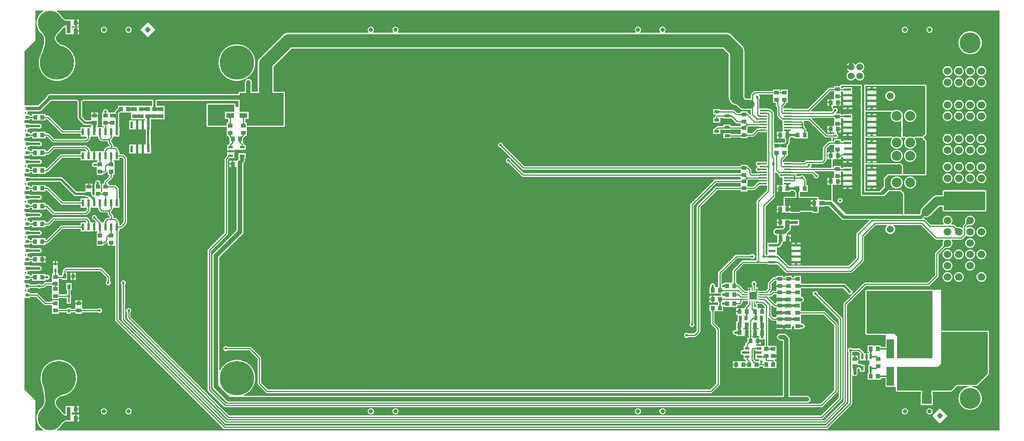
<source format=gbl>
G04*
G04 #@! TF.GenerationSoftware,Altium Limited,Altium Designer,25.4.2 (15)*
G04*
G04 Layer_Physical_Order=2*
G04 Layer_Color=15238730*
%FSLAX44Y44*%
%MOMM*%
G71*
G04*
G04 #@! TF.SameCoordinates,CE68B810-5A0D-45E5-B586-DEE00FE4B9C3*
G04*
G04*
G04 #@! TF.FilePolarity,Positive*
G04*
G01*
G75*
%ADD29R,0.6500X1.0500*%
%ADD33C,0.8000*%
%ADD34C,2.0000*%
%ADD35C,1.0160*%
%ADD36C,0.2540*%
%ADD37C,0.7620*%
%ADD38C,0.5080*%
%ADD39C,0.5000*%
%ADD40C,1.0000*%
%ADD41C,5.5000*%
%ADD43C,1.7000*%
%ADD44C,0.6000*%
%ADD46C,1.5240*%
%ADD47O,3.0000X4.0000*%
%ADD49C,1.5700*%
%ADD50C,0.9700*%
%ADD51R,0.9500X1.0000*%
%ADD52R,0.9000X1.0000*%
%ADD53R,2.1500X2.2000*%
%ADD54R,1.8000X1.1000*%
%ADD55R,1.0000X0.9000*%
%ADD56R,7.6200X4.2700*%
%ADD57R,1.6800X4.2700*%
%ADD58R,2.2000X2.1500*%
%ADD59R,1.0500X0.6500*%
%ADD60R,1.5500X0.6000*%
%ADD61R,0.4000X0.4000*%
%ADD62R,0.7000X0.8000*%
%ADD63R,0.6400X1.0200*%
%ADD64R,0.6000X1.1000*%
%ADD65R,1.1000X0.6000*%
%ADD66R,2.4750X0.5250*%
%ADD67R,3.0000X0.8500*%
%ADD68R,1.2500X0.7000*%
%ADD69R,1.3500X0.7000*%
G04:AMPARAMS|DCode=70|XSize=0.6mm|YSize=0.24mm|CornerRadius=0.06mm|HoleSize=0mm|Usage=FLASHONLY|Rotation=0.000|XOffset=0mm|YOffset=0mm|HoleType=Round|Shape=RoundedRectangle|*
%AMROUNDEDRECTD70*
21,1,0.6000,0.1200,0,0,0.0*
21,1,0.4800,0.2400,0,0,0.0*
1,1,0.1200,0.2400,-0.0600*
1,1,0.1200,-0.2400,-0.0600*
1,1,0.1200,-0.2400,0.0600*
1,1,0.1200,0.2400,0.0600*
%
%ADD70ROUNDEDRECTD70*%
G04:AMPARAMS|DCode=71|XSize=0.6mm|YSize=0.24mm|CornerRadius=0.06mm|HoleSize=0mm|Usage=FLASHONLY|Rotation=270.000|XOffset=0mm|YOffset=0mm|HoleType=Round|Shape=RoundedRectangle|*
%AMROUNDEDRECTD71*
21,1,0.6000,0.1200,0,0,270.0*
21,1,0.4800,0.2400,0,0,270.0*
1,1,0.1200,-0.0600,-0.2400*
1,1,0.1200,-0.0600,0.2400*
1,1,0.1200,0.0600,0.2400*
1,1,0.1200,0.0600,-0.2400*
%
%ADD71ROUNDEDRECTD71*%
%ADD72R,1.6800X1.6800*%
%ADD73R,1.0500X0.6000*%
%ADD74R,1.5500X0.4000*%
%ADD75R,0.6000X1.5500*%
%ADD76P,1.4142X4X180.0*%
%ADD77R,0.4600X0.8400*%
%ADD78R,0.5000X0.7500*%
%ADD79R,1.0000X0.9500*%
%ADD80C,3.0000*%
%ADD81C,0.3000*%
%ADD82C,0.4064*%
%ADD83C,0.6000*%
%ADD84C,4.7000*%
%ADD85C,7.7000*%
%ADD86C,2.2000*%
G36*
X23698Y903463D02*
X25719Y901267D01*
X27743Y899329D01*
X29770Y897650D01*
X31800Y896229D01*
X33833Y895067D01*
X35870Y894163D01*
X36771Y893877D01*
X37531Y893969D01*
Y893637D01*
X37910Y893517D01*
X39953Y893129D01*
X42000Y893000D01*
Y885000D01*
X39953Y884871D01*
X37910Y884483D01*
X37531Y884363D01*
Y884031D01*
X46469D01*
X46194Y879335D01*
X46353Y876690D01*
X46460Y876290D01*
X46583Y876049D01*
X46719Y875969D01*
X37280D01*
X37417Y876049D01*
X37539Y876290D01*
X37647Y876690D01*
X37741Y877250D01*
X37820Y877970D01*
X37850Y878587D01*
X37531Y884031D01*
X36771Y884123D01*
X35870Y883838D01*
X33833Y882933D01*
X31800Y881771D01*
X29770Y880350D01*
X27743Y878671D01*
X25719Y876733D01*
X23698Y874538D01*
X21681Y872083D01*
Y905917D01*
X23698Y903463D01*
D02*
G37*
G36*
X2134391Y-27910D02*
X15868D01*
X15380Y-25878D01*
X15744Y-25693D01*
X19570Y-22913D01*
X22913Y-19570D01*
X25693Y-15744D01*
X26137Y-14872D01*
X27199Y-13718D01*
X29122Y-11877D01*
X31027Y-10299D01*
X32910Y-8981D01*
X34770Y-7918D01*
X35621Y-7540D01*
X48678D01*
X50710Y-7540D01*
X51322Y-7540D01*
X54422D01*
X53281Y-4970D01*
X56730D01*
Y-0D01*
Y7540D01*
X51322D01*
X49290Y7540D01*
X48596Y8234D01*
Y10565D01*
X49040Y12460D01*
X50960D01*
X51072Y12460D01*
X56730D01*
Y20000D01*
Y24969D01*
X53531D01*
X53905Y25020D01*
X54240Y25169D01*
X54535Y25419D01*
X54791Y25770D01*
X55008Y26219D01*
X55185Y26769D01*
X55323Y27420D01*
X55339Y27540D01*
X51072D01*
X50960Y27540D01*
X49040D01*
X48928Y27540D01*
X34960D01*
Y12460D01*
X35404D01*
Y9896D01*
X33372Y8717D01*
X32910Y8981D01*
X31027Y10299D01*
X29122Y11877D01*
X27199Y13718D01*
X26137Y14872D01*
X25693Y15744D01*
X22913Y19570D01*
X19570Y22913D01*
X18213Y23899D01*
X17584Y24677D01*
X16292Y26568D01*
X15174Y28535D01*
X14230Y30581D01*
X13456Y32710D01*
X12853Y34925D01*
X12709Y35695D01*
X12768Y36036D01*
X13618Y38737D01*
X14792Y41153D01*
X16292Y43304D01*
X18130Y45210D01*
X20325Y46883D01*
X22897Y48325D01*
X25242Y49279D01*
X29610Y49970D01*
X35754Y51967D01*
X41510Y54900D01*
X46736Y58696D01*
X51304Y63264D01*
X55101Y68490D01*
X58033Y74246D01*
X60030Y80390D01*
X61040Y86770D01*
Y93230D01*
X60030Y99610D01*
X58033Y105754D01*
X55101Y111510D01*
X51304Y116736D01*
X46736Y121304D01*
X41510Y125100D01*
X35754Y128033D01*
X29610Y130029D01*
X23230Y131040D01*
X16770D01*
X10390Y130029D01*
X4246Y128033D01*
X-1510Y125100D01*
X-6736Y121304D01*
X-11303Y116736D01*
X-15101Y111510D01*
X-18033Y105754D01*
X-20029Y99610D01*
X-21040Y93230D01*
Y86770D01*
X-20029Y80390D01*
X-18033Y74246D01*
X-17190Y72590D01*
X-16340Y69360D01*
X-13732Y56243D01*
X-13141Y51903D01*
X-12648Y45303D01*
Y36019D01*
X-12853Y34925D01*
X-13456Y32710D01*
X-14230Y30581D01*
X-15174Y28535D01*
X-16292Y26568D01*
X-17584Y24677D01*
X-18213Y23899D01*
X-19570Y22913D01*
X-22913Y19570D01*
X-25693Y15744D01*
X-27839Y11531D01*
X-29300Y7034D01*
X-30040Y2364D01*
Y-2364D01*
X-29300Y-7034D01*
X-27839Y-11531D01*
X-25693Y-15744D01*
X-22913Y-19570D01*
X-19570Y-22913D01*
X-15744Y-25693D01*
X-15380Y-25878D01*
X-15868Y-27910D01*
X-32410D01*
Y38000D01*
X-32608Y38991D01*
X-33169Y39831D01*
X-57410Y64073D01*
X-57410Y268478D01*
X-57290Y270460D01*
X-45210D01*
Y273115D01*
X-30921D01*
X-13059Y255253D01*
X-11798Y254411D01*
X-10312Y254115D01*
X4960D01*
Y251072D01*
X4960Y250960D01*
Y249040D01*
X4960Y248928D01*
Y234960D01*
X20040D01*
Y238115D01*
X37660D01*
Y234360D01*
X47340D01*
Y238115D01*
X57460D01*
Y234710D01*
X72540D01*
Y238115D01*
X107550D01*
X108362Y237303D01*
X110398Y236460D01*
X112602D01*
X114638Y237303D01*
X116197Y238862D01*
X117040Y240898D01*
Y243102D01*
X116197Y245138D01*
X114638Y246697D01*
X112602Y247540D01*
X110398D01*
X108362Y246697D01*
X107550Y245885D01*
X73977D01*
X72540Y247321D01*
X72540Y250710D01*
X72540Y251322D01*
Y256730D01*
X65000D01*
X57460D01*
Y251322D01*
X57460Y249290D01*
X57460Y248678D01*
Y245885D01*
X47340D01*
Y247840D01*
X37660D01*
Y245885D01*
X20040D01*
Y248928D01*
X20040Y249040D01*
Y250960D01*
X20040Y251072D01*
Y265040D01*
X4960D01*
Y261885D01*
X-8703D01*
X-26565Y279747D01*
X-27825Y280589D01*
X-29312Y280885D01*
X-45210D01*
Y283540D01*
X-50210D01*
Y290460D01*
X-45210D01*
Y293144D01*
X-28061D01*
X-27249Y292333D01*
X-25213Y291489D01*
X-23009D01*
X-20973Y292333D01*
X-20161Y293144D01*
X-14327D01*
X-12841Y293440D01*
X-11580Y294282D01*
X-7747Y298115D01*
X4960D01*
Y283572D01*
X4960Y283460D01*
Y281540D01*
X4960Y281428D01*
Y267460D01*
X20040D01*
Y270615D01*
X37660D01*
Y257160D01*
X47340D01*
Y270640D01*
X47340Y270640D01*
X47596Y272566D01*
X48040Y273637D01*
Y275841D01*
X47197Y277877D01*
X46385Y278689D01*
Y288210D01*
X48290D01*
Y303790D01*
X36710D01*
Y288210D01*
X38615D01*
Y278689D01*
X38311Y278385D01*
X20040D01*
Y281428D01*
X20040Y281540D01*
Y283460D01*
X20040Y283572D01*
Y294960D01*
Y308928D01*
X20040Y309040D01*
Y310960D01*
X20040Y311072D01*
Y313115D01*
X27210D01*
Y311210D01*
X38790D01*
Y326790D01*
X36885D01*
Y329891D01*
X37609Y330615D01*
X112891D01*
X127115Y316391D01*
Y308450D01*
X126303Y307638D01*
X125460Y305602D01*
Y303398D01*
X126303Y301362D01*
X127862Y299803D01*
X129898Y298960D01*
X132102D01*
X134138Y299803D01*
X135697Y301362D01*
X136540Y303398D01*
Y305602D01*
X135697Y307638D01*
X134885Y308450D01*
Y318000D01*
X134589Y319487D01*
X133747Y320747D01*
X117247Y337247D01*
X115987Y338089D01*
X114500Y338385D01*
X36000D01*
X34513Y338089D01*
X33253Y337247D01*
X30253Y334247D01*
X29411Y332987D01*
X29115Y331500D01*
Y326790D01*
X27210D01*
Y320885D01*
X20040D01*
Y325040D01*
X18414D01*
X17540Y326710D01*
Y338678D01*
X17540Y340710D01*
X17540Y341322D01*
Y345730D01*
X12500D01*
X7460D01*
Y341322D01*
X7460Y339290D01*
X7460Y338678D01*
Y326710D01*
X6586Y325040D01*
X4960D01*
Y311072D01*
X4960Y310960D01*
Y309040D01*
X4960Y308928D01*
Y305885D01*
X-9356D01*
X-10843Y305589D01*
X-12103Y304747D01*
X-15936Y300914D01*
X-20161D01*
X-20973Y301726D01*
X-23009Y302569D01*
X-25213D01*
X-27249Y301726D01*
X-28061Y300914D01*
X-45210D01*
Y303540D01*
X-55378D01*
X-57410Y305522D01*
Y308478D01*
X-57290Y310460D01*
X-45210D01*
Y313115D01*
X-40090D01*
Y309460D01*
X-26122D01*
X-26010Y309460D01*
X-24090D01*
X-23978Y309460D01*
X-10010D01*
Y310520D01*
X-7978Y311823D01*
X-7102Y311460D01*
X-4898D01*
X-2862Y312303D01*
X-1303Y313862D01*
X-460Y315898D01*
Y318102D01*
X-1303Y320138D01*
X-2862Y321697D01*
X-4898Y322540D01*
X-7102D01*
X-7978Y322177D01*
X-10010Y323480D01*
Y324540D01*
X-23978D01*
X-24090Y324540D01*
X-26010D01*
X-26122Y324540D01*
X-40090D01*
Y320885D01*
X-45210D01*
Y323540D01*
X-50210D01*
Y330460D01*
X-45210D01*
Y331352D01*
X-24050D01*
X-23504Y331460D01*
X-22948D01*
X-22434Y331673D01*
X-21888Y331782D01*
X-21426Y332090D01*
X-20912Y332303D01*
X-20519Y332697D01*
X-20056Y333006D01*
X-19747Y333469D01*
X-19353Y333862D01*
X-19140Y334376D01*
X-18831Y334838D01*
X-18723Y335384D01*
X-18510Y335898D01*
Y336454D01*
X-18401Y337000D01*
X-18510Y337546D01*
Y338102D01*
X-18723Y338616D01*
X-18831Y339162D01*
X-19140Y339624D01*
X-19353Y340138D01*
X-19747Y340532D01*
X-20056Y340994D01*
X-20519Y341303D01*
X-20912Y341697D01*
X-21426Y341909D01*
X-21888Y342219D01*
X-22434Y342327D01*
X-22948Y342540D01*
X-23504D01*
X-24050Y342649D01*
X-45210D01*
Y343540D01*
X-55378D01*
X-57410Y345522D01*
Y348478D01*
X-57290Y350460D01*
X-45210D01*
Y353115D01*
X-40090D01*
Y349460D01*
X-26122D01*
X-26010Y349460D01*
X-24090D01*
X-23978Y349460D01*
X-18320D01*
Y357000D01*
Y364540D01*
X-23978D01*
X-24090Y364540D01*
X-26010D01*
X-26122Y364540D01*
X-40090D01*
Y360885D01*
X-45210D01*
Y363540D01*
X-50210D01*
Y370460D01*
X-45210D01*
Y371861D01*
X-26120D01*
X-25152Y371460D01*
X-22948D01*
X-20912Y372303D01*
X-19353Y373862D01*
X-18510Y375898D01*
Y378102D01*
X-19353Y380138D01*
X-20912Y381697D01*
X-22948Y382540D01*
X-25152D01*
X-26121Y382138D01*
X-45210D01*
Y383540D01*
X-55378D01*
X-57410Y385522D01*
Y388478D01*
X-57290Y390460D01*
X-45210D01*
Y393115D01*
X-40090D01*
Y389460D01*
X-26122D01*
X-26010Y389460D01*
X-24090D01*
X-23978Y389460D01*
X-10010D01*
Y393115D01*
X-6270D01*
X-4783Y393411D01*
X-3523Y394253D01*
X28340Y426115D01*
X68710D01*
Y419710D01*
X79378D01*
X79790Y419710D01*
X81410D01*
X81822Y419710D01*
X92078D01*
X92490Y419710D01*
X94110D01*
X94522Y419710D01*
X98380D01*
Y430000D01*
Y440290D01*
X94522D01*
X94110Y440290D01*
X92490D01*
X90835Y441807D01*
Y443303D01*
X90539Y444789D01*
X89697Y446050D01*
X84740Y451007D01*
X83480Y451849D01*
X81993Y452144D01*
X8271D01*
X6784Y451849D01*
X5524Y451007D01*
X-4703Y440780D01*
X-10010D01*
Y444540D01*
X-23978D01*
X-24090Y444540D01*
X-26010D01*
X-26122Y444540D01*
X-40090D01*
Y440885D01*
X-45210D01*
Y443540D01*
X-50210D01*
Y450460D01*
X-45210D01*
Y451861D01*
X-26120D01*
X-25152Y451460D01*
X-22948D01*
X-20912Y452303D01*
X-19353Y453862D01*
X-18510Y455898D01*
Y458102D01*
X-19353Y460138D01*
X-20912Y461697D01*
X-22948Y462540D01*
X-25152D01*
X-26121Y462138D01*
X-45210D01*
Y463540D01*
X-55378D01*
X-57410Y465522D01*
Y468478D01*
X-57290Y470460D01*
X-45210D01*
Y473115D01*
X-40090D01*
Y469460D01*
X-26010D01*
Y469460D01*
X-24090D01*
Y469460D01*
X-10010D01*
Y470830D01*
X-7978Y471672D01*
X5349Y458345D01*
X6609Y457503D01*
X8095Y457207D01*
X81092D01*
X82579Y457503D01*
X83839Y458345D01*
X89697Y464203D01*
X90539Y465463D01*
X90835Y466950D01*
Y472801D01*
X92490Y473710D01*
X94110D01*
Y473710D01*
X104778D01*
X105190Y473710D01*
X106810D01*
X108465Y472193D01*
Y471000D01*
X108761Y469513D01*
X109603Y468253D01*
X113603Y464253D01*
X114863Y463411D01*
X116350Y463115D01*
X129565D01*
Y459900D01*
X129861Y458413D01*
X130703Y457153D01*
X134465Y453391D01*
Y450885D01*
X129350D01*
X127863Y450589D01*
X126603Y449747D01*
X122303Y445447D01*
X121461Y444187D01*
X121165Y442700D01*
Y441807D01*
X119510Y440290D01*
X117890D01*
X117478Y440290D01*
X115998D01*
X115939Y440585D01*
X115097Y441846D01*
X105271Y451672D01*
Y452820D01*
X104427Y454856D01*
X102869Y456415D01*
X100833Y457258D01*
X98629D01*
X96592Y456415D01*
X95034Y454856D01*
X94191Y452820D01*
Y450616D01*
X95034Y448580D01*
X96592Y447022D01*
X98629Y446178D01*
X99777D01*
X103633Y442322D01*
X102791Y440290D01*
X100920D01*
Y430000D01*
Y419710D01*
X104778D01*
X105190Y419710D01*
X106810D01*
X106981Y419572D01*
X106264Y417540D01*
X104960D01*
Y403572D01*
X104960Y403460D01*
Y401540D01*
X104960Y401428D01*
Y387460D01*
X120040D01*
Y390615D01*
X121397D01*
X122883Y390911D01*
X124144Y391753D01*
X127928Y395538D01*
X129960Y394696D01*
Y387460D01*
X136230D01*
Y394500D01*
X138770D01*
Y387460D01*
X144533D01*
X145040Y387460D01*
X146565Y386237D01*
Y221050D01*
X146861Y219563D01*
X147703Y218303D01*
X389253Y-23247D01*
X390513Y-24089D01*
X392000Y-24385D01*
X1745250D01*
X1746737Y-24089D01*
X1747997Y-23247D01*
X1801497Y30253D01*
X1802339Y31513D01*
X1802635Y33000D01*
Y95441D01*
X1802987Y95723D01*
X1804667Y96341D01*
X1806272Y95268D01*
X1808750Y94776D01*
X1811228Y95268D01*
X1813328Y96672D01*
X1814732Y98772D01*
X1815224Y101250D01*
Y109710D01*
X1816290D01*
Y111820D01*
X1818355D01*
X1819960Y110215D01*
Y103960D01*
X1831040D01*
Y120040D01*
X1824785D01*
X1824162Y120662D01*
X1822482Y121785D01*
X1820500Y122179D01*
X1816290D01*
Y124290D01*
X1816290D01*
Y125710D01*
X1816290D01*
Y131730D01*
X1808750D01*
Y133000D01*
X1807480D01*
Y137689D01*
X1806210D01*
X1806451Y137720D01*
X1806667Y137802D01*
X1806858Y137933D01*
X1807023Y138115D01*
X1807162Y138347D01*
X1807277Y138629D01*
X1807366Y138961D01*
X1807429Y139344D01*
X1807467Y139777D01*
X1807480Y140246D01*
X1807478Y140290D01*
X1802635D01*
Y148800D01*
X1802700Y148865D01*
X1816891D01*
X1819960Y145796D01*
Y129960D01*
X1833730D01*
Y129991D01*
X1833730D01*
X1833717Y130473D01*
X1833679Y130906D01*
X1833616Y131289D01*
X1833527Y131621D01*
X1833412Y131903D01*
X1833273Y132135D01*
X1833108Y132317D01*
X1832917Y132448D01*
X1832701Y132530D01*
X1832460Y132561D01*
X1833730D01*
Y138000D01*
Y146040D01*
X1829327D01*
X1829089Y147237D01*
X1828247Y148497D01*
X1821247Y155497D01*
X1819987Y156339D01*
X1818500Y156635D01*
X1802700D01*
X1801888Y157447D01*
X1799852Y158290D01*
X1797648D01*
X1795612Y157447D01*
X1794053Y155888D01*
X1793210Y153852D01*
Y151648D01*
X1794053Y149612D01*
X1794865Y148800D01*
Y34609D01*
X1743641Y-16615D01*
X393609D01*
X154335Y222659D01*
Y419710D01*
X155990D01*
Y426115D01*
X159734D01*
X161221Y426411D01*
X162481Y427253D01*
X171765Y436537D01*
X172607Y437798D01*
X172903Y439284D01*
Y584785D01*
X172607Y586271D01*
X171765Y587532D01*
X166550Y592747D01*
X165290Y593589D01*
X163803Y593885D01*
X155990D01*
Y600290D01*
X154335D01*
Y603000D01*
X154039Y604487D01*
X153197Y605747D01*
X149197Y609747D01*
X147937Y610589D01*
X146450Y610885D01*
X142235D01*
Y615000D01*
X141939Y616487D01*
X141097Y617747D01*
X137335Y621509D01*
Y625391D01*
X140497Y628553D01*
X141339Y629813D01*
X141635Y631300D01*
Y632193D01*
X143290Y633710D01*
X144910D01*
X145322Y633710D01*
X155990D01*
Y654290D01*
X155630D01*
Y680500D01*
Y685675D01*
X157291Y687337D01*
X157563Y687460D01*
X166428D01*
X166540Y687460D01*
X168460D01*
X168572Y687460D01*
X180809D01*
X182460Y686540D01*
X182460Y685626D01*
Y672460D01*
X214167D01*
X214444Y671800D01*
X214203Y671072D01*
X213082Y669790D01*
X211350D01*
Y659500D01*
Y649210D01*
X213779D01*
X214390Y649210D01*
X215811Y647767D01*
Y617233D01*
X214390Y615790D01*
X213779Y615790D01*
X211350D01*
Y605500D01*
Y595210D01*
X213978D01*
X214390Y595210D01*
X216010D01*
X216422Y595210D01*
X227090D01*
Y615790D01*
X226089D01*
Y649210D01*
X227090D01*
Y669790D01*
X226089D01*
Y672460D01*
X257540D01*
Y686428D01*
X257540Y686540D01*
Y688460D01*
X257540Y688572D01*
Y702540D01*
X240180D01*
Y713895D01*
X423410D01*
Y700500D01*
X416590D01*
Y705750D01*
X416393Y706741D01*
X415831Y707581D01*
X414991Y708143D01*
X414000Y708340D01*
X354750D01*
X353759Y708143D01*
X352919Y707581D01*
X352357Y706741D01*
X352160Y705750D01*
Y658000D01*
X352357Y657009D01*
X352919Y656169D01*
X353759Y655607D01*
X354750Y655410D01*
X397460D01*
Y650960D01*
X397460D01*
Y649040D01*
X397460D01*
Y634960D01*
X401115D01*
Y634500D01*
X401411Y633013D01*
X402253Y631753D01*
X403710Y630296D01*
Y620960D01*
X403710D01*
X404371Y619365D01*
X403253Y618247D01*
X402411Y616987D01*
X402115Y615500D01*
Y615040D01*
X397960D01*
Y603960D01*
Y601270D01*
X411439D01*
Y602540D01*
X411470Y602299D01*
X411552Y602083D01*
X411683Y601892D01*
X411865Y601727D01*
X412097Y601587D01*
X412379Y601473D01*
X412711Y601384D01*
X413094Y601321D01*
X413527Y601283D01*
X414010Y601270D01*
X414040D01*
Y602566D01*
X415298Y603960D01*
X415298Y603960D01*
X415298Y603960D01*
X440040D01*
Y615040D01*
X435885D01*
Y615250D01*
X435589Y616737D01*
X434747Y617997D01*
X433556Y619188D01*
X434290Y620960D01*
X434290D01*
Y630296D01*
X437747Y633753D01*
X438553Y634960D01*
X442540D01*
Y649040D01*
X442540D01*
Y650960D01*
X442540D01*
Y655410D01*
X525500D01*
X526491Y655607D01*
X527331Y656169D01*
X527893Y657009D01*
X528090Y658000D01*
Y731500D01*
X527893Y732491D01*
X527331Y733331D01*
X526491Y733893D01*
X525500Y734090D01*
X502125D01*
Y790949D01*
X543050Y831875D01*
X1512200D01*
X1525375Y818699D01*
Y721500D01*
X1525714Y718062D01*
X1526717Y714755D01*
X1528345Y711708D01*
X1530537Y709037D01*
X1533208Y706845D01*
X1536255Y705217D01*
X1539562Y704214D01*
X1542243Y703950D01*
X1543037Y703463D01*
X1543413Y703200D01*
X1549556Y697057D01*
X1549556Y697056D01*
X1552176Y695046D01*
X1555226Y693783D01*
X1558500Y693352D01*
X1558500Y693352D01*
X1573857D01*
X1575078Y692280D01*
Y683289D01*
X1574485Y682827D01*
X1573143Y682351D01*
X1569747Y685747D01*
X1568487Y686589D01*
X1567540Y686777D01*
Y690290D01*
X1552460D01*
Y686885D01*
X1543451D01*
X1538089Y692247D01*
X1536828Y693089D01*
X1535342Y693385D01*
X1506290D01*
Y695290D01*
X1490710D01*
Y683710D01*
X1495343D01*
X1496184Y681678D01*
X1495753Y681247D01*
X1494911Y679987D01*
X1494615Y678500D01*
Y676290D01*
X1490710D01*
Y664710D01*
X1506290D01*
Y676115D01*
X1513710D01*
Y674210D01*
X1529290D01*
Y674240D01*
X1531322Y675081D01*
X1542150Y664253D01*
X1543410Y663411D01*
X1544897Y663115D01*
X1552460D01*
Y656885D01*
X1529290D01*
Y660290D01*
X1513710D01*
Y656885D01*
X1500211D01*
X1498725Y656589D01*
X1497465Y655747D01*
X1495753Y654035D01*
X1494911Y652775D01*
X1494615Y651289D01*
Y650790D01*
X1490710D01*
Y639210D01*
X1506290D01*
Y649115D01*
X1513710D01*
Y648710D01*
X1529290D01*
Y649115D01*
X1552460D01*
Y645710D01*
X1552460D01*
Y644290D01*
X1552460D01*
Y639385D01*
X1529290D01*
Y641290D01*
X1513710D01*
Y629710D01*
X1529290D01*
Y631615D01*
X1552460D01*
Y629710D01*
X1567540D01*
Y633115D01*
X1579500D01*
X1580987Y633411D01*
X1582247Y634253D01*
X1590839Y642846D01*
X1592710Y643235D01*
Y643235D01*
X1611242D01*
Y576765D01*
X1595070D01*
X1594901Y576934D01*
X1592865Y577777D01*
X1590661D01*
X1588624Y576934D01*
X1587066Y575376D01*
X1586223Y573340D01*
Y571135D01*
X1587066Y569099D01*
X1588624Y567541D01*
X1590070Y566942D01*
Y564820D01*
X1588624Y564222D01*
X1587066Y562663D01*
X1586223Y560627D01*
Y558423D01*
X1587066Y556387D01*
X1588624Y554828D01*
X1590661Y553985D01*
X1592710D01*
Y550710D01*
X1577534D01*
X1576135Y552109D01*
Y558250D01*
X1575839Y559737D01*
X1574997Y560997D01*
X1570247Y565747D01*
X1568987Y566589D01*
X1567540Y566877D01*
Y570290D01*
X1552460D01*
Y566885D01*
X1065537D01*
X1018040Y614382D01*
Y615530D01*
X1017197Y617566D01*
X1015638Y619125D01*
X1013602Y619968D01*
X1011398D01*
X1009362Y619125D01*
X1007803Y617566D01*
X1006960Y615530D01*
Y613326D01*
X1007803Y611290D01*
X1009362Y609731D01*
X1011398Y608888D01*
X1012546D01*
X1061181Y560253D01*
X1062441Y559411D01*
X1063928Y559115D01*
X1552460D01*
Y555710D01*
X1552460D01*
Y554290D01*
X1552460D01*
Y550885D01*
X1064680D01*
X1035611Y579954D01*
Y581102D01*
X1034767Y583138D01*
X1033209Y584697D01*
X1031172Y585540D01*
X1028969D01*
X1026932Y584697D01*
X1025374Y583138D01*
X1024530Y581102D01*
Y578898D01*
X1025374Y576862D01*
X1026932Y575303D01*
X1028969Y574460D01*
X1030117D01*
X1060324Y544253D01*
X1061584Y543411D01*
X1063071Y543115D01*
X1552460D01*
Y536885D01*
X1495750D01*
X1494263Y536589D01*
X1493003Y535747D01*
X1440003Y482747D01*
X1439161Y481487D01*
X1438865Y480000D01*
Y214700D01*
X1438053Y213888D01*
X1437210Y211852D01*
Y209648D01*
X1438053Y207612D01*
X1439612Y206053D01*
X1441648Y205210D01*
X1443852D01*
X1445888Y206053D01*
X1447447Y207612D01*
X1448290Y209648D01*
Y211852D01*
X1447447Y213888D01*
X1446635Y214700D01*
Y478391D01*
X1497359Y529115D01*
X1552460D01*
Y525710D01*
X1552460D01*
Y524290D01*
X1552460D01*
Y520885D01*
X1498204D01*
X1496718Y520589D01*
X1495457Y519747D01*
X1454753Y479043D01*
X1453911Y477782D01*
X1453615Y476296D01*
Y217517D01*
Y196364D01*
X1447512Y190261D01*
X1434441D01*
X1433629Y191073D01*
X1431593Y191916D01*
X1429389D01*
X1427352Y191073D01*
X1425794Y189514D01*
X1424951Y187478D01*
Y185274D01*
X1425794Y183238D01*
X1427352Y181679D01*
X1429389Y180836D01*
X1431593D01*
X1433629Y181679D01*
X1434441Y182491D01*
X1449121D01*
X1450608Y182787D01*
X1451868Y183629D01*
X1460247Y192008D01*
X1461089Y193268D01*
X1461385Y194755D01*
Y217517D01*
Y474687D01*
X1499813Y513115D01*
X1552460D01*
Y509710D01*
X1567540D01*
Y513115D01*
X1582000D01*
X1583487Y513411D01*
X1584747Y514253D01*
X1593729Y523235D01*
X1611242D01*
Y512951D01*
X1589020Y490728D01*
X1588177Y489468D01*
X1587882Y487982D01*
Y354835D01*
X1557679D01*
X1556193Y354539D01*
X1554932Y353697D01*
X1535253Y334018D01*
X1534411Y332757D01*
X1534115Y331271D01*
Y305040D01*
X1530960D01*
Y305040D01*
X1529040D01*
Y305040D01*
X1514960D01*
Y303099D01*
X1514872Y303040D01*
X1512668D01*
X1511417Y302522D01*
X1509385Y303605D01*
Y324891D01*
X1544259Y359765D01*
X1574800D01*
X1575612Y358953D01*
X1577648Y358110D01*
X1579852D01*
X1581888Y358953D01*
X1583447Y360512D01*
X1584290Y362548D01*
Y364752D01*
X1583447Y366788D01*
X1581888Y368347D01*
X1579852Y369190D01*
X1577648D01*
X1575612Y368347D01*
X1574800Y367535D01*
X1542650D01*
X1541163Y367239D01*
X1539903Y366397D01*
X1502753Y329247D01*
X1501911Y327987D01*
X1501615Y326500D01*
Y295040D01*
X1498572D01*
X1498460Y295040D01*
X1496540D01*
X1495040Y296398D01*
Y298602D01*
X1494197Y300638D01*
X1492638Y302197D01*
X1490602Y303040D01*
X1488398D01*
X1486362Y302197D01*
X1484803Y300638D01*
X1483960Y298602D01*
Y296398D01*
X1482460Y295040D01*
X1482460D01*
Y279960D01*
X1496428D01*
X1496540Y279960D01*
X1498460D01*
X1498572Y279960D01*
X1507323D01*
X1508230Y278602D01*
Y276696D01*
X1506760Y275040D01*
X1498822D01*
X1496790Y275040D01*
X1496178Y275040D01*
X1490770D01*
Y267500D01*
Y259960D01*
X1496178D01*
X1498210Y259960D01*
X1498822Y259960D01*
X1501615D01*
Y255290D01*
X1498572D01*
X1498460Y255290D01*
X1496540D01*
X1496428Y255290D01*
X1482460D01*
Y240210D01*
X1485615D01*
Y212750D01*
X1485911Y211263D01*
X1486753Y210003D01*
X1497615Y199141D01*
Y78109D01*
X1483641Y64135D01*
X489855D01*
X474385Y79605D01*
Y135500D01*
X474089Y136987D01*
X473247Y138247D01*
X452247Y159247D01*
X450987Y160089D01*
X449500Y160385D01*
X398950D01*
X398138Y161197D01*
X396102Y162040D01*
X393898D01*
X391862Y161197D01*
X390303Y159638D01*
X389460Y157602D01*
Y155398D01*
X390303Y153362D01*
X391862Y151803D01*
X393898Y150960D01*
X396102D01*
X398138Y151803D01*
X398950Y152615D01*
X447891D01*
X466615Y133891D01*
Y77996D01*
X466911Y76509D01*
X467753Y75249D01*
X485499Y57503D01*
X486759Y56661D01*
X488246Y56365D01*
X1485250D01*
X1486737Y56661D01*
X1487997Y57503D01*
X1504247Y73753D01*
X1505089Y75013D01*
X1505385Y76500D01*
Y200750D01*
X1505089Y202237D01*
X1504247Y203497D01*
X1493385Y214359D01*
Y240210D01*
X1496428D01*
X1496540Y240210D01*
X1498460D01*
X1498572Y240210D01*
X1512540D01*
Y251875D01*
X1512668Y251960D01*
X1514872D01*
X1514960Y251901D01*
Y249960D01*
X1529040D01*
Y249960D01*
X1530960D01*
Y249960D01*
X1545040D01*
Y253615D01*
X1549000D01*
X1550487Y253911D01*
X1551747Y254753D01*
X1555247Y258253D01*
X1556089Y259513D01*
X1556385Y261000D01*
Y263615D01*
X1566000D01*
X1566418Y263699D01*
X1566725D01*
X1568439Y263439D01*
X1568698Y261725D01*
Y261418D01*
X1568615Y261000D01*
Y257609D01*
X1562753Y251747D01*
X1561911Y250487D01*
X1561615Y249000D01*
Y248977D01*
X1560179Y247540D01*
X1556790Y247540D01*
X1556178Y247540D01*
X1551050D01*
X1550977Y247357D01*
X1550903Y247112D01*
X1550845Y246852D01*
X1550815Y246657D01*
X1550821Y246595D01*
X1550884Y246214D01*
X1550973Y245884D01*
X1551087Y245604D01*
X1551227Y245376D01*
X1551392Y245198D01*
X1551583Y245071D01*
X1551799Y244995D01*
X1552040Y244970D01*
X1550770D01*
Y240000D01*
X1549500D01*
Y238730D01*
X1542210D01*
Y232460D01*
X1545360D01*
Y217540D01*
X1542210D01*
Y202460D01*
X1542210D01*
X1542306Y202072D01*
X1542210Y200040D01*
X1542210D01*
Y198613D01*
X1541352Y198040D01*
X1539148D01*
X1537112Y197197D01*
X1535553Y195638D01*
X1534710Y193602D01*
Y191398D01*
X1535553Y189362D01*
X1537112Y187803D01*
X1539148Y186960D01*
X1541352D01*
X1542210Y186387D01*
Y184960D01*
X1556178D01*
X1558210Y184960D01*
X1558822Y184960D01*
X1561894D01*
X1560780Y187530D01*
X1564230D01*
Y192500D01*
Y197470D01*
X1560780D01*
X1561195Y197520D01*
X1561565Y197673D01*
X1561892Y197927D01*
X1562175Y198282D01*
X1562415Y198739D01*
X1562611Y199298D01*
X1562764Y199959D01*
X1562776Y200040D01*
X1558822D01*
X1558385Y200040D01*
X1558036Y200381D01*
X1557172Y202072D01*
X1557381Y202460D01*
X1558210D01*
X1558822Y202460D01*
X1561883D01*
X1560780Y205030D01*
X1564230D01*
Y210000D01*
X1566770D01*
Y205030D01*
X1570220D01*
X1569117Y202460D01*
X1570615D01*
Y200040D01*
X1568224D01*
X1568236Y199959D01*
X1568389Y199298D01*
X1568585Y198739D01*
X1568825Y198282D01*
X1569108Y197927D01*
X1569435Y197673D01*
X1569805Y197520D01*
X1570220Y197470D01*
X1566770D01*
Y192500D01*
Y187530D01*
X1570220D01*
X1569106Y184960D01*
X1570615D01*
Y181290D01*
X1567210D01*
Y171954D01*
X1563753Y168497D01*
X1562911Y167237D01*
X1562615Y165750D01*
Y162540D01*
X1558710D01*
Y153112D01*
X1558602Y153040D01*
X1556398D01*
X1554362Y152197D01*
X1552803Y150638D01*
X1551960Y148602D01*
Y146398D01*
X1552803Y144362D01*
X1554362Y142803D01*
X1556398Y141960D01*
X1558602D01*
X1558710Y140083D01*
Y132460D01*
X1562723D01*
X1562911Y131513D01*
X1563753Y130253D01*
X1564589Y129417D01*
X1563811Y127540D01*
X1551072D01*
X1550960Y127540D01*
X1549040D01*
X1548928Y127540D01*
X1543270D01*
Y120000D01*
Y112460D01*
X1548928D01*
X1549040Y112460D01*
X1550960D01*
X1551072Y112460D01*
X1579040D01*
Y112460D01*
X1580960D01*
Y112460D01*
X1581072Y112460D01*
X1595040D01*
Y116115D01*
X1602460D01*
Y112460D01*
X1616540D01*
Y112460D01*
X1618460D01*
Y112460D01*
X1632540D01*
Y127540D01*
X1629385D01*
Y128230D01*
X1629089Y129717D01*
X1628781Y130178D01*
X1629780Y132210D01*
X1632540D01*
Y136779D01*
X1632434Y136764D01*
X1631780Y136611D01*
X1631227Y136415D01*
X1630774Y136175D01*
X1630422Y135892D01*
X1630171Y135565D01*
X1630020Y135195D01*
X1629969Y134781D01*
Y138230D01*
X1625000D01*
Y140770D01*
X1629969D01*
Y144220D01*
X1630020Y143805D01*
X1630171Y143435D01*
X1630422Y143108D01*
X1630774Y142825D01*
X1631227Y142585D01*
X1631780Y142389D01*
X1632434Y142236D01*
X1632540Y142221D01*
Y146790D01*
X1632540D01*
Y148210D01*
X1632540D01*
Y162790D01*
X1617460D01*
Y162540D01*
X1613885D01*
Y225248D01*
X1615917Y226090D01*
X1621753Y220253D01*
X1623013Y219411D01*
X1624500Y219115D01*
X1632460D01*
Y215710D01*
X1632460D01*
Y214290D01*
X1632460D01*
Y210617D01*
X1635031Y211719D01*
Y202281D01*
X1632460Y203383D01*
Y199710D01*
X1647540D01*
Y204275D01*
X1647459Y204264D01*
X1646798Y204111D01*
X1646239Y203915D01*
X1645782Y203675D01*
X1645427Y203392D01*
X1645173Y203065D01*
X1645020Y202695D01*
X1644969Y202281D01*
Y211719D01*
X1645020Y211305D01*
X1645173Y210935D01*
X1645427Y210608D01*
X1645782Y210325D01*
X1646239Y210085D01*
X1646798Y209889D01*
X1647459Y209736D01*
X1648221Y209627D01*
X1649084Y209562D01*
X1649956Y209542D01*
X1655031Y211469D01*
Y202530D01*
X1652460Y203507D01*
Y199960D01*
X1667540D01*
Y207000D01*
X1672460D01*
Y199960D01*
X1687540D01*
Y200403D01*
X1689572Y201492D01*
X1689648Y201460D01*
X1691852D01*
X1693888Y202303D01*
X1695447Y203862D01*
X1696290Y205898D01*
Y208102D01*
X1695447Y210138D01*
X1693888Y211697D01*
X1691852Y212540D01*
X1689648D01*
X1689572Y212509D01*
X1689053Y212787D01*
X1687540Y214040D01*
Y215960D01*
X1687540D01*
Y229960D01*
Y233115D01*
X1738391D01*
X1762365Y209141D01*
Y62859D01*
X1731891Y32385D01*
X395359D01*
X362135Y65609D01*
Y375891D01*
X399247Y413003D01*
X400089Y414263D01*
X400385Y415750D01*
Y581891D01*
X403454Y584960D01*
X414040D01*
Y594460D01*
Y598730D01*
X414010D01*
X413527Y598717D01*
X413094Y598679D01*
X412711Y598616D01*
X412379Y598527D01*
X412097Y598413D01*
X411865Y598273D01*
X411683Y598108D01*
X411552Y597917D01*
X411470Y597701D01*
X411439Y597460D01*
Y598730D01*
X397960D01*
Y590454D01*
X393753Y586247D01*
X392911Y584987D01*
X392615Y583500D01*
Y417359D01*
X355503Y380247D01*
X354661Y378987D01*
X354365Y377500D01*
Y64000D01*
X354661Y62513D01*
X355503Y61253D01*
X391003Y25753D01*
X392263Y24911D01*
X393750Y24615D01*
X1733500D01*
X1734987Y24911D01*
X1736247Y25753D01*
X1768997Y58503D01*
X1769839Y59763D01*
X1770135Y61250D01*
Y210750D01*
X1769839Y212237D01*
X1768997Y213497D01*
X1742747Y239747D01*
X1741487Y240589D01*
X1740000Y240885D01*
X1687540D01*
Y244040D01*
X1687540D01*
Y245960D01*
X1687540D01*
Y260526D01*
X1688000D01*
X1690478Y261018D01*
X1692578Y262422D01*
X1693982Y264522D01*
X1694474Y267000D01*
X1693982Y269478D01*
X1692578Y271578D01*
X1690478Y272982D01*
X1689236Y273229D01*
X1687540Y274040D01*
Y275960D01*
X1687540D01*
Y291821D01*
X1782605D01*
X1792943Y281482D01*
X1793303Y280612D01*
X1794862Y279053D01*
X1796898Y278210D01*
X1799102D01*
X1801138Y279053D01*
X1802697Y280612D01*
X1803540Y282648D01*
Y284852D01*
X1802697Y286888D01*
X1801138Y288447D01*
X1800268Y288807D01*
X1788412Y300662D01*
X1786732Y301785D01*
X1784750Y302180D01*
X1687954D01*
X1687540Y304040D01*
Y305960D01*
X1687540D01*
Y320040D01*
X1672460D01*
Y316885D01*
X1667540D01*
Y320040D01*
X1652460D01*
Y316885D01*
X1647540D01*
Y320290D01*
X1632460D01*
Y316885D01*
X1627250D01*
X1625763Y316589D01*
X1624503Y315747D01*
X1614753Y305997D01*
X1613911Y304737D01*
X1613615Y303250D01*
Y291609D01*
X1608471Y286465D01*
X1599580D01*
X1599178Y286385D01*
X1594000D01*
X1593582Y286301D01*
X1593275D01*
X1591561Y286561D01*
X1591384Y287730D01*
X1587500D01*
Y290270D01*
X1591302D01*
Y291400D01*
X1591058Y292625D01*
X1590364Y293664D01*
X1589325Y294358D01*
X1588100Y294601D01*
X1586900D01*
X1586385Y295025D01*
Y298550D01*
X1587197Y299362D01*
X1588040Y301398D01*
Y303602D01*
X1587197Y305638D01*
X1585638Y307197D01*
X1583602Y308040D01*
X1581398D01*
X1579362Y307197D01*
X1577803Y305638D01*
X1576960Y303602D01*
Y301398D01*
X1577803Y299362D01*
X1578615Y298550D01*
Y295025D01*
X1578100Y294601D01*
X1576900D01*
X1575675Y294358D01*
X1575000Y293907D01*
X1574325Y294358D01*
X1573770Y294468D01*
Y289000D01*
X1572500D01*
Y287730D01*
X1568616D01*
X1568439Y286561D01*
X1566725Y286301D01*
X1566418D01*
X1566000Y286385D01*
X1562243D01*
X1548381Y300247D01*
X1547121Y301089D01*
X1545634Y301385D01*
X1545040D01*
Y305040D01*
X1541885D01*
Y329662D01*
X1559288Y347065D01*
X1612710D01*
Y345410D01*
X1633290D01*
Y345410D01*
X1635322Y345934D01*
X1653503Y327753D01*
X1654763Y326911D01*
X1656250Y326615D01*
X1800000D01*
X1801487Y326911D01*
X1802747Y327753D01*
X1828247Y353253D01*
X1829089Y354513D01*
X1829385Y356000D01*
Y407891D01*
X1856168Y434674D01*
X1879956D01*
X1880798Y432642D01*
X1879818Y431662D01*
X1878389Y429188D01*
X1877650Y426428D01*
Y423572D01*
X1878389Y420812D01*
X1879818Y418338D01*
X1881838Y416318D01*
X1884312Y414889D01*
X1887072Y414150D01*
X1889928D01*
X1892688Y414889D01*
X1895162Y416318D01*
X1897182Y418338D01*
X1898611Y420812D01*
X1899350Y423572D01*
Y426428D01*
X1898611Y429188D01*
X1897182Y431662D01*
X1896202Y432642D01*
X1897044Y434674D01*
X1957332D01*
X1989156Y402850D01*
X1990417Y402008D01*
X1991903Y401712D01*
X2006889D01*
X2007905Y399680D01*
X2006912Y397961D01*
X2006160Y395154D01*
Y392247D01*
X2006526Y390881D01*
X2006489Y390293D01*
X2006375Y389432D01*
X2006226Y388660D01*
X2006066Y388060D01*
X1990253Y372247D01*
X1989411Y370987D01*
X1989115Y369500D01*
Y321609D01*
X1972527Y305020D01*
X1831886D01*
X1830399Y304725D01*
X1829139Y303882D01*
X1784253Y258997D01*
X1783411Y257737D01*
X1783115Y256250D01*
Y38359D01*
X1739891Y-4865D01*
X397609D01*
X168885Y223859D01*
Y300550D01*
X169697Y301362D01*
X170540Y303398D01*
Y305602D01*
X169697Y307638D01*
X168138Y309197D01*
X166102Y310040D01*
X163898D01*
X161862Y309197D01*
X160303Y307638D01*
X159460Y305602D01*
Y303398D01*
X160303Y301362D01*
X161115Y300550D01*
Y222250D01*
X161411Y220763D01*
X162253Y219503D01*
X393253Y-11497D01*
X394513Y-12339D01*
X396000Y-12635D01*
X1741500D01*
X1742987Y-12339D01*
X1744247Y-11497D01*
X1789747Y34003D01*
X1790589Y35263D01*
X1790885Y36750D01*
Y254641D01*
X1833495Y297251D01*
X1974136D01*
X1975622Y297547D01*
X1976882Y298389D01*
X1995747Y317253D01*
X1996589Y318513D01*
X1996885Y320000D01*
Y367891D01*
X2011560Y382566D01*
X2012160Y382726D01*
X2012932Y382875D01*
X2013793Y382989D01*
X2014381Y383026D01*
X2015747Y382660D01*
X2018653D01*
X2021461Y383412D01*
X2023979Y384866D01*
X2026034Y386921D01*
X2027488Y389439D01*
X2028240Y392247D01*
Y395154D01*
X2027488Y397961D01*
X2026495Y399680D01*
X2027511Y401712D01*
X2048275D01*
X2049762Y402008D01*
X2051022Y402850D01*
X2058351Y410179D01*
X2058385Y410229D01*
X2060932Y410555D01*
X2061221Y410266D01*
X2063739Y408812D01*
X2066547Y408060D01*
X2069453D01*
X2072261Y408812D01*
X2074779Y410266D01*
X2076834Y412321D01*
X2078288Y414839D01*
X2079040Y417647D01*
Y420554D01*
X2078288Y423361D01*
X2076834Y425879D01*
X2074779Y427934D01*
X2072261Y429388D01*
X2069453Y430140D01*
X2066547D01*
X2063739Y429388D01*
X2061730Y428228D01*
X2059848Y429011D01*
X2059651Y430658D01*
X2062360Y433366D01*
X2062960Y433526D01*
X2063732Y433675D01*
X2064593Y433789D01*
X2065181Y433826D01*
X2066547Y433460D01*
X2069453D01*
X2072261Y434212D01*
X2074779Y435666D01*
X2076834Y437721D01*
X2078288Y440239D01*
X2079040Y443047D01*
Y445953D01*
X2078288Y448761D01*
X2076834Y451279D01*
X2074779Y453334D01*
X2072261Y454788D01*
X2069453Y455540D01*
X2066547D01*
X2063739Y454788D01*
X2061221Y453334D01*
X2059166Y451279D01*
X2057712Y448761D01*
X2056960Y445953D01*
Y443047D01*
X2057326Y441681D01*
X2057289Y441093D01*
X2057175Y440232D01*
X2057026Y439460D01*
X2056866Y438860D01*
X2052639Y434632D01*
X2051797Y433372D01*
X2051501Y431886D01*
X2051720Y430785D01*
Y428467D01*
X2049688Y427625D01*
X2049379Y427934D01*
X2046861Y429388D01*
X2044053Y430140D01*
X2041147D01*
X2039781Y429774D01*
X2039193Y429811D01*
X2038332Y429925D01*
X2037560Y430075D01*
X2036960Y430234D01*
X2032842Y434352D01*
X2031582Y435194D01*
X2030095Y435490D01*
X2026676D01*
X2025835Y437522D01*
X2026034Y437721D01*
X2027488Y440239D01*
X2028240Y443047D01*
Y445953D01*
X2027488Y448761D01*
X2026034Y451279D01*
X2023979Y453334D01*
X2021461Y454788D01*
X2018653Y455540D01*
X2015747D01*
X2012939Y454788D01*
X2010421Y453334D01*
X2008366Y451279D01*
X2006912Y448761D01*
X2006160Y445953D01*
Y443047D01*
X2006912Y440239D01*
X2008366Y437721D01*
X2008566Y437522D01*
X2007724Y435490D01*
X1978754D01*
X1966997Y447247D01*
X1965737Y448089D01*
X1964656Y448304D01*
X1963660Y450181D01*
X1965757Y452279D01*
X1969000Y451852D01*
X1972274Y452283D01*
X1975324Y453546D01*
X1977944Y455556D01*
X1998739Y476352D01*
X2006110D01*
Y467800D01*
X2006307Y466809D01*
X2006869Y465969D01*
X2007709Y465407D01*
X2008700Y465210D01*
X2101900D01*
X2102891Y465407D01*
X2103731Y465969D01*
X2104293Y466809D01*
X2104490Y467800D01*
Y510200D01*
X2104293Y511191D01*
X2103731Y512031D01*
X2102891Y512593D01*
X2101900Y512790D01*
X2008700D01*
X2007709Y512593D01*
X2006869Y512031D01*
X2006307Y511191D01*
X2006110Y510200D01*
Y501648D01*
X1993500D01*
X1993500Y501648D01*
X1990226Y501217D01*
X1987176Y499954D01*
X1984556Y497944D01*
X1984556Y497944D01*
X1960056Y473444D01*
X1958046Y470824D01*
X1956783Y467774D01*
X1956352Y464500D01*
X1956737Y461571D01*
X1954218Y459052D01*
X1920090D01*
X1920090Y504500D01*
X1919893Y505491D01*
X1919331Y506331D01*
X1912831Y512831D01*
X1912831Y512831D01*
X1911991Y513393D01*
X1911000Y513590D01*
X1885750Y513590D01*
X1884759Y513393D01*
X1883919Y512831D01*
X1873677Y502590D01*
X1824955D01*
Y513088D01*
X1824906Y513338D01*
Y513593D01*
X1824808Y513829D01*
X1824758Y514079D01*
X1824617Y514291D01*
X1824519Y514527D01*
X1824471Y514599D01*
X1824242Y515750D01*
X1824471Y516901D01*
X1824519Y516973D01*
X1824617Y517209D01*
X1824758Y517421D01*
X1824808Y517671D01*
X1824906Y517907D01*
X1824906Y518162D01*
X1824955Y518412D01*
X1824955Y541838D01*
X1824906Y542088D01*
Y542343D01*
X1824808Y542579D01*
X1824758Y542829D01*
X1824617Y543041D01*
X1824519Y543277D01*
X1824471Y543349D01*
X1824242Y544500D01*
X1824471Y545651D01*
X1824519Y545723D01*
X1824617Y545959D01*
X1824758Y546171D01*
X1824808Y546421D01*
X1824906Y546656D01*
Y546912D01*
X1824955Y547162D01*
Y579490D01*
X1824906Y579740D01*
Y579995D01*
X1824808Y580230D01*
X1824758Y580481D01*
X1824617Y580693D01*
X1824519Y580928D01*
X1824471Y581000D01*
X1824242Y582151D01*
X1824471Y583302D01*
X1824519Y583374D01*
X1824617Y583610D01*
X1824758Y583822D01*
X1824808Y584072D01*
X1824906Y584308D01*
Y584563D01*
X1824955Y584813D01*
Y597239D01*
Y612431D01*
X1824906Y612681D01*
Y612936D01*
X1824808Y613171D01*
X1824758Y613422D01*
X1824617Y613634D01*
X1824519Y613869D01*
X1824471Y613941D01*
X1824242Y615092D01*
X1824471Y616244D01*
X1824519Y616315D01*
X1824617Y616551D01*
X1824758Y616763D01*
X1824808Y617013D01*
X1824906Y617249D01*
Y617504D01*
X1824955Y617754D01*
X1824955Y629762D01*
Y642460D01*
Y656352D01*
X1824906Y656602D01*
Y656857D01*
X1824808Y657093D01*
X1824758Y657343D01*
X1824617Y657555D01*
X1824519Y657791D01*
X1824471Y657862D01*
X1824242Y659014D01*
X1824471Y660165D01*
X1824519Y660237D01*
X1824617Y660472D01*
X1824758Y660684D01*
X1824808Y660935D01*
X1824906Y661170D01*
Y661425D01*
X1824955Y661675D01*
Y675615D01*
Y700342D01*
X1824906Y700592D01*
Y700847D01*
X1824808Y701083D01*
X1824758Y701333D01*
X1824617Y701545D01*
X1824519Y701780D01*
X1824471Y701852D01*
X1824242Y703004D01*
X1824471Y704155D01*
X1824519Y704227D01*
X1824617Y704462D01*
X1824758Y704674D01*
X1824808Y704924D01*
X1824906Y705160D01*
X1824906Y705415D01*
X1824955Y705665D01*
X1824955Y738841D01*
X1824906Y739092D01*
Y739347D01*
X1824808Y739582D01*
X1824758Y739833D01*
X1824617Y740044D01*
X1824519Y740280D01*
X1824471Y740352D01*
X1824242Y741503D01*
X1824471Y742654D01*
X1824519Y742726D01*
X1824617Y742962D01*
X1824758Y743174D01*
X1824808Y743424D01*
X1824906Y743660D01*
Y743915D01*
X1824955Y744165D01*
Y747500D01*
X1824758Y748491D01*
X1824197Y749331D01*
X1823357Y749893D01*
X1822366Y750090D01*
X1779350D01*
X1779033Y750027D01*
X1778711Y750010D01*
X1776902Y749550D01*
X1776733Y749469D01*
X1776549Y749433D01*
X1776281Y749253D01*
X1775990Y749115D01*
X1775865Y748975D01*
X1775709Y748871D01*
X1775530Y748603D01*
X1775314Y748363D01*
X1775251Y748187D01*
X1775147Y748031D01*
X1775085Y747715D01*
X1774977Y747411D01*
X1772994Y747040D01*
X1762460D01*
Y743385D01*
X1752335D01*
X1750848Y743089D01*
X1749588Y742247D01*
X1703451Y696110D01*
X1667290D01*
Y696765D01*
X1648135D01*
Y701116D01*
X1653019Y706000D01*
X1653862Y707261D01*
X1654157Y708747D01*
Y709271D01*
X1657813D01*
Y723351D01*
X1657813D01*
Y725271D01*
X1657813D01*
Y739351D01*
X1642733D01*
Y736196D01*
X1640040D01*
Y739613D01*
X1624960D01*
Y736196D01*
X1583811D01*
X1582325Y735900D01*
X1581064Y735058D01*
X1576216Y730210D01*
X1575374Y728950D01*
X1575078Y727463D01*
Y719720D01*
X1573857Y718648D01*
X1563739D01*
X1561300Y721087D01*
X1561037Y721463D01*
X1560625Y722136D01*
Y826000D01*
X1560286Y829438D01*
X1559283Y832745D01*
X1557655Y835792D01*
X1555463Y838463D01*
X1531963Y861963D01*
X1529292Y864155D01*
X1526245Y865783D01*
X1522938Y866786D01*
X1519500Y867125D01*
X1382581D01*
X1381740Y869157D01*
X1382207Y869624D01*
X1383113Y871194D01*
X1383582Y872944D01*
Y874756D01*
X1383113Y876506D01*
X1382207Y878076D01*
X1380926Y879357D01*
X1379356Y880263D01*
X1377606Y880732D01*
X1375794D01*
X1374044Y880263D01*
X1372474Y879357D01*
X1371193Y878076D01*
X1370287Y876506D01*
X1369818Y874756D01*
Y872944D01*
X1370287Y871194D01*
X1371193Y869624D01*
X1371660Y869157D01*
X1370819Y867125D01*
X1327181D01*
X1326340Y869157D01*
X1326807Y869624D01*
X1327713Y871194D01*
X1328182Y872944D01*
Y874756D01*
X1327713Y876506D01*
X1326807Y878076D01*
X1325526Y879357D01*
X1323956Y880263D01*
X1322206Y880732D01*
X1320394D01*
X1318644Y880263D01*
X1317074Y879357D01*
X1315793Y878076D01*
X1314887Y876506D01*
X1314418Y874756D01*
Y872944D01*
X1314887Y871194D01*
X1315793Y869624D01*
X1316261Y869157D01*
X1315419Y867125D01*
X782581D01*
X781740Y869157D01*
X782207Y869624D01*
X783113Y871194D01*
X783582Y872944D01*
Y874756D01*
X783113Y876506D01*
X782207Y878076D01*
X780926Y879357D01*
X779356Y880263D01*
X777606Y880732D01*
X775794D01*
X774044Y880263D01*
X772474Y879357D01*
X771193Y878076D01*
X770287Y876506D01*
X769818Y874756D01*
Y872944D01*
X770287Y871194D01*
X771193Y869624D01*
X771661Y869157D01*
X770819Y867125D01*
X727181D01*
X726339Y869157D01*
X726807Y869624D01*
X727713Y871194D01*
X728182Y872944D01*
Y874756D01*
X727713Y876506D01*
X726807Y878076D01*
X725526Y879357D01*
X723956Y880263D01*
X722206Y880732D01*
X720394D01*
X718644Y880263D01*
X717074Y879357D01*
X715793Y878076D01*
X714887Y876506D01*
X714418Y874756D01*
Y872944D01*
X714887Y871194D01*
X715793Y869624D01*
X716261Y869157D01*
X715419Y867125D01*
X535750D01*
X535750Y867125D01*
X532312Y866786D01*
X529005Y865783D01*
X525958Y864155D01*
X523287Y861963D01*
X472037Y810713D01*
X469846Y808042D01*
X468217Y804995D01*
X467214Y801688D01*
X466875Y798250D01*
Y734090D01*
X453623D01*
Y748732D01*
X453605Y748867D01*
Y755750D01*
X453346Y757718D01*
X452586Y759553D01*
X451378Y761128D01*
X449803Y762336D01*
X447968Y763096D01*
X446000Y763355D01*
X444032Y763096D01*
X442197Y762336D01*
X440622Y761128D01*
X439414Y759553D01*
X438654Y757718D01*
X438395Y755750D01*
Y748750D01*
X438413Y748615D01*
Y734090D01*
X426000D01*
X425009Y733893D01*
X424169Y733331D01*
X423607Y732491D01*
X423410Y731500D01*
Y729105D01*
X450D01*
X-1518Y728846D01*
X-3353Y728086D01*
X-4928Y726878D01*
X-6136Y725303D01*
X-6886Y723493D01*
X-26782Y703596D01*
X-50999D01*
X-51426Y703540D01*
X-55378D01*
X-57410Y705523D01*
X-57410Y824928D01*
X-33169Y849169D01*
X-32608Y850009D01*
X-32411Y851001D01*
Y916910D01*
X-15868D01*
X-15380Y914878D01*
X-15744Y914693D01*
X-19570Y911913D01*
X-22913Y908570D01*
X-25693Y904744D01*
X-27839Y900531D01*
X-29300Y896034D01*
X-30040Y891364D01*
Y886636D01*
X-29300Y881966D01*
X-27839Y877469D01*
X-25693Y873256D01*
X-22913Y869430D01*
X-19570Y866087D01*
X-18290Y865157D01*
X-17668Y864384D01*
X-16380Y862488D01*
X-15266Y860516D01*
X-14324Y858465D01*
X-13553Y856333D01*
X-12951Y854116D01*
X-12748Y853030D01*
Y845035D01*
X-13685Y839830D01*
X-14528Y836356D01*
X-19703Y820327D01*
X-22033Y815754D01*
X-24030Y809610D01*
X-25040Y803230D01*
Y796770D01*
X-24030Y790390D01*
X-22033Y784246D01*
X-19101Y778490D01*
X-15304Y773264D01*
X-10736Y768697D01*
X-5510Y764900D01*
X246Y761967D01*
X6390Y759970D01*
X12770Y758960D01*
X19230D01*
X25610Y759970D01*
X31754Y761967D01*
X37510Y764900D01*
X42736Y768697D01*
X47304Y773264D01*
X51101Y778490D01*
X54033Y784246D01*
X56029Y790390D01*
X57040Y796770D01*
Y803230D01*
X56029Y809610D01*
X54033Y815754D01*
X51101Y821510D01*
X47304Y826736D01*
X42736Y831303D01*
X37510Y835100D01*
X31754Y838033D01*
X25610Y840030D01*
X25342Y840072D01*
X23176Y841209D01*
X20512Y843002D01*
X18231Y844980D01*
X16319Y847143D01*
X14763Y849498D01*
X13552Y852058D01*
X12838Y854336D01*
X13360Y856247D01*
X14136Y858373D01*
X15083Y860415D01*
X16203Y862377D01*
X17498Y864261D01*
X18136Y865045D01*
X19570Y866087D01*
X22913Y869430D01*
X25693Y873256D01*
X26137Y874128D01*
X27199Y875282D01*
X29122Y877123D01*
X31027Y878701D01*
X31890Y879305D01*
X34445Y878933D01*
X34710Y878540D01*
Y863460D01*
X48678D01*
X50710Y863460D01*
X51322Y863460D01*
X54422D01*
X53280Y866031D01*
X56730D01*
Y871000D01*
Y878540D01*
X50171Y878540D01*
X48783Y880362D01*
X49040Y881460D01*
X50960D01*
X51072Y881460D01*
X56730D01*
Y889000D01*
Y893969D01*
X53531D01*
X53905Y894019D01*
X54240Y894169D01*
X54535Y894419D01*
X54791Y894770D01*
X55008Y895219D01*
X55185Y895770D01*
X55323Y896420D01*
X55339Y896540D01*
X51072D01*
X50960Y896540D01*
X49040D01*
X48928Y896540D01*
X35621D01*
X34770Y896917D01*
X32910Y897981D01*
X31027Y899299D01*
X29122Y900877D01*
X27199Y902718D01*
X26137Y903872D01*
X25693Y904744D01*
X22913Y908570D01*
X19570Y911913D01*
X15744Y914693D01*
X15380Y914878D01*
X15868Y916910D01*
X2134391D01*
Y-27910D01*
D02*
G37*
G36*
X19179Y869291D02*
X17416Y867442D01*
X15838Y865504D01*
X14447Y863479D01*
X13240Y861366D01*
X12220Y859165D01*
X11385Y856876D01*
X10735Y854500D01*
X10690Y854262D01*
X11617Y851301D01*
X12953Y848479D01*
X14671Y845880D01*
X16770Y843505D01*
X19251Y841354D01*
X22113Y839427D01*
X25357Y837724D01*
X28983Y836245D01*
X-19831Y814085D01*
X-17982Y818914D01*
X-12533Y835792D01*
X-11657Y839402D01*
X-10489Y845890D01*
X-10197Y848768D01*
X-10180Y849224D01*
X-10192Y849560D01*
X-10469Y852112D01*
X-10930Y854578D01*
X-11575Y856958D01*
X-12405Y859251D01*
X-13420Y861460D01*
X-14618Y863581D01*
X-16002Y865617D01*
X-17569Y867567D01*
X-19321Y869431D01*
X19179Y869291D01*
D02*
G37*
G36*
X1765031Y736960D02*
X1762491Y738230D01*
Y740770D01*
X1765031Y742040D01*
Y736960D01*
D02*
G37*
G36*
X1785280Y736510D02*
X1782740Y737780D01*
Y740320D01*
X1785280Y741590D01*
Y736510D01*
D02*
G37*
G36*
X1774970Y741349D02*
X1775052Y741133D01*
X1775183Y740942D01*
X1775365Y740777D01*
X1775597Y740638D01*
X1775879Y740523D01*
X1776211Y740434D01*
X1776594Y740371D01*
X1777027Y740333D01*
X1777509Y740320D01*
Y737780D01*
X1777027Y737767D01*
X1776594Y737729D01*
X1776211Y737666D01*
X1775879Y737577D01*
X1775597Y737462D01*
X1775365Y737323D01*
X1775183Y737158D01*
X1775052Y736967D01*
X1774970Y736751D01*
X1774939Y736510D01*
Y741590D01*
X1774970Y741349D01*
D02*
G37*
G36*
X1645334Y729771D02*
X1645302Y730012D01*
X1645221Y730228D01*
X1645089Y730419D01*
X1644908Y730584D01*
X1644676Y730724D01*
X1644393Y730838D01*
X1644061Y730927D01*
X1643679Y730990D01*
X1643246Y731028D01*
X1642763Y731041D01*
Y733581D01*
X1643246Y733594D01*
X1643679Y733632D01*
X1644061Y733695D01*
X1644393Y733784D01*
X1644676Y733899D01*
X1644908Y734038D01*
X1645089Y734203D01*
X1645221Y734394D01*
X1645302Y734610D01*
X1645334Y734851D01*
Y729771D01*
D02*
G37*
G36*
X1637495Y734610D02*
X1637571Y734394D01*
X1637698Y734203D01*
X1637876Y734038D01*
X1638105Y733899D01*
X1638384Y733784D01*
X1638714Y733695D01*
X1639095Y733632D01*
X1639527Y733594D01*
X1640009Y733581D01*
Y731041D01*
X1639527Y731028D01*
X1639095Y730990D01*
X1638714Y730927D01*
X1638384Y730838D01*
X1638105Y730724D01*
X1637876Y730584D01*
X1637698Y730419D01*
X1637571Y730228D01*
X1637495Y730012D01*
X1637469Y729771D01*
Y734851D01*
X1637495Y734610D01*
D02*
G37*
G36*
X1627561Y729771D02*
X1627530Y730012D01*
X1627448Y730228D01*
X1627317Y730419D01*
X1627135Y730584D01*
X1626903Y730724D01*
X1626621Y730838D01*
X1626289Y730927D01*
X1625906Y730990D01*
X1625473Y731028D01*
X1624991Y731041D01*
Y733581D01*
X1625473Y733594D01*
X1625906Y733632D01*
X1626289Y733695D01*
X1626621Y733784D01*
X1626903Y733899D01*
X1627135Y734038D01*
X1627317Y734203D01*
X1627448Y734394D01*
X1627530Y734610D01*
X1627561Y734851D01*
Y729771D01*
D02*
G37*
G36*
X1822366Y744165D02*
X1822031Y743665D01*
X1821602Y741503D01*
X1822031Y739342D01*
X1822366Y738841D01*
X1822366Y705665D01*
X1822031Y705165D01*
X1821602Y703004D01*
X1822031Y700842D01*
X1822366Y700342D01*
Y675615D01*
Y661675D01*
X1822031Y661175D01*
X1821602Y659014D01*
X1822031Y656852D01*
X1822366Y656352D01*
Y642460D01*
Y629762D01*
X1822366Y617754D01*
X1822031Y617254D01*
X1821602Y615092D01*
X1822031Y612931D01*
X1822366Y612431D01*
Y597239D01*
Y584813D01*
X1822031Y584313D01*
X1821602Y582151D01*
X1822031Y579990D01*
X1822366Y579490D01*
Y547162D01*
X1822031Y546662D01*
X1821602Y544500D01*
X1822031Y542338D01*
X1822366Y541838D01*
X1822366Y518412D01*
X1822031Y517912D01*
X1821602Y515750D01*
X1822031Y513588D01*
X1822366Y513088D01*
Y500000D01*
X1874750D01*
X1885750Y511000D01*
X1911000Y511000D01*
X1917500Y504500D01*
X1917500Y459052D01*
X1789965D01*
X1759250Y489768D01*
Y523546D01*
X1760664Y524960D01*
X1763210D01*
X1763790Y524960D01*
X1769230D01*
Y532500D01*
X1770500D01*
Y533770D01*
X1777790D01*
Y540040D01*
X1777540D01*
Y543230D01*
X1770000D01*
Y545770D01*
X1777540D01*
Y551460D01*
X1777540Y551540D01*
Y553460D01*
X1778445Y555165D01*
X1781238D01*
X1782710Y553510D01*
Y551890D01*
X1782710Y551510D01*
Y548850D01*
X1793000D01*
X1803290D01*
Y551510D01*
X1803290Y551890D01*
Y553510D01*
X1803290Y553890D01*
Y564590D01*
X1782710D01*
Y562935D01*
X1777540D01*
Y567540D01*
X1762460D01*
Y565538D01*
X1761553Y564818D01*
X1760974Y564638D01*
X1759250Y565876D01*
Y581546D01*
X1760664Y582960D01*
X1763210D01*
X1763790Y582960D01*
X1769230D01*
Y590500D01*
X1771770D01*
Y582960D01*
X1777790D01*
Y586615D01*
X1778150D01*
X1779636Y586911D01*
X1780710Y587629D01*
X1781434Y587452D01*
X1782710Y586738D01*
X1782710Y586110D01*
Y583450D01*
X1793000D01*
X1803290D01*
Y586110D01*
X1803290Y586490D01*
Y588110D01*
X1803290Y588490D01*
Y591150D01*
X1793000D01*
Y596150D01*
X1803290D01*
Y598810D01*
X1803290Y599190D01*
Y600810D01*
X1803290Y601190D01*
Y603850D01*
X1793000D01*
Y608850D01*
X1803290D01*
Y611510D01*
X1803290Y611890D01*
Y613510D01*
X1803290Y613890D01*
Y624590D01*
X1782710D01*
Y622935D01*
X1777540D01*
Y627540D01*
X1762460D01*
Y622935D01*
X1759250D01*
Y631525D01*
X1761683D01*
X1761756Y631416D01*
X1763588Y630191D01*
X1765750Y629762D01*
X1767912Y630191D01*
X1769744Y631416D01*
X1770969Y633248D01*
X1771398Y635410D01*
X1770969Y637572D01*
X1769744Y639404D01*
X1768164Y640460D01*
X1768170Y641436D01*
X1768497Y642460D01*
X1769230D01*
Y650000D01*
X1770500D01*
Y651270D01*
X1777790D01*
Y657540D01*
X1777540D01*
Y660730D01*
X1770000D01*
Y663270D01*
X1777540D01*
Y668960D01*
X1777540Y669040D01*
Y670960D01*
X1777540Y671040D01*
Y675165D01*
X1781238D01*
X1782710Y673510D01*
Y671890D01*
X1782710Y671510D01*
Y668850D01*
X1793000D01*
X1803290D01*
Y671510D01*
X1803290Y671890D01*
Y673510D01*
X1803290Y673890D01*
Y684590D01*
X1782710D01*
Y682935D01*
X1777540D01*
Y685040D01*
X1766145D01*
X1765948Y687040D01*
X1767162Y687281D01*
X1768994Y688506D01*
X1770219Y690338D01*
X1770648Y692500D01*
X1770219Y694662D01*
X1768994Y696494D01*
X1767162Y697719D01*
X1765000Y698148D01*
X1762838Y697719D01*
X1761983Y697147D01*
X1761407Y697263D01*
X1759900Y698160D01*
X1759592Y699705D01*
X1759250Y700218D01*
Y701046D01*
X1760664Y702460D01*
X1763210D01*
X1763790Y702460D01*
X1769230D01*
Y710000D01*
X1770500D01*
Y711270D01*
X1777790D01*
Y717540D01*
X1777540D01*
Y722730D01*
X1770000D01*
Y725270D01*
X1777540D01*
Y730960D01*
X1777540Y731040D01*
Y732960D01*
X1777540Y733040D01*
Y735165D01*
X1781238D01*
X1782710Y733510D01*
Y731890D01*
X1782710Y731510D01*
Y728850D01*
X1793000D01*
X1803290D01*
Y731510D01*
X1803290Y731890D01*
Y733510D01*
X1803290Y733890D01*
Y744590D01*
X1782710D01*
Y742935D01*
X1777540D01*
Y747040D01*
X1779350Y747500D01*
X1822366D01*
Y744165D01*
D02*
G37*
G36*
X1592115Y719845D02*
X1591986Y719651D01*
X1591872Y719443D01*
X1591774Y719222D01*
X1591690Y718986D01*
X1591622Y718737D01*
X1591569Y718474D01*
X1591531Y718197D01*
X1591508Y717907D01*
X1591501Y717602D01*
X1588961Y717386D01*
X1588952Y717691D01*
X1588925Y717981D01*
X1588881Y718253D01*
X1588819Y718510D01*
X1588738Y718750D01*
X1588640Y718973D01*
X1588525Y719180D01*
X1588391Y719371D01*
X1588240Y719545D01*
X1588071Y719702D01*
X1592259Y720025D01*
X1592115Y719845D01*
D02*
G37*
G36*
X1637469Y712104D02*
X1637289Y712079D01*
X1637128Y712002D01*
X1636985Y711875D01*
X1636862Y711698D01*
X1636757Y711469D01*
X1636672Y711190D01*
X1636605Y710859D01*
X1636558Y710478D01*
X1636530Y710047D01*
X1636520Y709564D01*
X1633980D01*
X1633967Y710047D01*
X1633929Y710480D01*
X1633866Y710862D01*
X1633777Y711194D01*
X1633663Y711477D01*
X1633523Y711709D01*
X1633358Y711890D01*
X1633167Y712022D01*
X1632951Y712103D01*
X1632710Y712134D01*
X1637469Y712104D01*
D02*
G37*
G36*
X1652571Y711841D02*
X1652355Y711759D01*
X1652165Y711628D01*
X1652000Y711446D01*
X1651860Y711214D01*
X1651746Y710932D01*
X1651657Y710600D01*
X1651593Y710217D01*
X1651555Y709784D01*
X1651543Y709302D01*
X1649003D01*
X1648990Y709784D01*
X1648952Y710217D01*
X1648888Y710600D01*
X1648799Y710932D01*
X1648685Y711214D01*
X1648545Y711446D01*
X1648380Y711628D01*
X1648190Y711759D01*
X1647974Y711841D01*
X1647733Y711872D01*
X1652813D01*
X1652571Y711841D01*
D02*
G37*
G36*
X1580241Y710213D02*
X1580266Y709923D01*
X1580308Y709648D01*
X1580366Y709388D01*
X1580441Y709143D01*
X1580532Y708913D01*
X1580640Y708698D01*
X1580764Y708498D01*
X1580905Y708313D01*
X1581063Y708142D01*
X1576863D01*
X1577021Y708313D01*
X1577162Y708498D01*
X1577286Y708698D01*
X1577394Y708913D01*
X1577486Y709143D01*
X1577560Y709388D01*
X1577618Y709648D01*
X1577660Y709923D01*
X1577685Y710213D01*
X1577693Y710518D01*
X1580233D01*
X1580241Y710213D01*
D02*
G37*
G36*
X79988Y716500D02*
X78088Y716449D01*
X76388Y716297D01*
X74888Y716043D01*
X73588Y715687D01*
X72488Y715230D01*
X71588Y714671D01*
X70888Y714011D01*
X70388Y713249D01*
X70110Y712447D01*
X69998Y709060D01*
X69988Y707193D01*
X64908D01*
X64898Y709060D01*
X64659Y712815D01*
X64508Y713249D01*
X64008Y714011D01*
X63308Y714671D01*
X62408Y715230D01*
X61308Y715687D01*
X60008Y716043D01*
X58508Y716297D01*
X56808Y716449D01*
X54908Y716500D01*
X67448Y726500D01*
X79988Y716500D01*
D02*
G37*
G36*
X229820Y702540D02*
X168572D01*
X168460Y702540D01*
X166540D01*
X166428Y702540D01*
X152460D01*
Y697303D01*
X152337Y697032D01*
X146788Y691483D01*
X145665Y689803D01*
X145271Y687821D01*
Y687540D01*
X131447D01*
X130540Y688898D01*
Y691102D01*
X129697Y693138D01*
X128138Y694697D01*
X126102Y695540D01*
X123898D01*
X121862Y694697D01*
X120303Y693138D01*
X119460Y691102D01*
Y688898D01*
X118553Y687540D01*
X117460D01*
Y673460D01*
X117460D01*
Y671540D01*
X117460D01*
Y657460D01*
X120218D01*
X120752Y655428D01*
X119510Y654290D01*
X117890D01*
X117478Y654290D01*
X107028Y654290D01*
X106087Y655178D01*
X106895Y657210D01*
X107540D01*
Y671178D01*
X107540Y673210D01*
X107540Y673822D01*
Y679230D01*
X100000D01*
X92460D01*
Y673822D01*
X92460Y671790D01*
X92460Y671178D01*
Y670371D01*
X90848Y669679D01*
X80795D01*
X72628Y677847D01*
Y712804D01*
X72858Y713021D01*
X73439Y713381D01*
X74262Y713724D01*
X74889Y713895D01*
X229820D01*
Y702540D01*
D02*
G37*
G36*
X1580905Y703687D02*
X1580764Y703502D01*
X1580640Y703302D01*
X1580532Y703087D01*
X1580441Y702857D01*
X1580366Y702612D01*
X1580308Y702352D01*
X1580266Y702077D01*
X1580241Y701787D01*
X1580233Y701482D01*
X1577693D01*
X1577685Y701787D01*
X1577660Y702077D01*
X1577618Y702352D01*
X1577560Y702612D01*
X1577486Y702857D01*
X1577394Y703087D01*
X1577286Y703302D01*
X1577162Y703502D01*
X1577021Y703687D01*
X1576863Y703858D01*
X1581063D01*
X1580905Y703687D01*
D02*
G37*
G36*
X237564Y704084D02*
X237637Y703221D01*
X237759Y702459D01*
X237929Y701798D01*
X238147Y701239D01*
X238415Y700782D01*
X238731Y700427D01*
X239095Y700173D01*
X239508Y700020D01*
X239970Y699969D01*
X230030D01*
X230492Y700020D01*
X230905Y700173D01*
X231270Y700427D01*
X231585Y700782D01*
X231853Y701239D01*
X232071Y701798D01*
X232241Y702459D01*
X232363Y703221D01*
X232436Y704084D01*
X232460Y705050D01*
X237540D01*
X237564Y704084D01*
D02*
G37*
G36*
X1558018Y722848D02*
X1558310Y722089D01*
X1558738Y721249D01*
X1559304Y720327D01*
X1560006Y719322D01*
X1561822Y717068D01*
X1564184Y714485D01*
X1565571Y713071D01*
X1551429Y698929D01*
X1550015Y700316D01*
X1545178Y704494D01*
X1544173Y705196D01*
X1543251Y705762D01*
X1542410Y706190D01*
X1541652Y706482D01*
X1540975Y706637D01*
X1557863Y723525D01*
X1558018Y722848D01*
D02*
G37*
G36*
X245030Y698040D02*
X245049Y698040D01*
Y692960D01*
X245030Y692960D01*
Y691031D01*
X241231Y692474D01*
X240782Y692265D01*
X240427Y692014D01*
X240173Y691725D01*
X240020Y691397D01*
X239970Y691031D01*
Y692953D01*
X239951Y692960D01*
Y698040D01*
X239970Y698047D01*
Y699969D01*
X240020Y699603D01*
X240173Y699275D01*
X240427Y698986D01*
X240782Y698735D01*
X241231Y698526D01*
X245030Y699969D01*
Y698040D01*
D02*
G37*
G36*
X215030D02*
X215049Y698040D01*
Y692960D01*
X215030Y692960D01*
Y691031D01*
X211231Y692474D01*
X210782Y692265D01*
X210427Y692014D01*
X210173Y691725D01*
X210020Y691397D01*
X209970Y691031D01*
Y692953D01*
X209951Y692960D01*
Y698040D01*
X209970Y698047D01*
Y699969D01*
X210020Y699603D01*
X210173Y699275D01*
X210427Y698986D01*
X210782Y698735D01*
X211231Y698526D01*
X215030Y699969D01*
Y698040D01*
D02*
G37*
G36*
X185030Y697541D02*
X185049Y697540D01*
Y692460D01*
X185030Y692459D01*
Y691031D01*
X181603Y691995D01*
X181239Y691853D01*
X180782Y691585D01*
X180427Y691270D01*
X180173Y690905D01*
X180020Y690492D01*
X179970Y690031D01*
Y692455D01*
X179951Y692460D01*
Y697540D01*
X179970Y697549D01*
Y699969D01*
X180020Y699508D01*
X180173Y699095D01*
X180427Y698730D01*
X180782Y698415D01*
X181231Y698152D01*
X185030Y699969D01*
Y697541D01*
D02*
G37*
G36*
X1664745Y694062D02*
X1664821Y693943D01*
X1664948Y693838D01*
X1665126Y693747D01*
X1665354Y693670D01*
X1665634Y693607D01*
X1665964Y693558D01*
X1666345Y693523D01*
X1667260Y693495D01*
Y690955D01*
X1666777Y690948D01*
X1665964Y690892D01*
X1665634Y690843D01*
X1665354Y690780D01*
X1665126Y690703D01*
X1664948Y690612D01*
X1664821Y690507D01*
X1664745Y690388D01*
X1664720Y690256D01*
Y694194D01*
X1664745Y694062D01*
D02*
G37*
G36*
X1610745D02*
X1610821Y693943D01*
X1610948Y693838D01*
X1611126Y693747D01*
X1611355Y693670D01*
X1611634Y693607D01*
X1611964Y693558D01*
X1612345Y693523D01*
X1613259Y693495D01*
Y690955D01*
X1612777Y690948D01*
X1611964Y690892D01*
X1611634Y690843D01*
X1611355Y690780D01*
X1611126Y690703D01*
X1610948Y690612D01*
X1610821Y690507D01*
X1610745Y690388D01*
X1610719Y690256D01*
Y694194D01*
X1610745Y694062D01*
D02*
G37*
G36*
X1762460Y732960D02*
X1762460D01*
Y731040D01*
X1762460D01*
Y719295D01*
X1761790Y717540D01*
X1760668Y717540D01*
X1755770D01*
Y710000D01*
Y705031D01*
X1757040D01*
X1755770Y702490D01*
Y701999D01*
X1755777Y701749D01*
X1756660Y701046D01*
X1756660Y701046D01*
Y700218D01*
X1756710Y699967D01*
Y699712D01*
X1756808Y699477D01*
X1756857Y699227D01*
X1756999Y699015D01*
X1757097Y698779D01*
X1757153Y698695D01*
X1757360Y697655D01*
X1757386Y697592D01*
X1757389Y697523D01*
X1757578Y697127D01*
X1757746Y696721D01*
X1757795Y696673D01*
X1757824Y696611D01*
X1758150Y696318D01*
X1758461Y696007D01*
X1758524Y695981D01*
X1758575Y695935D01*
X1760060Y695051D01*
X1759460Y693602D01*
Y692454D01*
X1756766Y689760D01*
X1710743D01*
X1709966Y691637D01*
X1753944Y735615D01*
X1762460D01*
Y732960D01*
D02*
G37*
G36*
X1764970Y689500D02*
X1764738Y689491D01*
X1764507Y689460D01*
X1764278Y689407D01*
X1764050Y689331D01*
X1763822Y689233D01*
X1763596Y689112D01*
X1763371Y688970D01*
X1763147Y688804D01*
X1762925Y688617D01*
X1762703Y688407D01*
X1760907Y690203D01*
X1761117Y690425D01*
X1761304Y690648D01*
X1761470Y690871D01*
X1761612Y691096D01*
X1761733Y691322D01*
X1761831Y691550D01*
X1761907Y691778D01*
X1761960Y692008D01*
X1761991Y692238D01*
X1762000Y692470D01*
X1764970Y689500D01*
D02*
G37*
G36*
X1503720Y691799D02*
X1503802Y691583D01*
X1503933Y691392D01*
X1504115Y691227D01*
X1504347Y691087D01*
X1504629Y690973D01*
X1504961Y690884D01*
X1505344Y690821D01*
X1505777Y690783D01*
X1506259Y690770D01*
Y688230D01*
X1505777Y688217D01*
X1505344Y688179D01*
X1504961Y688116D01*
X1504629Y688027D01*
X1504347Y687913D01*
X1504115Y687773D01*
X1503933Y687608D01*
X1503802Y687417D01*
X1503720Y687201D01*
X1503689Y686960D01*
Y692040D01*
X1503720Y691799D01*
D02*
G37*
G36*
X159844Y690061D02*
X159126Y690019D01*
X158407Y689906D01*
X157689Y689722D01*
X156971Y689467D01*
X156252Y689140D01*
X155534Y688742D01*
X154815Y688273D01*
X154097Y687733D01*
X153378Y687121D01*
X152660Y686438D01*
X151438Y692401D01*
X152121Y693119D01*
X152733Y693838D01*
X153273Y694556D01*
X153742Y695275D01*
X154140Y695993D01*
X154467Y696712D01*
X154722Y697430D01*
X154906Y698148D01*
X155019Y698867D01*
X155061Y699585D01*
X159844Y690061D01*
D02*
G37*
G36*
X126942Y687687D02*
X126801Y687502D01*
X126677Y687302D01*
X126569Y687087D01*
X126477Y686857D01*
X126403Y686612D01*
X126354Y686394D01*
X126384Y686211D01*
X126473Y685879D01*
X126587Y685597D01*
X126727Y685365D01*
X126892Y685183D01*
X127083Y685052D01*
X127299Y684970D01*
X127540Y684939D01*
X122460D01*
X122701Y684970D01*
X122917Y685052D01*
X123108Y685183D01*
X123273Y685365D01*
X123413Y685597D01*
X123527Y685879D01*
X123616Y686211D01*
X123646Y686394D01*
X123597Y686612D01*
X123523Y686857D01*
X123431Y687087D01*
X123323Y687302D01*
X123199Y687502D01*
X123058Y687687D01*
X122900Y687858D01*
X127100D01*
X126942Y687687D01*
D02*
G37*
G36*
X1664745Y687712D02*
X1664821Y687593D01*
X1664948Y687488D01*
X1665126Y687397D01*
X1665354Y687320D01*
X1665634Y687257D01*
X1665964Y687208D01*
X1666345Y687173D01*
X1667260Y687145D01*
Y684605D01*
X1666777Y684598D01*
X1665964Y684542D01*
X1665634Y684493D01*
X1665354Y684430D01*
X1665126Y684353D01*
X1664948Y684262D01*
X1664821Y684157D01*
X1664745Y684038D01*
X1664720Y683905D01*
Y687844D01*
X1664745Y687712D01*
D02*
G37*
G36*
X1649281Y683905D02*
X1646741Y684605D01*
Y687145D01*
X1649281Y687844D01*
Y683905D01*
D02*
G37*
G36*
X1610743Y687712D02*
X1610813Y687593D01*
X1610930Y687488D01*
X1611093Y687397D01*
X1611303Y687320D01*
X1611560Y687257D01*
X1611864Y687208D01*
X1612214Y687173D01*
X1613055Y687145D01*
Y684605D01*
X1612611Y684598D01*
X1611864Y684542D01*
X1611560Y684493D01*
X1611303Y684430D01*
X1611093Y684353D01*
X1610930Y684262D01*
X1610813Y684157D01*
X1610743Y684038D01*
X1610719Y683905D01*
Y687844D01*
X1610743Y687712D01*
D02*
G37*
G36*
X152990Y680500D02*
X147910Y672880D01*
X147859Y673845D01*
X147707Y674709D01*
X147453Y675471D01*
X147097Y676131D01*
X146640Y676690D01*
X146081Y677147D01*
X145825Y677285D01*
X145782Y677265D01*
X145427Y677014D01*
X145173Y676725D01*
X145020Y676397D01*
X144970Y676031D01*
Y677653D01*
X144659Y677757D01*
X143795Y677909D01*
X142830Y677960D01*
Y683040D01*
X143795Y683088D01*
X144659Y683231D01*
X144970Y683329D01*
Y684969D01*
X145020Y684603D01*
X145173Y684275D01*
X145427Y683986D01*
X145782Y683735D01*
X145866Y683696D01*
X146081Y683805D01*
X146640Y684235D01*
X147097Y684761D01*
X147453Y685382D01*
X147707Y686099D01*
X147859Y686912D01*
X147910Y687821D01*
X152990Y680500D01*
D02*
G37*
G36*
X200030Y682040D02*
X200049Y682040D01*
Y676960D01*
X200030Y676960D01*
Y675031D01*
X196231Y676474D01*
X195782Y676265D01*
X195427Y676014D01*
X195173Y675725D01*
X195020Y675397D01*
X194970Y675031D01*
Y676953D01*
X194951Y676960D01*
Y682040D01*
X194970Y682047D01*
Y683969D01*
X195020Y683603D01*
X195173Y683275D01*
X195427Y682986D01*
X195782Y682735D01*
X196231Y682526D01*
X200030Y683969D01*
Y682040D01*
D02*
G37*
G36*
X245030Y675031D02*
X241253Y676518D01*
X241220Y676508D01*
X240770Y676291D01*
X240420Y676035D01*
X240170Y675740D01*
X240019Y675405D01*
X239970Y675031D01*
Y683969D01*
X240019Y683595D01*
X240170Y683260D01*
X240420Y682965D01*
X240770Y682709D01*
X241220Y682492D01*
X241253Y682482D01*
X245030Y683969D01*
Y675031D01*
D02*
G37*
G36*
X230030D02*
X226253Y676518D01*
X226220Y676508D01*
X225770Y676291D01*
X225420Y676035D01*
X225170Y675740D01*
X225019Y675405D01*
X224970Y675031D01*
Y683969D01*
X225019Y683595D01*
X225170Y683260D01*
X225420Y682965D01*
X225770Y682709D01*
X226220Y682492D01*
X226253Y682482D01*
X230030Y683969D01*
Y675031D01*
D02*
G37*
G36*
X1564965Y684886D02*
X1565031Y684757D01*
X1565137Y684643D01*
X1565283Y684544D01*
X1565470Y684460D01*
X1565696Y684392D01*
X1565962Y684339D01*
X1566268Y684300D01*
X1566614Y684278D01*
X1567000Y684270D01*
Y681730D01*
X1566614Y681722D01*
X1565962Y681662D01*
X1565696Y681608D01*
X1565470Y681540D01*
X1565283Y681456D01*
X1565137Y681357D01*
X1565031Y681243D01*
X1564965Y681114D01*
X1564939Y680969D01*
Y685031D01*
X1564965Y684886D01*
D02*
G37*
G36*
X1555031Y680460D02*
X1552491Y681730D01*
Y684270D01*
X1555031Y685540D01*
Y680460D01*
D02*
G37*
G36*
X1664745Y681362D02*
X1664821Y681243D01*
X1664948Y681138D01*
X1665126Y681047D01*
X1665354Y680970D01*
X1665634Y680907D01*
X1665964Y680858D01*
X1666345Y680823D01*
X1667260Y680795D01*
Y678255D01*
X1666777Y678248D01*
X1665964Y678192D01*
X1665634Y678143D01*
X1665354Y678080D01*
X1665126Y678003D01*
X1664948Y677912D01*
X1664821Y677807D01*
X1664745Y677688D01*
X1664720Y677555D01*
Y681495D01*
X1664745Y681362D01*
D02*
G37*
G36*
X1595280Y677555D02*
X1593219Y678255D01*
Y680795D01*
X1595280Y681495D01*
Y677555D01*
D02*
G37*
G36*
X1526720Y682299D02*
X1526802Y682083D01*
X1526933Y681892D01*
X1527115Y681727D01*
X1527347Y681588D01*
X1527629Y681473D01*
X1527961Y681384D01*
X1528344Y681321D01*
X1528777Y681283D01*
X1529259Y681270D01*
Y678730D01*
X1528777Y678717D01*
X1528344Y678679D01*
X1527961Y678616D01*
X1527629Y678527D01*
X1527347Y678412D01*
X1527115Y678273D01*
X1526933Y678108D01*
X1526802Y677917D01*
X1526720Y677701D01*
X1526689Y677460D01*
Y682540D01*
X1526720Y682299D01*
D02*
G37*
G36*
X1516311Y677460D02*
X1516280Y677701D01*
X1516198Y677917D01*
X1516067Y678108D01*
X1515885Y678273D01*
X1515653Y678412D01*
X1515371Y678527D01*
X1515039Y678616D01*
X1514656Y678679D01*
X1514223Y678717D01*
X1513741Y678730D01*
Y681270D01*
X1514223Y681283D01*
X1514656Y681321D01*
X1515039Y681384D01*
X1515371Y681473D01*
X1515653Y681588D01*
X1515885Y681727D01*
X1516067Y681892D01*
X1516198Y682083D01*
X1516280Y682299D01*
X1516311Y682540D01*
Y677460D01*
D02*
G37*
G36*
X1765031Y676960D02*
X1762491Y678230D01*
Y680770D01*
X1765031Y682040D01*
Y676960D01*
D02*
G37*
G36*
X1785280Y676510D02*
X1782740Y677780D01*
Y680320D01*
X1785280Y681590D01*
Y676510D01*
D02*
G37*
G36*
X1774970Y681349D02*
X1775052Y681133D01*
X1775183Y680942D01*
X1775365Y680777D01*
X1775597Y680638D01*
X1775879Y680523D01*
X1776211Y680434D01*
X1776594Y680371D01*
X1777027Y680333D01*
X1777509Y680320D01*
Y677780D01*
X1777027Y677767D01*
X1776594Y677729D01*
X1776211Y677666D01*
X1775879Y677577D01*
X1775597Y677462D01*
X1775365Y677323D01*
X1775183Y677158D01*
X1775052Y676967D01*
X1774970Y676751D01*
X1774939Y676510D01*
Y681590D01*
X1774970Y681349D01*
D02*
G37*
G36*
X-12530Y679299D02*
X-12448Y679083D01*
X-12317Y678893D01*
X-12135Y678728D01*
X-11903Y678588D01*
X-11621Y678474D01*
X-11288Y678385D01*
X-10906Y678321D01*
X-10473Y678283D01*
X-9990Y678270D01*
Y675730D01*
X-10473Y675718D01*
X-10906Y675680D01*
X-11288Y675616D01*
X-11621Y675527D01*
X-11903Y675413D01*
X-12135Y675273D01*
X-12317Y675108D01*
X-12448Y674918D01*
X-12530Y674702D01*
X-12561Y674460D01*
Y679540D01*
X-12530Y679299D01*
D02*
G37*
G36*
X-37439Y674460D02*
X-37470Y674702D01*
X-37552Y674918D01*
X-37683Y675108D01*
X-37865Y675273D01*
X-38097Y675413D01*
X-38379Y675527D01*
X-38711Y675616D01*
X-39094Y675680D01*
X-39527Y675718D01*
X-40009Y675730D01*
Y678270D01*
X-39527Y678283D01*
X-39094Y678321D01*
X-38711Y678385D01*
X-38379Y678474D01*
X-38097Y678588D01*
X-37865Y678728D01*
X-37683Y678893D01*
X-37552Y679083D01*
X-37470Y679299D01*
X-37439Y679540D01*
Y674460D01*
D02*
G37*
G36*
X-47780Y679299D02*
X-47698Y679083D01*
X-47567Y678893D01*
X-47385Y678728D01*
X-47153Y678588D01*
X-46871Y678474D01*
X-46539Y678385D01*
X-46156Y678321D01*
X-45723Y678283D01*
X-45240Y678270D01*
Y675730D01*
X-45723Y675718D01*
X-46156Y675680D01*
X-46539Y675616D01*
X-46871Y675527D01*
X-47153Y675413D01*
X-47385Y675273D01*
X-47567Y675108D01*
X-47698Y674918D01*
X-47780Y674702D01*
X-47811Y674460D01*
Y679540D01*
X-47780Y679299D01*
D02*
G37*
G36*
X1499783Y675777D02*
X1499821Y675344D01*
X1499884Y674961D01*
X1499973Y674629D01*
X1500087Y674347D01*
X1500227Y674115D01*
X1500392Y673933D01*
X1500583Y673802D01*
X1500799Y673720D01*
X1501040Y673689D01*
X1495960D01*
X1496201Y673720D01*
X1496417Y673802D01*
X1496608Y673933D01*
X1496773Y674115D01*
X1496913Y674347D01*
X1497027Y674629D01*
X1497116Y674961D01*
X1497179Y675344D01*
X1497217Y675777D01*
X1497230Y676260D01*
X1499770D01*
X1499783Y675777D01*
D02*
G37*
G36*
X437299Y675530D02*
X437083Y675448D01*
X436892Y675317D01*
X436727Y675135D01*
X436587Y674903D01*
X436473Y674621D01*
X436384Y674289D01*
X436321Y673906D01*
X436283Y673473D01*
X436270Y672990D01*
X433730D01*
X433717Y673473D01*
X433679Y673906D01*
X433616Y674289D01*
X433527Y674621D01*
X433413Y674903D01*
X433273Y675135D01*
X433108Y675317D01*
X432917Y675448D01*
X432701Y675530D01*
X432460Y675561D01*
X437540D01*
X437299Y675530D01*
D02*
G37*
G36*
X407299D02*
X407083Y675448D01*
X406892Y675317D01*
X406727Y675135D01*
X406587Y674903D01*
X406473Y674621D01*
X406384Y674289D01*
X406321Y673906D01*
X406283Y673473D01*
X406270Y672990D01*
X403730D01*
X403717Y673473D01*
X403679Y673906D01*
X403616Y674289D01*
X403527Y674621D01*
X403413Y674903D01*
X403273Y675135D01*
X403108Y675317D01*
X402917Y675448D01*
X402701Y675530D01*
X402460Y675561D01*
X407540D01*
X407299Y675530D01*
D02*
G37*
G36*
X1664745Y675012D02*
X1664821Y674893D01*
X1664948Y674788D01*
X1665126Y674697D01*
X1665354Y674620D01*
X1665634Y674557D01*
X1665964Y674508D01*
X1666345Y674473D01*
X1667260Y674445D01*
Y671905D01*
X1666777Y671898D01*
X1665964Y671842D01*
X1665634Y671793D01*
X1665354Y671730D01*
X1665126Y671653D01*
X1664948Y671562D01*
X1664821Y671457D01*
X1664745Y671338D01*
X1664720Y671206D01*
Y675145D01*
X1664745Y675012D01*
D02*
G37*
G36*
X1649281Y671206D02*
X1646741Y671905D01*
Y674445D01*
X1649281Y675145D01*
Y671206D01*
D02*
G37*
G36*
X1595280D02*
X1592740Y671905D01*
Y674445D01*
X1595280Y675145D01*
Y671206D01*
D02*
G37*
G36*
X25571Y641253D02*
X26832Y640411D01*
X28318Y640115D01*
X68710D01*
Y633710D01*
X79378D01*
X79790Y633710D01*
X81410D01*
X82390Y632812D01*
X82432Y630426D01*
X80104Y628098D01*
X9896D01*
X-1753Y639747D01*
X-3013Y640589D01*
X-4500Y640885D01*
X-10010D01*
Y644540D01*
X-23978D01*
X-24090Y644540D01*
X-26010D01*
X-26122Y644540D01*
X-40090D01*
Y640885D01*
X-45210D01*
Y643540D01*
X-50210D01*
Y650460D01*
X-45210D01*
Y651861D01*
X-26121D01*
X-25152Y651460D01*
X-22948D01*
X-20912Y652303D01*
X-19353Y653862D01*
X-18510Y655898D01*
Y658102D01*
X-19353Y660138D01*
X-20912Y661697D01*
X-22948Y662540D01*
X-25152D01*
X-26121Y662139D01*
X-45210D01*
Y663540D01*
X-55378D01*
X-57410Y665523D01*
Y668478D01*
X-57290Y670460D01*
X-45210D01*
Y673116D01*
X-40040D01*
Y669460D01*
X-26072D01*
X-25960Y669460D01*
X-24040D01*
X-23928Y669460D01*
X-9960D01*
Y673116D01*
X-6291D01*
X25571Y641253D01*
D02*
G37*
G36*
X224970Y675031D02*
X224681Y674980D01*
X224422Y674830D01*
X224195Y674581D01*
X223997Y674230D01*
X223830Y673781D01*
X223693Y673231D01*
X223587Y672580D01*
X223511Y671831D01*
X223482Y670973D01*
X223621Y669019D01*
X223717Y668469D01*
X223835Y668019D01*
X223974Y667670D01*
X224135Y667420D01*
X224316Y667270D01*
X224520Y667219D01*
X218580D01*
X218507Y670031D01*
X218450D01*
X218425Y670981D01*
X218350Y671832D01*
X218225Y672583D01*
X218050Y673235D01*
X217825Y673788D01*
X217550Y674241D01*
X217225Y674595D01*
X216850Y674850D01*
X216425Y675005D01*
X215950Y675061D01*
X224970Y675031D01*
D02*
G37*
G36*
X135030Y661960D02*
X132491Y663230D01*
X132027Y663217D01*
X131595Y663179D01*
X131214Y663116D01*
X130884Y663027D01*
X130604Y662913D01*
X130376Y662773D01*
X130198Y662608D01*
X130071Y662417D01*
X129995Y662201D01*
X129970Y661960D01*
Y667040D01*
X129995Y666799D01*
X130071Y666583D01*
X130198Y666392D01*
X130376Y666227D01*
X130604Y666087D01*
X130884Y665973D01*
X131214Y665884D01*
X131595Y665821D01*
X132027Y665783D01*
X132491Y665770D01*
X135030Y667040D01*
Y661960D01*
D02*
G37*
G36*
X1664745Y668662D02*
X1664821Y668543D01*
X1664948Y668438D01*
X1665126Y668347D01*
X1665354Y668270D01*
X1665634Y668207D01*
X1665964Y668158D01*
X1666345Y668123D01*
X1667260Y668095D01*
Y665555D01*
X1666777Y665548D01*
X1665964Y665492D01*
X1665634Y665443D01*
X1665354Y665380D01*
X1665126Y665303D01*
X1664948Y665212D01*
X1664821Y665107D01*
X1664745Y664988D01*
X1664720Y664855D01*
Y668794D01*
X1664745Y668662D01*
D02*
G37*
G36*
X1595280Y664855D02*
X1592740Y665555D01*
Y668095D01*
X1595280Y668794D01*
Y664855D01*
D02*
G37*
G36*
X1555031Y664460D02*
X1552491Y665730D01*
Y668270D01*
X1555031Y669540D01*
Y664460D01*
D02*
G37*
G36*
X436283Y664527D02*
X436321Y664094D01*
X436384Y663711D01*
X436473Y663379D01*
X436587Y663097D01*
X436727Y662865D01*
X436892Y662683D01*
X437083Y662552D01*
X437299Y662470D01*
X437540Y662439D01*
X432460D01*
X432701Y662470D01*
X432917Y662552D01*
X433108Y662683D01*
X433273Y662865D01*
X433413Y663097D01*
X433527Y663379D01*
X433616Y663711D01*
X433679Y664094D01*
X433717Y664527D01*
X433730Y665010D01*
X436270D01*
X436283Y664527D01*
D02*
G37*
G36*
X406283D02*
X406321Y664094D01*
X406384Y663711D01*
X406473Y663379D01*
X406587Y663097D01*
X406727Y662865D01*
X406892Y662683D01*
X407083Y662552D01*
X407299Y662470D01*
X407540Y662439D01*
X402460D01*
X402701Y662470D01*
X402917Y662552D01*
X403108Y662683D01*
X403273Y662865D01*
X403413Y663097D01*
X403527Y663379D01*
X403616Y663711D01*
X403679Y664094D01*
X403717Y664527D01*
X403730Y665010D01*
X406270D01*
X406283Y664527D01*
D02*
G37*
G36*
X1564963Y665263D02*
X1565022Y664904D01*
X1565116Y664545D01*
X1565246Y664186D01*
X1565411Y663827D01*
X1565611Y663467D01*
X1565847Y663108D01*
X1566013Y662888D01*
X1566400Y662625D01*
X1566811Y662392D01*
X1567237Y662194D01*
X1567678Y662032D01*
X1568134Y661907D01*
X1568605Y661817D01*
X1569091Y661763D01*
X1569591Y661745D01*
X1566525Y660475D01*
X1565255Y659525D01*
X1565237Y659623D01*
X1565183Y659750D01*
X1565093Y659903D01*
X1564968Y660084D01*
X1564150Y661005D01*
X1564001Y661132D01*
X1563642Y661403D01*
X1563283Y661639D01*
X1562923Y661839D01*
X1562564Y662004D01*
X1562205Y662134D01*
X1561846Y662228D01*
X1561487Y662287D01*
X1561127Y662311D01*
X1564939Y665623D01*
X1564963Y665263D01*
D02*
G37*
G36*
X1664745Y662312D02*
X1664821Y662193D01*
X1664948Y662088D01*
X1665126Y661997D01*
X1665354Y661920D01*
X1665634Y661857D01*
X1665964Y661808D01*
X1666345Y661773D01*
X1667260Y661745D01*
Y659205D01*
X1666777Y659198D01*
X1665964Y659142D01*
X1665634Y659093D01*
X1665354Y659030D01*
X1665126Y658953D01*
X1664948Y658862D01*
X1664821Y658757D01*
X1664745Y658638D01*
X1664720Y658505D01*
Y662445D01*
X1664745Y662312D01*
D02*
G37*
G36*
X1595280Y658505D02*
X1592740Y659205D01*
Y661745D01*
X1595280Y662445D01*
Y658505D01*
D02*
G37*
G36*
X525500Y658000D02*
X442540D01*
Y665040D01*
X438885D01*
Y672960D01*
X446540D01*
Y689040D01*
X426000D01*
Y700500D01*
Y731500D01*
X525500D01*
Y658000D01*
D02*
G37*
G36*
X414000Y700500D02*
Y689040D01*
X393460D01*
Y672960D01*
X401115D01*
Y665040D01*
X397460D01*
Y658000D01*
X354750D01*
Y705750D01*
X414000D01*
Y700500D01*
D02*
G37*
G36*
X127349Y660030D02*
X127133Y659948D01*
X126942Y659817D01*
X126777Y659635D01*
X126637Y659403D01*
X126523Y659121D01*
X126434Y658789D01*
X126371Y658406D01*
X126333Y657973D01*
X126320Y657490D01*
X123780D01*
X123767Y657973D01*
X123729Y658406D01*
X123666Y658789D01*
X123577Y659121D01*
X123462Y659403D01*
X123323Y659635D01*
X123158Y659817D01*
X122967Y659948D01*
X122751Y660030D01*
X122510Y660061D01*
X127590D01*
X127349Y660030D01*
D02*
G37*
G36*
X1566766Y657970D02*
X1566424Y657610D01*
X1566118Y657251D01*
X1565847Y656892D01*
X1565611Y656533D01*
X1565411Y656173D01*
X1565246Y655814D01*
X1565116Y655455D01*
X1565022Y655096D01*
X1564963Y654737D01*
X1564939Y654377D01*
X1561127Y657689D01*
X1561487Y657713D01*
X1561846Y657772D01*
X1562205Y657866D01*
X1562564Y657996D01*
X1562923Y658161D01*
X1563283Y658361D01*
X1563642Y658597D01*
X1564001Y658868D01*
X1564360Y659174D01*
X1564720Y659516D01*
X1566766Y657970D01*
D02*
G37*
G36*
X60635Y713724D02*
X61458Y713381D01*
X62038Y713021D01*
X62269Y712804D01*
Y675701D01*
X62663Y673719D01*
X63786Y672039D01*
X74987Y660837D01*
X76668Y659715D01*
X78650Y659321D01*
X90848D01*
X92460Y658629D01*
Y657210D01*
X92732D01*
X93435Y656322D01*
X92523Y654361D01*
X92452Y654290D01*
X92078Y654290D01*
X81822D01*
X81410Y654290D01*
X79790D01*
X79378Y654290D01*
X68710D01*
Y647885D01*
X29927D01*
X-1935Y679747D01*
X-3196Y680589D01*
X-4682Y680885D01*
X-9960D01*
Y684540D01*
X-23928D01*
X-24040Y684540D01*
X-25960D01*
X-26072Y684540D01*
X-40040D01*
Y680885D01*
X-45210D01*
Y683540D01*
X-50210D01*
Y690404D01*
X-24050D01*
X-22343Y690628D01*
X-20752Y691287D01*
X-19386Y692336D01*
X2174Y713895D01*
X60008D01*
X60635Y713724D01*
D02*
G37*
G36*
X-47730Y660691D02*
X-47580Y660441D01*
X-47330Y660220D01*
X-46980Y660029D01*
X-46530Y659867D01*
X-45981Y659735D01*
X-45330Y659632D01*
X-44580Y659559D01*
X-42780Y659500D01*
Y654500D01*
X-43730Y654485D01*
X-45330Y654368D01*
X-45981Y654265D01*
X-46530Y654133D01*
X-46980Y653971D01*
X-47330Y653780D01*
X-47580Y653560D01*
X-47730Y653310D01*
X-47780Y653031D01*
Y660970D01*
X-47730Y660691D01*
D02*
G37*
G36*
X1664745Y655955D02*
X1664821Y655830D01*
X1664948Y655720D01*
X1665126Y655625D01*
X1665354Y655544D01*
X1665634Y655478D01*
X1665964Y655427D01*
X1666345Y655390D01*
X1667260Y655361D01*
Y652821D01*
X1666777Y652814D01*
X1665634Y652714D01*
X1665354Y652654D01*
X1665126Y652581D01*
X1664948Y652495D01*
X1664821Y652395D01*
X1664745Y652282D01*
X1664720Y652156D01*
Y656095D01*
X1664745Y655955D01*
D02*
G37*
G36*
X1592710Y655395D02*
X1592741D01*
X1595280Y656095D01*
Y655395D01*
X1603000D01*
Y652855D01*
X1595280D01*
Y652156D01*
X1592740Y652855D01*
Y652855D01*
X1592710D01*
Y651660D01*
X1590275D01*
X1588788Y651364D01*
X1587528Y650522D01*
X1577891Y640885D01*
X1567540D01*
Y644290D01*
X1567540D01*
Y645710D01*
X1567540D01*
Y655046D01*
X1569084Y656590D01*
X1592710D01*
Y655395D01*
D02*
G37*
G36*
X1692270Y660475D02*
X1690965Y658518D01*
X1692270D01*
X1692278Y658213D01*
X1692303Y657923D01*
X1692345Y657648D01*
X1692403Y657388D01*
X1692478Y657143D01*
X1692569Y656913D01*
X1692677Y656698D01*
X1692801Y656498D01*
X1692942Y656313D01*
X1693100Y656142D01*
X1688922D01*
X1688795Y651966D01*
X1688629Y652128D01*
X1688448Y652274D01*
X1688252Y652402D01*
X1688040Y652513D01*
X1687812Y652607D01*
X1687569Y652684D01*
X1687310Y652744D01*
X1687036Y652787D01*
X1686747Y652812D01*
X1686441Y652821D01*
X1686526Y655361D01*
X1686831Y655369D01*
X1687121Y655393D01*
X1687397Y655433D01*
X1687658Y655489D01*
X1687905Y655562D01*
X1688137Y655650D01*
X1688355Y655754D01*
X1688559Y655875D01*
X1688748Y656011D01*
X1688911Y656154D01*
X1689058Y656313D01*
X1689199Y656498D01*
X1689323Y656698D01*
X1689431Y656913D01*
X1689523Y657143D01*
X1689597Y657388D01*
X1689633Y657551D01*
X1689628Y657579D01*
X1689501Y657960D01*
X1689324Y658291D01*
X1689095Y658570D01*
X1688816Y658799D01*
X1688485Y658976D01*
X1688104Y659103D01*
X1687673Y659180D01*
X1687190Y659205D01*
Y661745D01*
X1687673Y661770D01*
X1688104Y661847D01*
X1688485Y661974D01*
X1688816Y662151D01*
X1689095Y662380D01*
X1689324Y662659D01*
X1689501Y662990D01*
X1689628Y663371D01*
X1689705Y663802D01*
X1689730Y664285D01*
X1692270Y660475D01*
D02*
G37*
G36*
X152994Y655834D02*
X153265Y651923D01*
X153338Y651770D01*
X153420Y651720D01*
X147480D01*
X147562Y651770D01*
X147635Y651923D01*
X147700Y652177D01*
X147755Y652532D01*
X147803Y652990D01*
X147893Y654971D01*
X147910Y656799D01*
X152990D01*
X152994Y655834D01*
D02*
G37*
G36*
X126333Y653777D02*
X126371Y653345D01*
X126434Y652964D01*
X126523Y652634D01*
X126637Y652355D01*
X126777Y652126D01*
X126942Y651948D01*
X127133Y651821D01*
X127349Y651745D01*
X127590Y651720D01*
X122510D01*
X122751Y651745D01*
X122967Y651821D01*
X123158Y651948D01*
X123323Y652126D01*
X123462Y652355D01*
X123577Y652634D01*
X123666Y652964D01*
X123729Y653345D01*
X123767Y653777D01*
X123780Y654259D01*
X126320D01*
X126333Y653777D01*
D02*
G37*
G36*
X95030Y659781D02*
X104970D01*
X102572Y654767D01*
X102619Y651720D01*
X96680D01*
X96829Y651770D01*
X96961Y651923D01*
X97078Y652177D01*
X97179Y652532D01*
X97265Y652990D01*
X97335Y653548D01*
X97417Y654790D01*
X95030Y659781D01*
X89951Y661960D01*
Y667040D01*
X95030Y669220D01*
Y659781D01*
D02*
G37*
G36*
X1526720Y655299D02*
X1526802Y655083D01*
X1526933Y654892D01*
X1527115Y654727D01*
X1527347Y654587D01*
X1527629Y654473D01*
X1527961Y654384D01*
X1528344Y654321D01*
X1528777Y654283D01*
X1529259Y654270D01*
Y651730D01*
X1528777Y651725D01*
X1527354Y651618D01*
X1527126Y651568D01*
X1526948Y651510D01*
X1526821Y651442D01*
X1526745Y651366D01*
X1526720Y651281D01*
X1526689Y655540D01*
X1526720Y655299D01*
D02*
G37*
G36*
X1516281Y651281D02*
X1516255Y651366D01*
X1516179Y651442D01*
X1516052Y651510D01*
X1515874Y651568D01*
X1515645Y651618D01*
X1515366Y651658D01*
X1514655Y651712D01*
X1513741Y651730D01*
Y654270D01*
X1514223Y654283D01*
X1514656Y654321D01*
X1515039Y654384D01*
X1515371Y654473D01*
X1515653Y654587D01*
X1515885Y654727D01*
X1516067Y654892D01*
X1516198Y655083D01*
X1516280Y655299D01*
X1516311Y655540D01*
X1516281Y651281D01*
D02*
G37*
G36*
X1555061Y650460D02*
X1555030Y650701D01*
X1554948Y650917D01*
X1554817Y651108D01*
X1554635Y651273D01*
X1554403Y651413D01*
X1554121Y651527D01*
X1553789Y651616D01*
X1553406Y651679D01*
X1552973Y651717D01*
X1552491Y651730D01*
Y654270D01*
X1552973Y654283D01*
X1553406Y654321D01*
X1553789Y654384D01*
X1554121Y654473D01*
X1554403Y654587D01*
X1554635Y654727D01*
X1554817Y654892D01*
X1554948Y655083D01*
X1555030Y655299D01*
X1555061Y655540D01*
Y650460D01*
D02*
G37*
G36*
X1694009Y653738D02*
X1694040Y653507D01*
X1694093Y653278D01*
X1694169Y653049D01*
X1694267Y652822D01*
X1694388Y652596D01*
X1694530Y652371D01*
X1694695Y652148D01*
X1694883Y651925D01*
X1695093Y651703D01*
X1693297Y649907D01*
X1693075Y650117D01*
X1692852Y650304D01*
X1692629Y650470D01*
X1692404Y650612D01*
X1692178Y650733D01*
X1691951Y650831D01*
X1691722Y650907D01*
X1691493Y650960D01*
X1691262Y650991D01*
X1691030Y651000D01*
X1694000Y653970D01*
X1694009Y653738D01*
D02*
G37*
G36*
X1499783Y650277D02*
X1499821Y649845D01*
X1499884Y649464D01*
X1499973Y649134D01*
X1500087Y648855D01*
X1500227Y648626D01*
X1500392Y648448D01*
X1500583Y648321D01*
X1500799Y648245D01*
X1501040Y648220D01*
X1495960D01*
X1496201Y648245D01*
X1496417Y648321D01*
X1496608Y648448D01*
X1496773Y648626D01*
X1496913Y648855D01*
X1497027Y649134D01*
X1497116Y649464D01*
X1497179Y649845D01*
X1497217Y650277D01*
X1497230Y650760D01*
X1499770D01*
X1499783Y650277D01*
D02*
G37*
G36*
X223450Y646780D02*
X218450D01*
X218580Y651780D01*
X224520D01*
X223450Y646780D01*
D02*
G37*
G36*
X1595280Y645806D02*
X1592740Y646505D01*
Y649045D01*
X1595280Y649744D01*
Y645806D01*
D02*
G37*
G36*
X1697150Y643777D02*
X1697188Y643344D01*
X1697251Y642961D01*
X1697340Y642629D01*
X1697455Y642347D01*
X1697594Y642115D01*
X1697760Y641933D01*
X1697950Y641802D01*
X1698166Y641720D01*
X1698407Y641689D01*
X1693327D01*
X1693569Y641720D01*
X1693784Y641802D01*
X1693975Y641933D01*
X1694140Y642115D01*
X1694280Y642347D01*
X1694394Y642629D01*
X1694483Y642961D01*
X1694546Y643344D01*
X1694585Y643777D01*
X1694597Y644259D01*
X1697137D01*
X1697150Y643777D01*
D02*
G37*
G36*
X71311Y641460D02*
X71280Y641701D01*
X71198Y641917D01*
X71067Y642108D01*
X70885Y642273D01*
X70653Y642412D01*
X70371Y642527D01*
X70039Y642616D01*
X69656Y642679D01*
X69223Y642717D01*
X68741Y642730D01*
Y645270D01*
X69223Y645283D01*
X69656Y645321D01*
X70039Y645384D01*
X70371Y645473D01*
X70653Y645587D01*
X70885Y645727D01*
X71067Y645892D01*
X71198Y646083D01*
X71280Y646299D01*
X71311Y646540D01*
Y641460D01*
D02*
G37*
G36*
X1659557Y645836D02*
X1662080D01*
X1661597Y645779D01*
X1661166Y645622D01*
X1660785Y645363D01*
X1660454Y645004D01*
X1660175Y644543D01*
X1659946Y643982D01*
X1659837Y643574D01*
X1659889Y643349D01*
X1660085Y642790D01*
X1660325Y642333D01*
X1660608Y641978D01*
X1660935Y641724D01*
X1661305Y641571D01*
X1661720Y641520D01*
X1659561D01*
X1659540Y640725D01*
X1654460D01*
X1654439Y641520D01*
X1652280D01*
X1652695Y641571D01*
X1653065Y641724D01*
X1653392Y641978D01*
X1653675Y642333D01*
X1653915Y642790D01*
X1654111Y643349D01*
X1654163Y643574D01*
X1654054Y643982D01*
X1653825Y644543D01*
X1653546Y645004D01*
X1653215Y645363D01*
X1652834Y645622D01*
X1652403Y645779D01*
X1651920Y645836D01*
X1654443D01*
X1654460Y646600D01*
X1659540D01*
X1659557Y645836D01*
D02*
G37*
G36*
X1762460Y670960D02*
X1762460D01*
Y669040D01*
X1762460D01*
Y659295D01*
X1761790Y657540D01*
X1760428Y657540D01*
X1756337D01*
X1756316Y657518D01*
X1756175Y657333D01*
X1756051Y657133D01*
X1755943Y656917D01*
X1755851Y656687D01*
X1755777Y656442D01*
X1755770Y656413D01*
Y656167D01*
X1755847Y655879D01*
X1755961Y655597D01*
X1756101Y655365D01*
X1756266Y655183D01*
X1756457Y655052D01*
X1756673Y654970D01*
X1756914Y654939D01*
X1755770D01*
Y650000D01*
Y642460D01*
X1761178D01*
X1763210Y642460D01*
X1763388Y640428D01*
X1762612Y640107D01*
X1761800Y639295D01*
X1746199D01*
X1711756Y673738D01*
X1712533Y675615D01*
X1762460D01*
Y670960D01*
D02*
G37*
G36*
X1564995Y639299D02*
X1565071Y639083D01*
X1565198Y638892D01*
X1565376Y638727D01*
X1565605Y638587D01*
X1565884Y638473D01*
X1566214Y638384D01*
X1566595Y638321D01*
X1567027Y638283D01*
X1567509Y638270D01*
Y635730D01*
X1567027Y635717D01*
X1566595Y635679D01*
X1566214Y635616D01*
X1565884Y635527D01*
X1565605Y635412D01*
X1565376Y635273D01*
X1565198Y635108D01*
X1565071Y634917D01*
X1564995Y634701D01*
X1564969Y634460D01*
Y639540D01*
X1564995Y639299D01*
D02*
G37*
G36*
X-12580D02*
X-12499Y639083D01*
X-12367Y638892D01*
X-12185Y638727D01*
X-11953Y638587D01*
X-11671Y638473D01*
X-11339Y638384D01*
X-10956Y638321D01*
X-10523Y638283D01*
X-10041Y638270D01*
Y635730D01*
X-10523Y635717D01*
X-10956Y635679D01*
X-11339Y635616D01*
X-11671Y635527D01*
X-11953Y635412D01*
X-12185Y635273D01*
X-12367Y635108D01*
X-12499Y634917D01*
X-12580Y634701D01*
X-12611Y634460D01*
Y639540D01*
X-12580Y639299D01*
D02*
G37*
G36*
X-37489Y634460D02*
X-37520Y634701D01*
X-37602Y634917D01*
X-37733Y635108D01*
X-37915Y635273D01*
X-38147Y635412D01*
X-38429Y635527D01*
X-38761Y635616D01*
X-39144Y635679D01*
X-39577Y635717D01*
X-40060Y635730D01*
Y638270D01*
X-39577Y638283D01*
X-39144Y638321D01*
X-38761Y638384D01*
X-38429Y638473D01*
X-38147Y638587D01*
X-37915Y638727D01*
X-37733Y638892D01*
X-37602Y639083D01*
X-37520Y639299D01*
X-37489Y639540D01*
Y634460D01*
D02*
G37*
G36*
X-47780Y639299D02*
X-47698Y639083D01*
X-47567Y638892D01*
X-47385Y638727D01*
X-47153Y638587D01*
X-46871Y638473D01*
X-46539Y638384D01*
X-46156Y638321D01*
X-45723Y638283D01*
X-45240Y638270D01*
Y635730D01*
X-45723Y635717D01*
X-46156Y635679D01*
X-46539Y635616D01*
X-46871Y635527D01*
X-47153Y635412D01*
X-47385Y635273D01*
X-47567Y635108D01*
X-47698Y634917D01*
X-47780Y634701D01*
X-47811Y634460D01*
Y639540D01*
X-47780Y639299D01*
D02*
G37*
G36*
X140049Y636280D02*
X139833Y636198D01*
X139642Y636067D01*
X139477Y635885D01*
X139338Y635653D01*
X139223Y635371D01*
X139134Y635039D01*
X139071Y634656D01*
X139033Y634223D01*
X139020Y633741D01*
X136480D01*
X136467Y634223D01*
X136429Y634656D01*
X136366Y635039D01*
X136277Y635371D01*
X136163Y635653D01*
X136023Y635885D01*
X135858Y636067D01*
X135667Y636198D01*
X135451Y636280D01*
X135210Y636311D01*
X140290D01*
X140049Y636280D01*
D02*
G37*
G36*
X114649D02*
X114433Y636198D01*
X114242Y636067D01*
X114077Y635885D01*
X113938Y635653D01*
X113823Y635371D01*
X113734Y635039D01*
X113671Y634656D01*
X113633Y634223D01*
X113620Y633741D01*
X111080D01*
X111067Y634223D01*
X111029Y634656D01*
X110966Y635039D01*
X110877Y635371D01*
X110763Y635653D01*
X110623Y635885D01*
X110458Y636067D01*
X110267Y636198D01*
X110051Y636280D01*
X109810Y636311D01*
X114890D01*
X114649Y636280D01*
D02*
G37*
G36*
X89249D02*
X89033Y636198D01*
X88842Y636067D01*
X88677Y635885D01*
X88538Y635653D01*
X88423Y635371D01*
X88334Y635039D01*
X88271Y634656D01*
X88233Y634223D01*
X88220Y633741D01*
X85680D01*
X85667Y634223D01*
X85629Y634656D01*
X85566Y635039D01*
X85477Y635371D01*
X85363Y635653D01*
X85223Y635885D01*
X85058Y636067D01*
X84867Y636198D01*
X84651Y636280D01*
X84410Y636311D01*
X89490D01*
X89249Y636280D01*
D02*
G37*
G36*
X1763608Y633310D02*
X1763437Y633468D01*
X1763252Y633609D01*
X1763052Y633733D01*
X1762837Y633841D01*
X1762607Y633932D01*
X1762362Y634007D01*
X1762102Y634065D01*
X1761827Y634107D01*
X1761537Y634132D01*
X1761232Y634140D01*
Y636680D01*
X1761537Y636688D01*
X1761827Y636713D01*
X1762102Y636755D01*
X1762362Y636813D01*
X1762607Y636888D01*
X1762837Y636979D01*
X1763052Y637087D01*
X1763252Y637211D01*
X1763437Y637352D01*
X1763608Y637510D01*
Y633310D01*
D02*
G37*
G36*
X1555061Y632960D02*
X1555030Y633201D01*
X1554948Y633417D01*
X1554817Y633608D01*
X1554635Y633773D01*
X1554403Y633913D01*
X1554121Y634027D01*
X1553789Y634116D01*
X1553406Y634179D01*
X1552973Y634217D01*
X1552491Y634230D01*
Y636770D01*
X1552973Y636783D01*
X1553406Y636821D01*
X1553789Y636884D01*
X1554121Y636973D01*
X1554403Y637088D01*
X1554635Y637227D01*
X1554817Y637392D01*
X1554948Y637583D01*
X1555030Y637799D01*
X1555061Y638040D01*
Y632960D01*
D02*
G37*
G36*
X1526720Y637799D02*
X1526802Y637583D01*
X1526933Y637392D01*
X1527115Y637227D01*
X1527347Y637088D01*
X1527629Y636973D01*
X1527961Y636884D01*
X1528344Y636821D01*
X1528777Y636783D01*
X1529259Y636770D01*
Y634230D01*
X1528777Y634217D01*
X1528344Y634179D01*
X1527961Y634116D01*
X1527629Y634027D01*
X1527347Y633913D01*
X1527115Y633773D01*
X1526933Y633608D01*
X1526802Y633417D01*
X1526720Y633201D01*
X1526689Y632960D01*
Y638040D01*
X1526720Y637799D01*
D02*
G37*
G36*
X1675428Y632204D02*
X1675379Y632547D01*
X1675243Y632854D01*
X1675021Y633125D01*
X1674713Y633360D01*
X1674319Y633559D01*
X1673838Y633722D01*
X1673271Y633848D01*
X1672617Y633939D01*
X1671877Y633993D01*
X1671051Y634011D01*
Y639091D01*
X1671877Y639109D01*
X1673271Y639254D01*
X1673838Y639380D01*
X1674319Y639543D01*
X1674713Y639741D01*
X1675021Y639976D01*
X1675243Y640247D01*
X1675379Y640554D01*
X1675428Y640898D01*
Y632204D01*
D02*
G37*
G36*
X407299Y637530D02*
X407083Y637448D01*
X406892Y637317D01*
X406727Y637135D01*
X406587Y636903D01*
X406473Y636621D01*
X406384Y636289D01*
X406321Y635906D01*
X406283Y635473D01*
X406271Y635030D01*
X406379Y634924D01*
X407302Y634111D01*
X407569Y633911D01*
X407814Y633746D01*
X408040Y633616D01*
X408244Y633522D01*
X408428Y633463D01*
X408591Y633439D01*
X406311Y630659D01*
X406287Y630822D01*
X406228Y631006D01*
X406134Y631210D01*
X406004Y631435D01*
X405839Y631681D01*
X405639Y631948D01*
X405132Y632542D01*
X404484Y633219D01*
X405823Y634991D01*
X403730D01*
X403717Y635473D01*
X403679Y635906D01*
X403616Y636289D01*
X403527Y636621D01*
X403413Y636903D01*
X403273Y637135D01*
X403108Y637317D01*
X402917Y637448D01*
X402701Y637530D01*
X402460Y637561D01*
X407540D01*
X407299Y637530D01*
D02*
G37*
G36*
X433516Y633219D02*
X433174Y632860D01*
X432868Y632501D01*
X432597Y632142D01*
X432361Y631783D01*
X432161Y631423D01*
X431996Y631064D01*
X431866Y630705D01*
X431772Y630346D01*
X431713Y629987D01*
X431689Y629627D01*
X428377Y633439D01*
X428737Y633463D01*
X429096Y633522D01*
X429455Y633616D01*
X429814Y633746D01*
X430173Y633911D01*
X430533Y634111D01*
X430892Y634347D01*
X431251Y634618D01*
X431610Y634924D01*
X431969Y635266D01*
X433516Y633219D01*
D02*
G37*
G36*
X1741843Y632663D02*
X1743103Y631821D01*
X1744590Y631525D01*
X1756660D01*
Y622935D01*
X1751550D01*
X1750063Y622639D01*
X1748803Y621797D01*
X1738416Y611410D01*
X1737574Y610150D01*
X1737279Y608663D01*
Y582522D01*
X1734475Y579719D01*
X1699788D01*
X1698301Y579423D01*
X1697041Y578581D01*
X1694570Y576110D01*
X1667290D01*
Y576765D01*
X1646710D01*
X1646424Y578679D01*
Y580047D01*
X1653019Y586642D01*
X1653862Y587903D01*
X1654157Y589389D01*
Y590199D01*
X1657813D01*
Y604279D01*
X1657813D01*
Y606199D01*
X1657813D01*
Y613454D01*
X1660663Y616304D01*
X1661785Y617984D01*
X1662180Y619966D01*
Y627399D01*
X1662871Y629011D01*
X1664290D01*
Y631371D01*
X1668905D01*
X1669898Y630960D01*
X1672102D01*
X1672827Y630475D01*
Y629210D01*
X1686907D01*
Y629210D01*
X1688827D01*
Y629210D01*
X1702907D01*
Y644290D01*
X1699752D01*
Y649133D01*
X1699456Y650619D01*
X1698614Y651880D01*
X1696540Y653954D01*
Y655102D01*
X1695697Y657138D01*
X1694885Y657950D01*
Y664829D01*
X1694589Y666316D01*
X1693959Y667258D01*
X1694561Y669290D01*
X1705216D01*
X1741843Y632663D01*
D02*
G37*
G36*
X1661770Y641059D02*
X1661923Y640646D01*
X1662177Y640281D01*
X1662532Y639966D01*
X1662990Y639698D01*
X1663548Y639480D01*
X1664209Y639310D01*
X1664971Y639188D01*
X1665834Y639115D01*
X1666799Y639091D01*
Y634011D01*
X1665834Y633987D01*
X1664971Y633914D01*
X1664209Y633792D01*
X1663548Y633622D01*
X1662990Y633404D01*
X1662532Y633136D01*
X1662177Y632820D01*
X1661923Y632456D01*
X1661770Y632043D01*
X1661720Y631581D01*
X1659540Y626501D01*
X1654460D01*
X1652280Y631581D01*
X1661720D01*
Y641520D01*
X1661770Y641059D01*
D02*
G37*
G36*
X136516Y628270D02*
X136175Y627903D01*
X135870Y627522D01*
X135600Y627125D01*
X135367Y626714D01*
X135169Y626288D01*
X135007Y625847D01*
X134882Y625391D01*
X134792Y624920D01*
X134738Y624435D01*
X134720Y623934D01*
X132180Y623190D01*
X132155Y623673D01*
X132078Y624104D01*
X131951Y624485D01*
X131774Y624816D01*
X131545Y625095D01*
X131266Y625324D01*
X130935Y625501D01*
X130554Y625628D01*
X130123Y625705D01*
X129640Y625730D01*
X130384Y628270D01*
X130885Y628288D01*
X131370Y628342D01*
X131841Y628432D01*
X132297Y628557D01*
X132738Y628719D01*
X133164Y628917D01*
X133575Y629150D01*
X133972Y629419D01*
X134353Y629725D01*
X134720Y630066D01*
X136516Y628270D01*
D02*
G37*
G36*
X428270Y620990D02*
X425730D01*
X424460Y623531D01*
X429540D01*
X428270Y620990D01*
D02*
G37*
G36*
X412270D02*
X409730D01*
X408460Y623531D01*
X413540D01*
X412270Y620990D01*
D02*
G37*
G36*
X104778Y633710D02*
X105190Y633710D01*
X106810D01*
X108465Y632193D01*
Y631000D01*
X108761Y629513D01*
X109603Y628253D01*
X113603Y624253D01*
X114863Y623411D01*
X116350Y623115D01*
X129565D01*
Y619900D01*
X129861Y618413D01*
X130703Y617153D01*
X134465Y613391D01*
Y610885D01*
X129350D01*
X127863Y610589D01*
X126603Y609747D01*
X122303Y605447D01*
X121461Y604187D01*
X121165Y602700D01*
Y601807D01*
X119510Y600290D01*
X117890D01*
X117478Y600290D01*
X107222D01*
X106810Y600290D01*
X105190D01*
X104778Y600290D01*
X100920D01*
Y590000D01*
Y579710D01*
X104778D01*
X105190Y579710D01*
X106810D01*
X106981Y579572D01*
X106264Y577540D01*
X104960D01*
Y575748D01*
X103919Y575148D01*
X102928Y574784D01*
X101102Y575540D01*
X98898D01*
X96862Y574697D01*
X95303Y573138D01*
X94460Y571102D01*
Y568898D01*
X95303Y566862D01*
X96862Y565303D01*
X98898Y564460D01*
X101102D01*
X102928Y565216D01*
X103919Y564852D01*
X104960Y564252D01*
Y563572D01*
X104960Y563460D01*
Y561540D01*
X104960Y561428D01*
Y547460D01*
X120040D01*
Y550615D01*
X122436D01*
X123922Y550911D01*
X125182Y551753D01*
X127350Y553921D01*
X127928Y554786D01*
X129960Y554446D01*
Y547460D01*
X133615D01*
Y544829D01*
X122253Y533467D01*
X121411Y532206D01*
X121115Y530720D01*
Y527540D01*
X117460D01*
Y513572D01*
X117460Y513460D01*
Y511540D01*
X117460Y511428D01*
Y508385D01*
X115040D01*
Y511428D01*
X115040Y511540D01*
Y513460D01*
X115040Y513572D01*
Y527540D01*
X114542D01*
X112920Y528936D01*
Y531140D01*
X112077Y533176D01*
X110518Y534734D01*
X108482Y535578D01*
X106278D01*
X104242Y534734D01*
X102684Y533176D01*
X101840Y531140D01*
Y528936D01*
X100219Y527540D01*
X99960D01*
Y513572D01*
X99960Y513460D01*
Y511540D01*
X99960Y511428D01*
Y502020D01*
X98083Y501242D01*
X95163Y504161D01*
X95040Y504433D01*
Y511178D01*
X95040Y513210D01*
X95040Y513822D01*
Y519230D01*
X87500D01*
X79960D01*
Y513822D01*
X79960Y511790D01*
X79960Y511178D01*
Y510371D01*
X78348Y509679D01*
X59633D01*
X28650Y540662D01*
X26969Y541785D01*
X24987Y542179D01*
X-22078D01*
X-22948Y542540D01*
X-25152D01*
X-26023Y542179D01*
X-45210D01*
Y543540D01*
X-55378D01*
X-57410Y545522D01*
Y548478D01*
X-57290Y550460D01*
X-45210D01*
Y553115D01*
X-40090D01*
Y549460D01*
X-26122D01*
X-26010Y549460D01*
X-24090D01*
X-23978Y549460D01*
X-10010D01*
Y553115D01*
X-6810D01*
X-5323Y553411D01*
X-4063Y554253D01*
X27799Y586115D01*
X68710D01*
Y579710D01*
X79378D01*
X79790Y579710D01*
X81410D01*
X81822Y579710D01*
X92078D01*
X92490Y579710D01*
X94110D01*
X94522Y579710D01*
X98380D01*
Y590000D01*
Y600290D01*
X94522D01*
X94110Y600290D01*
X92490D01*
X90835Y601807D01*
Y603050D01*
X90539Y604537D01*
X89697Y605797D01*
X83508Y611986D01*
X82248Y612828D01*
X80761Y613124D01*
X8407D01*
X6921Y612828D01*
X5660Y611986D01*
X-5441Y600885D01*
X-10010D01*
Y604540D01*
X-23978D01*
X-24090Y604540D01*
X-26010D01*
X-26122Y604540D01*
X-40090D01*
Y600885D01*
X-45210D01*
Y603540D01*
X-50210D01*
Y610460D01*
X-45210D01*
Y611861D01*
X-26121D01*
X-25152Y611460D01*
X-22948D01*
X-20912Y612303D01*
X-19353Y613862D01*
X-18510Y615898D01*
Y618102D01*
X-19353Y620138D01*
X-20912Y621697D01*
X-22948Y622540D01*
X-25152D01*
X-26121Y622139D01*
X-45210D01*
Y623540D01*
X-55378D01*
X-57410Y625522D01*
Y628478D01*
X-57290Y630460D01*
X-45210D01*
Y633115D01*
X-40090D01*
Y629460D01*
X-26122D01*
X-26010Y629460D01*
X-24090D01*
X-23978Y629460D01*
X-10010D01*
Y633115D01*
X-6109D01*
X5540Y621467D01*
X6800Y620625D01*
X8286Y620329D01*
X81713D01*
X83200Y620625D01*
X84460Y621467D01*
X89697Y626703D01*
X90539Y627963D01*
X90835Y629450D01*
Y632193D01*
X92490Y633710D01*
X94110D01*
X94522Y633710D01*
X104778D01*
D02*
G37*
G36*
X1624960Y725534D02*
X1624960D01*
Y723613D01*
X1624960D01*
Y709533D01*
X1631365D01*
Y702725D01*
X1631661Y701238D01*
X1632503Y699978D01*
X1634115Y698366D01*
Y681071D01*
X1634411Y679584D01*
X1635253Y678324D01*
X1643149Y670428D01*
X1644409Y669586D01*
X1645896Y669290D01*
X1646710D01*
Y662285D01*
Y655935D01*
Y649585D01*
X1646710Y644091D01*
X1646613Y644091D01*
X1642270D01*
Y636551D01*
Y629011D01*
X1648290D01*
Y629011D01*
X1649710D01*
X1651441Y628284D01*
X1651821Y627399D01*
Y622112D01*
X1649988Y620279D01*
X1642733D01*
Y620279D01*
X1642072Y619984D01*
X1640040Y620040D01*
Y620040D01*
X1626863D01*
Y686551D01*
X1626567Y688038D01*
X1625725Y689298D01*
X1620052Y694972D01*
X1618791Y695814D01*
X1617305Y696110D01*
X1613290D01*
Y696765D01*
X1594115D01*
Y718281D01*
X1594697Y718862D01*
X1595540Y720898D01*
Y723102D01*
X1594697Y725138D01*
X1593440Y726394D01*
X1593741Y727824D01*
X1594063Y728426D01*
X1624960D01*
Y725534D01*
D02*
G37*
G36*
X1785280Y616510D02*
X1782740Y617780D01*
Y620320D01*
X1785280Y621590D01*
Y616510D01*
D02*
G37*
G36*
X1774970Y621349D02*
X1775052Y621133D01*
X1775183Y620942D01*
X1775365Y620777D01*
X1775597Y620638D01*
X1775879Y620523D01*
X1776211Y620434D01*
X1776594Y620371D01*
X1777027Y620333D01*
X1777509Y620320D01*
Y617780D01*
X1777027Y617767D01*
X1776594Y617729D01*
X1776211Y617666D01*
X1775879Y617577D01*
X1775597Y617463D01*
X1775365Y617323D01*
X1775183Y617158D01*
X1775052Y616967D01*
X1774970Y616751D01*
X1774939Y616510D01*
Y621590D01*
X1774970Y621349D01*
D02*
G37*
G36*
X1765031Y616510D02*
X1762491Y617780D01*
Y620320D01*
X1765031Y621590D01*
Y616510D01*
D02*
G37*
G36*
X1645303Y608769D02*
X1640570Y610344D01*
X1639959Y610286D01*
X1639298Y610151D01*
X1638739Y609978D01*
X1638282Y609765D01*
X1637927Y609515D01*
X1637673Y609225D01*
X1637520Y608897D01*
X1637469Y608531D01*
Y617469D01*
X1637520Y617103D01*
X1637673Y616775D01*
X1637927Y616485D01*
X1638282Y616235D01*
X1638739Y616022D01*
X1639298Y615849D01*
X1639959Y615714D01*
X1640476Y615648D01*
X1645303Y617708D01*
Y608769D01*
D02*
G37*
G36*
X1658796Y618170D02*
X1658121Y617486D01*
X1655800Y614852D01*
X1655547Y614484D01*
X1655365Y614167D01*
X1655253Y613904D01*
X1655212Y613693D01*
X1650226Y617678D01*
X1650438Y617720D01*
X1650703Y617833D01*
X1651021Y618017D01*
X1651392Y618272D01*
X1651817Y618599D01*
X1652827Y619466D01*
X1654742Y621301D01*
X1658796Y618170D01*
D02*
G37*
G36*
X223461Y617270D02*
X223621Y615019D01*
X223717Y614469D01*
X223835Y614020D01*
X223974Y613670D01*
X224135Y613419D01*
X224316Y613270D01*
X224520Y613219D01*
X218580D01*
X218450Y618219D01*
X223450D01*
X223461Y617270D01*
D02*
G37*
G36*
X-47730Y620691D02*
X-47580Y620441D01*
X-47330Y620220D01*
X-46980Y620029D01*
X-46530Y619868D01*
X-45981Y619735D01*
X-45330Y619632D01*
X-44580Y619559D01*
X-42780Y619500D01*
Y614500D01*
X-43730Y614485D01*
X-45330Y614368D01*
X-45981Y614265D01*
X-46530Y614133D01*
X-46980Y613971D01*
X-47330Y613780D01*
X-47580Y613560D01*
X-47730Y613310D01*
X-47780Y613031D01*
Y620970D01*
X-47730Y620691D01*
D02*
G37*
G36*
X433283Y614527D02*
X433321Y614094D01*
X433384Y613711D01*
X433473Y613379D01*
X433587Y613097D01*
X433727Y612865D01*
X433892Y612683D01*
X434083Y612552D01*
X434299Y612470D01*
X434540Y612439D01*
X429460D01*
X429701Y612470D01*
X429917Y612552D01*
X430108Y612683D01*
X430273Y612865D01*
X430412Y613097D01*
X430527Y613379D01*
X430616Y613711D01*
X430679Y614094D01*
X430717Y614527D01*
X430730Y615009D01*
X433270D01*
X433283Y614527D01*
D02*
G37*
G36*
X407283D02*
X407321Y614094D01*
X407384Y613711D01*
X407473Y613379D01*
X407588Y613097D01*
X407727Y612865D01*
X407892Y612683D01*
X408083Y612552D01*
X408299Y612470D01*
X408540Y612439D01*
X403460D01*
X403701Y612470D01*
X403917Y612552D01*
X404108Y612683D01*
X404273Y612865D01*
X404412Y613097D01*
X404527Y613379D01*
X404616Y613711D01*
X404679Y614094D01*
X404717Y614527D01*
X404730Y615009D01*
X407270D01*
X407283Y614527D01*
D02*
G37*
G36*
X1015509Y614166D02*
X1015540Y613935D01*
X1015593Y613706D01*
X1015669Y613478D01*
X1015767Y613250D01*
X1015888Y613024D01*
X1016030Y612799D01*
X1016196Y612575D01*
X1016383Y612353D01*
X1016593Y612131D01*
X1014797Y610335D01*
X1014575Y610545D01*
X1014352Y610732D01*
X1014129Y610898D01*
X1013904Y611040D01*
X1013678Y611161D01*
X1013450Y611259D01*
X1013222Y611335D01*
X1012992Y611388D01*
X1012762Y611419D01*
X1012530Y611428D01*
X1015500Y614398D01*
X1015509Y614166D01*
D02*
G37*
G36*
X139645Y610327D02*
X139722Y609896D01*
X139849Y609515D01*
X140026Y609184D01*
X140255Y608905D01*
X140534Y608676D01*
X140865Y608499D01*
X141246Y608372D01*
X141677Y608295D01*
X142160Y608270D01*
X138350Y605730D01*
X134540Y608270D01*
X135023Y608295D01*
X135454Y608372D01*
X135835Y608499D01*
X136166Y608676D01*
X136445Y608905D01*
X136674Y609184D01*
X136851Y609515D01*
X136978Y609896D01*
X137055Y610327D01*
X137080Y610810D01*
X139620D01*
X139645Y610327D01*
D02*
G37*
G36*
X82184Y602322D02*
X81410Y600290D01*
X79790D01*
X79378Y600290D01*
X68710D01*
Y593885D01*
X26190D01*
X24704Y593589D01*
X23443Y592747D01*
X-7978Y561325D01*
X-10010Y561949D01*
Y564540D01*
X-23978D01*
X-24090Y564540D01*
X-26010D01*
X-26122Y564540D01*
X-40090D01*
Y560885D01*
X-45210D01*
Y563540D01*
X-50210D01*
Y570460D01*
X-45210D01*
Y571861D01*
X-26121D01*
X-25152Y571460D01*
X-22948D01*
X-20912Y572303D01*
X-19353Y573862D01*
X-18510Y575898D01*
Y578102D01*
X-19353Y580138D01*
X-20912Y581697D01*
X-22948Y582540D01*
X-25152D01*
X-26121Y582139D01*
X-45210D01*
Y583540D01*
X-55378D01*
X-57410Y585522D01*
Y588478D01*
X-57290Y590460D01*
X-45210D01*
Y593115D01*
X-40090D01*
Y589460D01*
X-26122D01*
X-26010Y589460D01*
X-24090D01*
X-23978Y589460D01*
X-10010D01*
Y593115D01*
X-3832D01*
X-2345Y593411D01*
X-1085Y594253D01*
X10016Y605354D01*
X79152D01*
X82184Y602322D01*
D02*
G37*
G36*
X151733Y599777D02*
X151771Y599345D01*
X151834Y598964D01*
X151923Y598634D01*
X152037Y598354D01*
X152177Y598126D01*
X152342Y597948D01*
X152533Y597821D01*
X152749Y597745D01*
X152990Y597719D01*
X147910D01*
X148151Y597745D01*
X148367Y597821D01*
X148558Y597948D01*
X148723Y598126D01*
X148862Y598354D01*
X148977Y598634D01*
X149066Y598964D01*
X149129Y599345D01*
X149167Y599777D01*
X149180Y600260D01*
X151720D01*
X151733Y599777D01*
D02*
G37*
G36*
X126333D02*
X126371Y599345D01*
X126434Y598964D01*
X126523Y598634D01*
X126637Y598354D01*
X126777Y598126D01*
X126942Y597948D01*
X127133Y597821D01*
X127349Y597745D01*
X127590Y597719D01*
X122510D01*
X122751Y597745D01*
X122967Y597821D01*
X123158Y597948D01*
X123323Y598126D01*
X123462Y598354D01*
X123577Y598634D01*
X123666Y598964D01*
X123729Y599345D01*
X123767Y599777D01*
X123780Y600260D01*
X126320D01*
X126333Y599777D01*
D02*
G37*
G36*
X88233D02*
X88271Y599345D01*
X88334Y598964D01*
X88423Y598634D01*
X88538Y598354D01*
X88677Y598126D01*
X88842Y597948D01*
X89033Y597821D01*
X89249Y597745D01*
X89490Y597719D01*
X84410D01*
X84651Y597745D01*
X84867Y597821D01*
X85058Y597948D01*
X85223Y598126D01*
X85363Y598354D01*
X85477Y598634D01*
X85566Y598964D01*
X85629Y599345D01*
X85667Y599777D01*
X85680Y600260D01*
X88220D01*
X88233Y599777D01*
D02*
G37*
G36*
X1772448Y600030D02*
X1772232Y599948D01*
X1772042Y599817D01*
X1771877Y599635D01*
X1771737Y599403D01*
X1771623Y599121D01*
X1771534Y598789D01*
X1771470Y598406D01*
X1771432Y597973D01*
X1771427Y597750D01*
X1771432Y597527D01*
X1771470Y597094D01*
X1771534Y596711D01*
X1771623Y596379D01*
X1771737Y596097D01*
X1771877Y595865D01*
X1772042Y595683D01*
X1772232Y595552D01*
X1772448Y595470D01*
X1772690Y595439D01*
X1767610D01*
X1767851Y595470D01*
X1768067Y595552D01*
X1768257Y595683D01*
X1768422Y595865D01*
X1768562Y596097D01*
X1768676Y596379D01*
X1768765Y596711D01*
X1768829Y597094D01*
X1768867Y597527D01*
X1768873Y597750D01*
X1768867Y597973D01*
X1768829Y598406D01*
X1768765Y598789D01*
X1768676Y599121D01*
X1768562Y599403D01*
X1768422Y599635D01*
X1768257Y599817D01*
X1768067Y599948D01*
X1767851Y600030D01*
X1767610Y600061D01*
X1772690D01*
X1772448Y600030D01*
D02*
G37*
G36*
X-12580Y599299D02*
X-12499Y599083D01*
X-12367Y598892D01*
X-12185Y598727D01*
X-11953Y598587D01*
X-11671Y598473D01*
X-11339Y598384D01*
X-10956Y598321D01*
X-10523Y598283D01*
X-10041Y598270D01*
Y595730D01*
X-10523Y595717D01*
X-10956Y595679D01*
X-11339Y595616D01*
X-11671Y595527D01*
X-11953Y595412D01*
X-12185Y595273D01*
X-12367Y595108D01*
X-12499Y594917D01*
X-12580Y594701D01*
X-12611Y594460D01*
Y599540D01*
X-12580Y599299D01*
D02*
G37*
G36*
X-37489Y594460D02*
X-37520Y594701D01*
X-37602Y594917D01*
X-37733Y595108D01*
X-37915Y595273D01*
X-38147Y595412D01*
X-38429Y595527D01*
X-38761Y595616D01*
X-39144Y595679D01*
X-39577Y595717D01*
X-40060Y595730D01*
Y598270D01*
X-39577Y598283D01*
X-39144Y598321D01*
X-38761Y598384D01*
X-38429Y598473D01*
X-38147Y598587D01*
X-37915Y598727D01*
X-37733Y598892D01*
X-37602Y599083D01*
X-37520Y599299D01*
X-37489Y599540D01*
Y594460D01*
D02*
G37*
G36*
X-47780Y599299D02*
X-47698Y599083D01*
X-47567Y598892D01*
X-47385Y598727D01*
X-47153Y598587D01*
X-46871Y598473D01*
X-46539Y598384D01*
X-46156Y598321D01*
X-45723Y598283D01*
X-45240Y598270D01*
Y595730D01*
X-45723Y595717D01*
X-46156Y595679D01*
X-46539Y595616D01*
X-46871Y595527D01*
X-47153Y595412D01*
X-47385Y595273D01*
X-47567Y595108D01*
X-47698Y594917D01*
X-47780Y594701D01*
X-47811Y594460D01*
Y599540D01*
X-47780Y599299D01*
D02*
G37*
G36*
X1785280Y591110D02*
X1782740Y592380D01*
Y594920D01*
X1785280Y596190D01*
Y591110D01*
D02*
G37*
G36*
X1652571Y592769D02*
X1652355Y592687D01*
X1652165Y592556D01*
X1652000Y592374D01*
X1651860Y592142D01*
X1651746Y591860D01*
X1651657Y591527D01*
X1651593Y591145D01*
X1651555Y590712D01*
X1651543Y590229D01*
X1649003D01*
X1648990Y590712D01*
X1648952Y591145D01*
X1648888Y591527D01*
X1648799Y591860D01*
X1648685Y592142D01*
X1648545Y592374D01*
X1648380Y592556D01*
X1648190Y592687D01*
X1647974Y592769D01*
X1647733Y592800D01*
X1652813D01*
X1652571Y592769D01*
D02*
G37*
G36*
X1634799Y592530D02*
X1634583Y592448D01*
X1634392Y592317D01*
X1634227Y592135D01*
X1634088Y591903D01*
X1633973Y591621D01*
X1633884Y591289D01*
X1633821Y590906D01*
X1633783Y590473D01*
X1633770Y589991D01*
X1631230D01*
X1631217Y590473D01*
X1631179Y590906D01*
X1631116Y591289D01*
X1631027Y591621D01*
X1630912Y591903D01*
X1630773Y592135D01*
X1630608Y592317D01*
X1630417Y592448D01*
X1630201Y592530D01*
X1629960Y592561D01*
X1635040D01*
X1634799Y592530D01*
D02*
G37*
G36*
X1775220Y592799D02*
X1775302Y592583D01*
X1775433Y592392D01*
X1775615Y592227D01*
X1775847Y592088D01*
X1776129Y591973D01*
X1776461Y591884D01*
X1776844Y591821D01*
X1777277Y591783D01*
X1777760Y591770D01*
Y589230D01*
X1777277Y589217D01*
X1776844Y589179D01*
X1776461Y589116D01*
X1776129Y589027D01*
X1775847Y588913D01*
X1775615Y588773D01*
X1775433Y588608D01*
X1775302Y588417D01*
X1775220Y588201D01*
X1775189Y587960D01*
Y593040D01*
X1775220Y592799D01*
D02*
G37*
G36*
X153420Y592299D02*
X153502Y592083D01*
X153633Y591892D01*
X153815Y591727D01*
X154047Y591587D01*
X154329Y591473D01*
X154661Y591384D01*
X155044Y591321D01*
X155477Y591283D01*
X155960Y591270D01*
Y588730D01*
X155477Y588717D01*
X155044Y588679D01*
X154661Y588616D01*
X154329Y588527D01*
X154047Y588413D01*
X153815Y588273D01*
X153633Y588108D01*
X153502Y587917D01*
X153420Y587701D01*
X153389Y587460D01*
Y592540D01*
X153420Y592299D01*
D02*
G37*
G36*
X71311Y587460D02*
X71280Y587701D01*
X71198Y587917D01*
X71067Y588108D01*
X70885Y588273D01*
X70653Y588413D01*
X70371Y588527D01*
X70039Y588616D01*
X69656Y588679D01*
X69223Y588717D01*
X68741Y588730D01*
Y591270D01*
X69223Y591283D01*
X69656Y591321D01*
X70039Y591384D01*
X70371Y591473D01*
X70653Y591587D01*
X70885Y591727D01*
X71067Y591892D01*
X71198Y592083D01*
X71280Y592299D01*
X71311Y592540D01*
Y587460D01*
D02*
G37*
G36*
X404123Y587530D02*
X403763Y587513D01*
X403404Y587459D01*
X403045Y587369D01*
X402686Y587243D01*
X402327Y587081D01*
X401967Y586884D01*
X401608Y586650D01*
X401249Y586381D01*
X400890Y586076D01*
X400531Y585734D01*
X398734Y587530D01*
X399076Y587890D01*
X399381Y588249D01*
X399650Y588608D01*
X399884Y588967D01*
X400081Y589327D01*
X400243Y589686D01*
X400369Y590045D01*
X400459Y590404D01*
X400513Y590763D01*
X400531Y591123D01*
X404123Y587530D01*
D02*
G37*
G36*
X139799Y582280D02*
X139583Y582198D01*
X139392Y582067D01*
X139227Y581885D01*
X139087Y581653D01*
X138973Y581371D01*
X138884Y581039D01*
X138821Y580656D01*
X138783Y580223D01*
X138770Y579740D01*
X136230D01*
X136217Y580223D01*
X136179Y580656D01*
X136116Y581039D01*
X136027Y581371D01*
X135913Y581653D01*
X135773Y581885D01*
X135608Y582067D01*
X135417Y582198D01*
X135201Y582280D01*
X134960Y582311D01*
X140040D01*
X139799Y582280D01*
D02*
G37*
G36*
X114799D02*
X114583Y582198D01*
X114392Y582067D01*
X114227Y581885D01*
X114087Y581653D01*
X113973Y581371D01*
X113884Y581039D01*
X113821Y580656D01*
X113783Y580223D01*
X113770Y579740D01*
X111230D01*
X111217Y580223D01*
X111179Y580656D01*
X111116Y581039D01*
X111027Y581371D01*
X110913Y581653D01*
X110773Y581885D01*
X110608Y582067D01*
X110417Y582198D01*
X110201Y582280D01*
X109960Y582311D01*
X115040D01*
X114799Y582280D01*
D02*
G37*
G36*
X1033079Y579738D02*
X1033110Y579507D01*
X1033164Y579278D01*
X1033240Y579049D01*
X1033338Y578822D01*
X1033458Y578596D01*
X1033601Y578371D01*
X1033766Y578148D01*
X1033953Y577925D01*
X1034163Y577703D01*
X1032367Y575907D01*
X1032146Y576117D01*
X1031923Y576305D01*
X1031699Y576470D01*
X1031474Y576612D01*
X1031248Y576733D01*
X1031021Y576831D01*
X1030793Y576907D01*
X1030563Y576960D01*
X1030332Y576991D01*
X1030100Y577000D01*
X1033070Y579970D01*
X1033079Y579738D01*
D02*
G37*
G36*
X138783Y577027D02*
X138821Y576594D01*
X138884Y576211D01*
X138973Y575879D01*
X139087Y575597D01*
X139227Y575365D01*
X139392Y575183D01*
X139583Y575052D01*
X139799Y574970D01*
X140040Y574939D01*
X134960D01*
X135201Y574970D01*
X135417Y575052D01*
X135608Y575183D01*
X135773Y575365D01*
X135913Y575597D01*
X136027Y575879D01*
X136116Y576211D01*
X136179Y576594D01*
X136217Y577027D01*
X136230Y577509D01*
X138770D01*
X138783Y577027D01*
D02*
G37*
G36*
X113783D02*
X113821Y576594D01*
X113884Y576211D01*
X113973Y575879D01*
X114087Y575597D01*
X114227Y575365D01*
X114392Y575183D01*
X114583Y575052D01*
X114799Y574970D01*
X115040Y574939D01*
X109960D01*
X110201Y574970D01*
X110417Y575052D01*
X110608Y575183D01*
X110773Y575365D01*
X110913Y575597D01*
X111027Y575879D01*
X111116Y576211D01*
X111179Y576594D01*
X111217Y577027D01*
X111230Y577509D01*
X113770D01*
X113783Y577027D01*
D02*
G37*
G36*
X1627028Y576463D02*
X1627053Y576173D01*
X1627095Y575898D01*
X1627153Y575638D01*
X1627227Y575393D01*
X1627319Y575163D01*
X1627427Y574948D01*
X1627551Y574748D01*
X1627692Y574563D01*
X1627850Y574392D01*
X1623650D01*
X1623808Y574563D01*
X1623949Y574748D01*
X1624073Y574948D01*
X1624181Y575163D01*
X1624272Y575393D01*
X1624347Y575638D01*
X1624405Y575898D01*
X1624447Y576173D01*
X1624472Y576463D01*
X1624480Y576768D01*
X1627020D01*
X1627028Y576463D01*
D02*
G37*
G36*
X-47730Y580691D02*
X-47580Y580441D01*
X-47330Y580220D01*
X-46980Y580029D01*
X-46530Y579867D01*
X-45981Y579735D01*
X-45330Y579632D01*
X-44580Y579559D01*
X-42780Y579500D01*
Y574500D01*
X-43730Y574485D01*
X-45330Y574368D01*
X-45981Y574265D01*
X-46530Y574133D01*
X-46980Y573971D01*
X-47330Y573780D01*
X-47580Y573560D01*
X-47730Y573310D01*
X-47780Y573031D01*
Y580970D01*
X-47730Y580691D01*
D02*
G37*
G36*
X1664745Y574062D02*
X1664821Y573943D01*
X1664948Y573838D01*
X1665126Y573747D01*
X1665354Y573670D01*
X1665634Y573607D01*
X1665964Y573558D01*
X1666345Y573523D01*
X1667260Y573495D01*
Y570955D01*
X1666777Y570948D01*
X1665964Y570892D01*
X1665634Y570843D01*
X1665354Y570780D01*
X1665126Y570703D01*
X1664948Y570612D01*
X1664821Y570507D01*
X1664745Y570388D01*
X1664720Y570256D01*
Y574194D01*
X1664745Y574062D01*
D02*
G37*
G36*
X1594083Y574170D02*
X1594268Y574029D01*
X1594393Y573950D01*
X1595280Y574194D01*
Y573601D01*
X1595417Y573570D01*
X1595691Y573528D01*
X1595981Y573503D01*
X1596286Y573495D01*
X1596275Y570955D01*
X1595970Y570947D01*
X1595680Y570922D01*
X1595405Y570881D01*
X1595280Y570853D01*
Y570256D01*
X1594379Y570504D01*
X1594253Y570426D01*
X1594067Y570286D01*
X1593896Y570129D01*
X1593898Y570636D01*
X1592740Y570955D01*
Y573495D01*
X1593912Y573817D01*
X1593914Y574328D01*
X1594083Y574170D01*
D02*
G37*
G36*
X132530Y567960D02*
X129991Y569230D01*
Y571770D01*
X132530Y573040D01*
Y567960D01*
D02*
G37*
G36*
X102313Y571942D02*
X102498Y571801D01*
X102698Y571677D01*
X102913Y571569D01*
X103143Y571478D01*
X103388Y571403D01*
X103648Y571345D01*
X103923Y571303D01*
X104213Y571278D01*
X104518Y571270D01*
Y568730D01*
X104213Y568722D01*
X103923Y568697D01*
X103648Y568655D01*
X103388Y568597D01*
X103143Y568522D01*
X102913Y568431D01*
X102698Y568323D01*
X102498Y568199D01*
X102313Y568058D01*
X102142Y567900D01*
Y572100D01*
X102313Y571942D01*
D02*
G37*
G36*
X1627692Y569937D02*
X1627551Y569752D01*
X1627427Y569552D01*
X1627319Y569337D01*
X1627227Y569107D01*
X1627153Y568862D01*
X1627095Y568602D01*
X1627053Y568327D01*
X1627028Y568037D01*
X1627020Y567732D01*
X1624480D01*
X1624472Y568037D01*
X1624447Y568327D01*
X1624405Y568602D01*
X1624347Y568862D01*
X1624272Y569107D01*
X1624181Y569337D01*
X1624073Y569552D01*
X1623949Y569752D01*
X1623808Y569937D01*
X1623650Y570108D01*
X1627850D01*
X1627692Y569937D01*
D02*
G37*
G36*
X107530Y567460D02*
X104991Y568730D01*
Y571270D01*
X107530Y572540D01*
Y567460D01*
D02*
G37*
G36*
X1616397Y565875D02*
X1613857Y562065D01*
X1613831Y562548D01*
X1613755Y562979D01*
X1613628Y563360D01*
X1613450Y563691D01*
X1613222Y563970D01*
X1612943Y564199D01*
X1612612Y564376D01*
X1612231Y564503D01*
X1611999Y564544D01*
X1611964Y564542D01*
X1611634Y564493D01*
X1611355Y564430D01*
X1611126Y564353D01*
X1610948Y564262D01*
X1610821Y564157D01*
X1610745Y564038D01*
X1610719Y563905D01*
Y567845D01*
X1610745Y567712D01*
X1610821Y567593D01*
X1610948Y567488D01*
X1611126Y567397D01*
X1611355Y567320D01*
X1611634Y567257D01*
X1611964Y567208D01*
X1611996Y567205D01*
X1612231Y567247D01*
X1612612Y567374D01*
X1612943Y567551D01*
X1613222Y567780D01*
X1613450Y568059D01*
X1613628Y568390D01*
X1613755Y568771D01*
X1613831Y569202D01*
X1613857Y569685D01*
X1616397Y565875D01*
D02*
G37*
G36*
X1705926Y566251D02*
X1705706Y566245D01*
X1705484Y566216D01*
X1705263Y566164D01*
X1705042Y566089D01*
X1704819Y565991D01*
X1704597Y565870D01*
X1704374Y565727D01*
X1704151Y565560D01*
X1703927Y565370D01*
X1703703Y565157D01*
X1701907Y566953D01*
X1702120Y567177D01*
X1702310Y567401D01*
X1702477Y567624D01*
X1702620Y567847D01*
X1702741Y568069D01*
X1702839Y568292D01*
X1702914Y568513D01*
X1702966Y568735D01*
X1702995Y568955D01*
X1703001Y569176D01*
X1705926Y566251D01*
D02*
G37*
G36*
X1664745Y567712D02*
X1664821Y567593D01*
X1664948Y567488D01*
X1665126Y567397D01*
X1665354Y567320D01*
X1665634Y567257D01*
X1665964Y567208D01*
X1666345Y567173D01*
X1667260Y567145D01*
Y564605D01*
X1666777Y564598D01*
X1665964Y564542D01*
X1665634Y564493D01*
X1665354Y564430D01*
X1665126Y564353D01*
X1664948Y564262D01*
X1664821Y564157D01*
X1664745Y564038D01*
X1664720Y563905D01*
Y567845D01*
X1664745Y567712D01*
D02*
G37*
G36*
X1649281Y563905D02*
X1646741Y564605D01*
Y567145D01*
X1649281Y567845D01*
Y563905D01*
D02*
G37*
G36*
X1762460Y613460D02*
Y611540D01*
X1762460D01*
Y599795D01*
X1761790Y598040D01*
X1760668Y598040D01*
X1755935D01*
X1755851Y597829D01*
X1755777Y597584D01*
X1755770Y597555D01*
Y596667D01*
X1755847Y596379D01*
X1755961Y596097D01*
X1756101Y595865D01*
X1756266Y595683D01*
X1756457Y595552D01*
X1756673Y595470D01*
X1756914Y595439D01*
X1755770D01*
Y590500D01*
Y582254D01*
X1756660Y581546D01*
X1756660Y581546D01*
Y565876D01*
X1756702Y565667D01*
X1756695Y565456D01*
X1756700Y565442D01*
X1756301Y564452D01*
X1755737Y563630D01*
X1755672Y563557D01*
X1755458Y563410D01*
X1710868D01*
X1710026Y565442D01*
X1710697Y566112D01*
X1711540Y568148D01*
Y570352D01*
X1712608Y571950D01*
X1736084D01*
X1737571Y572245D01*
X1738831Y573088D01*
X1743910Y578167D01*
X1744752Y579427D01*
X1745048Y580913D01*
Y607054D01*
X1753159Y615165D01*
X1761671D01*
X1762460Y613460D01*
D02*
G37*
G36*
X1564970Y565291D02*
X1565051Y565077D01*
X1565182Y564888D01*
X1565363Y564724D01*
X1565594Y564585D01*
X1565876Y564472D01*
X1566207Y564384D01*
X1566588Y564320D01*
X1567019Y564283D01*
X1567500Y564270D01*
Y561730D01*
X1567019Y561717D01*
X1566588Y561680D01*
X1566207Y561617D01*
X1565876Y561528D01*
X1565594Y561415D01*
X1565363Y561276D01*
X1565182Y561112D01*
X1565051Y560923D01*
X1564970Y560709D01*
X1564939Y560470D01*
Y565531D01*
X1564970Y565291D01*
D02*
G37*
G36*
X1555031Y560460D02*
X1552491Y561730D01*
Y564270D01*
X1555031Y565540D01*
Y560460D01*
D02*
G37*
G36*
X1765031Y557987D02*
X1762518Y559230D01*
Y561770D01*
X1765031Y563013D01*
Y557987D01*
D02*
G37*
G36*
X1664745Y561362D02*
X1664821Y561243D01*
X1664948Y561138D01*
X1665126Y561047D01*
X1665354Y560970D01*
X1665634Y560907D01*
X1665964Y560858D01*
X1666345Y560823D01*
X1667260Y560795D01*
Y558255D01*
X1666777Y558248D01*
X1665964Y558192D01*
X1665634Y558143D01*
X1665354Y558080D01*
X1665126Y558003D01*
X1664948Y557912D01*
X1664821Y557807D01*
X1664745Y557688D01*
X1664720Y557556D01*
Y561494D01*
X1664745Y561362D01*
D02*
G37*
G36*
X1594075Y561467D02*
X1594260Y561326D01*
X1594386Y561248D01*
X1595280Y561494D01*
Y560899D01*
X1595411Y560870D01*
X1595686Y560828D01*
X1595975Y560803D01*
X1596280Y560795D01*
Y558255D01*
X1595975Y558247D01*
X1595686Y558222D01*
X1595411Y558180D01*
X1595280Y558151D01*
Y557556D01*
X1594386Y557802D01*
X1594260Y557724D01*
X1594075Y557583D01*
X1593905Y557425D01*
Y557934D01*
X1592740Y558255D01*
Y560795D01*
X1593905Y561116D01*
Y561625D01*
X1594075Y561467D01*
D02*
G37*
G36*
X1785280Y556510D02*
X1782740Y557780D01*
Y560320D01*
X1785280Y561590D01*
Y556510D01*
D02*
G37*
G36*
X1774970Y561349D02*
X1775052Y561133D01*
X1775183Y560942D01*
X1775365Y560777D01*
X1775597Y560638D01*
X1775879Y560523D01*
X1776211Y560434D01*
X1776594Y560371D01*
X1777027Y560333D01*
X1777509Y560320D01*
Y557780D01*
X1777027Y557767D01*
X1776594Y557729D01*
X1776211Y557666D01*
X1775879Y557577D01*
X1775597Y557463D01*
X1775365Y557323D01*
X1775183Y557158D01*
X1775052Y556967D01*
X1774970Y556751D01*
X1774939Y556510D01*
Y561590D01*
X1774970Y561349D01*
D02*
G37*
G36*
X-12580Y559299D02*
X-12499Y559083D01*
X-12367Y558892D01*
X-12185Y558727D01*
X-11953Y558587D01*
X-11671Y558473D01*
X-11339Y558384D01*
X-10956Y558321D01*
X-10523Y558283D01*
X-10041Y558270D01*
Y555730D01*
X-10523Y555717D01*
X-10956Y555679D01*
X-11339Y555616D01*
X-11671Y555527D01*
X-11953Y555412D01*
X-12185Y555273D01*
X-12367Y555108D01*
X-12499Y554917D01*
X-12580Y554701D01*
X-12611Y554460D01*
Y559540D01*
X-12580Y559299D01*
D02*
G37*
G36*
X-37489Y554460D02*
X-37520Y554701D01*
X-37602Y554917D01*
X-37733Y555108D01*
X-37915Y555273D01*
X-38147Y555412D01*
X-38429Y555527D01*
X-38761Y555616D01*
X-39144Y555679D01*
X-39577Y555717D01*
X-40060Y555730D01*
Y558270D01*
X-39577Y558283D01*
X-39144Y558321D01*
X-38761Y558384D01*
X-38429Y558473D01*
X-38147Y558587D01*
X-37915Y558727D01*
X-37733Y558892D01*
X-37602Y559083D01*
X-37520Y559299D01*
X-37489Y559540D01*
Y554460D01*
D02*
G37*
G36*
X-47780Y559299D02*
X-47698Y559083D01*
X-47567Y558892D01*
X-47385Y558727D01*
X-47153Y558587D01*
X-46871Y558473D01*
X-46539Y558384D01*
X-46156Y558321D01*
X-45723Y558283D01*
X-45240Y558270D01*
Y555730D01*
X-45723Y555717D01*
X-46156Y555679D01*
X-46539Y555616D01*
X-46871Y555527D01*
X-47153Y555412D01*
X-47385Y555273D01*
X-47567Y555108D01*
X-47698Y554917D01*
X-47780Y554701D01*
X-47811Y554460D01*
Y559540D01*
X-47780Y559299D01*
D02*
G37*
G36*
X117470Y556799D02*
X117552Y556583D01*
X117683Y556392D01*
X117865Y556227D01*
X118097Y556087D01*
X118379Y555973D01*
X118711Y555884D01*
X119094Y555821D01*
X119527Y555783D01*
X120009Y555770D01*
Y553230D01*
X119527Y553217D01*
X119094Y553179D01*
X118711Y553116D01*
X118379Y553027D01*
X118097Y552912D01*
X117865Y552773D01*
X117683Y552608D01*
X117552Y552417D01*
X117470Y552201D01*
X117439Y551960D01*
Y557040D01*
X117470Y556799D01*
D02*
G37*
G36*
X1664745Y555012D02*
X1664821Y554893D01*
X1664948Y554788D01*
X1665126Y554697D01*
X1665354Y554620D01*
X1665634Y554557D01*
X1665964Y554508D01*
X1666345Y554473D01*
X1667260Y554445D01*
Y551905D01*
X1666777Y551898D01*
X1665964Y551842D01*
X1665634Y551793D01*
X1665354Y551730D01*
X1665126Y551653D01*
X1664948Y551562D01*
X1664821Y551457D01*
X1664745Y551338D01*
X1664720Y551205D01*
Y555145D01*
X1664745Y555012D01*
D02*
G37*
G36*
X1649281Y551205D02*
X1646741Y551905D01*
Y554445D01*
X1649281Y555145D01*
Y551205D01*
D02*
G37*
G36*
X1595280D02*
X1592740Y551905D01*
Y554445D01*
X1595280Y555145D01*
Y551205D01*
D02*
G37*
G36*
X139799Y550030D02*
X139583Y549948D01*
X139392Y549817D01*
X139227Y549635D01*
X139087Y549403D01*
X138973Y549121D01*
X138884Y548789D01*
X138821Y548406D01*
X138783Y547973D01*
X138770Y547491D01*
X136230D01*
X136217Y547973D01*
X136179Y548406D01*
X136116Y548789D01*
X136027Y549121D01*
X135913Y549403D01*
X135773Y549635D01*
X135608Y549817D01*
X135417Y549948D01*
X135201Y550030D01*
X134960Y550061D01*
X140040D01*
X139799Y550030D01*
D02*
G37*
G36*
X1664745Y548662D02*
X1664821Y548543D01*
X1664948Y548438D01*
X1665126Y548347D01*
X1665354Y548270D01*
X1665634Y548207D01*
X1665964Y548158D01*
X1666345Y548123D01*
X1667260Y548095D01*
Y545555D01*
X1666777Y545548D01*
X1665964Y545492D01*
X1665634Y545443D01*
X1665354Y545380D01*
X1665126Y545303D01*
X1664948Y545212D01*
X1664821Y545107D01*
X1664745Y544988D01*
X1664720Y544855D01*
Y548795D01*
X1664745Y548662D01*
D02*
G37*
G36*
X1645684Y548767D02*
X1645869Y548626D01*
X1646069Y548502D01*
X1646284Y548394D01*
X1646514Y548302D01*
X1646759Y548228D01*
X1647015Y548171D01*
X1649281Y548795D01*
Y544855D01*
X1647015Y545479D01*
X1646759Y545422D01*
X1646514Y545348D01*
X1646284Y545256D01*
X1646069Y545148D01*
X1645869Y545024D01*
X1645684Y544883D01*
X1645514Y544725D01*
Y548925D01*
X1645684Y548767D01*
D02*
G37*
G36*
X1595280Y544855D02*
X1592740Y545555D01*
Y548095D01*
X1595280Y548795D01*
Y544855D01*
D02*
G37*
G36*
X1720175Y548633D02*
X1720397Y548446D01*
X1720621Y548280D01*
X1720846Y548138D01*
X1721072Y548017D01*
X1721299Y547919D01*
X1721528Y547843D01*
X1721757Y547790D01*
X1721988Y547759D01*
X1722220Y547750D01*
X1719250Y544780D01*
X1719241Y545012D01*
X1719210Y545243D01*
X1719157Y545472D01*
X1719081Y545700D01*
X1718983Y545928D01*
X1718862Y546154D01*
X1718719Y546379D01*
X1718555Y546603D01*
X1718367Y546825D01*
X1718157Y547047D01*
X1719953Y548843D01*
X1720175Y548633D01*
D02*
G37*
G36*
X1555031Y544460D02*
X1552491Y545730D01*
Y548270D01*
X1555031Y549540D01*
Y544460D01*
D02*
G37*
G36*
X1564963Y545263D02*
X1565022Y544904D01*
X1565116Y544545D01*
X1565246Y544186D01*
X1565411Y543826D01*
X1565611Y543467D01*
X1565847Y543108D01*
X1566013Y542888D01*
X1566400Y542625D01*
X1566811Y542392D01*
X1567237Y542194D01*
X1567678Y542032D01*
X1568134Y541907D01*
X1568605Y541817D01*
X1569091Y541763D01*
X1569591Y541745D01*
X1566525Y540475D01*
X1565255Y539525D01*
X1565237Y539623D01*
X1565183Y539749D01*
X1565093Y539903D01*
X1564968Y540084D01*
X1564150Y541005D01*
X1564001Y541132D01*
X1563642Y541403D01*
X1563283Y541639D01*
X1562923Y541839D01*
X1562564Y542004D01*
X1562205Y542134D01*
X1561846Y542228D01*
X1561487Y542287D01*
X1561127Y542311D01*
X1564939Y545623D01*
X1564963Y545263D01*
D02*
G37*
G36*
X1761971Y555289D02*
X1762460Y553460D01*
Y551540D01*
X1762460D01*
Y541795D01*
X1761790Y540040D01*
X1757182D01*
X1757200Y539920D01*
X1757355Y539269D01*
X1757555Y538719D01*
X1757799Y538270D01*
X1758088Y537920D01*
X1758421Y537669D01*
X1758798Y537519D01*
X1759220Y537469D01*
X1755770D01*
Y532500D01*
Y524254D01*
X1756660Y523546D01*
X1756660Y523546D01*
Y490954D01*
X1756258Y490515D01*
X1754729Y489554D01*
X1754703Y489551D01*
X1752794Y489931D01*
X1740226D01*
Y490996D01*
X1729406D01*
X1729079Y491175D01*
X1728559Y491605D01*
X1727776Y492631D01*
Y495750D01*
X1727578Y496741D01*
X1727017Y497581D01*
X1726177Y498143D01*
X1725186Y498340D01*
X1685047D01*
Y507616D01*
X1685241Y508128D01*
X1686907Y509011D01*
X1688827D01*
Y509011D01*
X1702907D01*
Y524091D01*
X1699752D01*
Y535693D01*
X1699456Y537179D01*
X1698614Y538440D01*
X1696300Y540754D01*
Y541817D01*
X1695457Y543853D01*
X1693898Y545412D01*
X1691862Y546255D01*
X1689658D01*
X1687622Y545412D01*
X1686570Y544360D01*
X1677215D01*
Y546825D01*
X1677128Y547258D01*
X1678523Y549290D01*
X1712216D01*
X1716710Y544796D01*
Y543648D01*
X1717553Y541612D01*
X1719112Y540053D01*
X1721148Y539210D01*
X1723352D01*
X1725388Y540053D01*
X1726947Y541612D01*
X1727790Y543648D01*
Y545852D01*
X1726947Y547888D01*
X1725388Y549447D01*
X1723352Y550290D01*
X1722204D01*
X1718731Y553763D01*
X1719508Y555640D01*
X1761543D01*
X1761971Y555289D01*
D02*
G37*
G36*
X1664745Y542312D02*
X1664821Y542193D01*
X1664948Y542088D01*
X1665126Y541997D01*
X1665354Y541920D01*
X1665634Y541857D01*
X1665964Y541808D01*
X1666345Y541773D01*
X1667260Y541745D01*
Y539205D01*
X1666777Y539198D01*
X1665964Y539142D01*
X1665634Y539093D01*
X1665354Y539030D01*
X1665126Y538953D01*
X1664948Y538862D01*
X1664821Y538757D01*
X1664745Y538638D01*
X1664720Y538506D01*
Y542444D01*
X1664745Y542312D01*
D02*
G37*
G36*
X1595280Y538506D02*
X1592740Y539205D01*
Y541745D01*
X1595280Y542444D01*
Y538506D01*
D02*
G37*
G36*
X1688793Y538450D02*
X1688612Y538594D01*
X1688418Y538722D01*
X1688209Y538835D01*
X1687988Y538933D01*
X1687752Y539016D01*
X1687503Y539084D01*
X1687240Y539137D01*
X1686963Y539175D01*
X1686672Y539197D01*
X1686368Y539205D01*
X1686142Y541745D01*
X1686448Y541754D01*
X1686737Y541781D01*
X1687010Y541825D01*
X1687266Y541888D01*
X1687506Y541968D01*
X1687729Y542066D01*
X1687936Y542182D01*
X1688126Y542316D01*
X1688299Y542467D01*
X1688456Y542637D01*
X1688793Y538450D01*
D02*
G37*
G36*
X1674626Y543802D02*
X1674702Y543371D01*
X1674829Y542990D01*
X1675007Y542659D01*
X1675235Y542380D01*
X1675515Y542151D01*
X1675845Y541974D01*
X1676226Y541847D01*
X1676658Y541770D01*
X1677140Y541745D01*
Y539205D01*
X1676658Y539180D01*
X1676226Y539103D01*
X1675845Y538976D01*
X1675515Y538799D01*
X1675235Y538570D01*
X1675007Y538291D01*
X1674829Y537960D01*
X1674702Y537579D01*
X1674626Y537148D01*
X1674600Y536665D01*
X1672060D01*
X1672035Y537148D01*
X1671958Y537579D01*
X1671832Y537960D01*
X1671654Y538291D01*
X1671425Y538570D01*
X1671146Y538799D01*
X1670815Y538976D01*
X1670435Y539103D01*
X1670003Y539180D01*
X1669520Y539205D01*
Y541745D01*
X1670003Y541770D01*
X1670435Y541847D01*
X1670815Y541974D01*
X1671146Y542151D01*
X1671425Y542380D01*
X1671654Y542659D01*
X1671832Y542990D01*
X1671958Y543371D01*
X1672035Y543802D01*
X1672060Y544285D01*
X1674600D01*
X1674626Y543802D01*
D02*
G37*
G36*
X1693773Y540514D02*
X1693808Y540283D01*
X1693865Y540054D01*
X1693944Y539826D01*
X1694044Y539599D01*
X1694167Y539373D01*
X1694311Y539148D01*
X1694477Y538925D01*
X1694665Y538703D01*
X1694875Y538481D01*
X1693118Y536646D01*
X1692897Y536855D01*
X1692674Y537042D01*
X1692450Y537206D01*
X1692225Y537348D01*
X1691998Y537466D01*
X1691771Y537562D01*
X1691543Y537635D01*
X1691313Y537685D01*
X1691082Y537712D01*
X1690850Y537716D01*
X1693760Y540745D01*
X1693773Y540514D01*
D02*
G37*
G36*
X1566766Y537970D02*
X1566424Y537610D01*
X1566118Y537251D01*
X1565847Y536892D01*
X1565611Y536533D01*
X1565411Y536174D01*
X1565246Y535814D01*
X1565116Y535455D01*
X1565022Y535096D01*
X1564963Y534737D01*
X1564939Y534377D01*
X1561127Y537689D01*
X1561487Y537713D01*
X1561846Y537772D01*
X1562205Y537866D01*
X1562564Y537996D01*
X1562923Y538161D01*
X1563283Y538361D01*
X1563642Y538597D01*
X1564001Y538868D01*
X1564360Y539174D01*
X1564720Y539516D01*
X1566766Y537970D01*
D02*
G37*
G36*
X-47730Y540698D02*
X-47577Y540455D01*
X-47323Y540240D01*
X-46968Y540055D01*
X-46510Y539897D01*
X-45952Y539768D01*
X-45291Y539668D01*
X-44529Y539597D01*
X-42700Y539540D01*
Y534460D01*
X-43666Y534445D01*
X-45291Y534331D01*
X-45952Y534231D01*
X-46510Y534102D01*
X-46968Y533945D01*
X-47323Y533759D01*
X-47577Y533545D01*
X-47730Y533302D01*
X-47780Y533031D01*
Y540970D01*
X-47730Y540698D01*
D02*
G37*
G36*
X1664745Y535962D02*
X1664821Y535843D01*
X1664948Y535738D01*
X1665126Y535647D01*
X1665354Y535570D01*
X1665634Y535507D01*
X1665964Y535458D01*
X1666345Y535423D01*
X1667260Y535395D01*
Y532855D01*
X1666777Y532848D01*
X1665964Y532792D01*
X1665634Y532743D01*
X1665354Y532680D01*
X1665126Y532603D01*
X1664948Y532512D01*
X1664821Y532407D01*
X1664745Y532288D01*
X1664720Y532155D01*
Y536095D01*
X1664745Y535962D01*
D02*
G37*
G36*
X1592710Y535395D02*
X1592740D01*
D01*
X1595280Y536095D01*
Y535395D01*
X1603000D01*
Y532855D01*
X1595280D01*
Y532155D01*
X1592740Y532855D01*
X1592710D01*
Y531647D01*
X1591288Y531364D01*
X1590028Y530522D01*
X1580391Y520885D01*
X1567540D01*
Y524290D01*
X1567540D01*
Y525710D01*
X1567540D01*
Y535046D01*
X1569084Y536590D01*
X1592710D01*
Y535395D01*
D02*
G37*
G36*
X53825Y500838D02*
X53825Y500838D01*
X55505Y499715D01*
X57487Y499320D01*
X78348D01*
X79960Y498629D01*
Y497210D01*
X86895D01*
X87633Y496322D01*
X86680Y494290D01*
X81822D01*
X81410Y494290D01*
X79790D01*
X79378Y494290D01*
X68710D01*
Y487885D01*
X28831D01*
X-3005Y519721D01*
X-3005Y519721D01*
X-3031Y519747D01*
X-4291Y520589D01*
X-5778Y520885D01*
X-10010D01*
Y524540D01*
X-23978D01*
X-24090Y524540D01*
X-26010D01*
X-26122Y524540D01*
X-40090D01*
Y520885D01*
X-45210D01*
Y523540D01*
X-50210D01*
Y530460D01*
X-45210D01*
Y531820D01*
X-26021D01*
X-25152Y531460D01*
X-22948D01*
X-22078Y531820D01*
X22842D01*
X53825Y500838D01*
D02*
G37*
G36*
X1555061Y530460D02*
X1555030Y530701D01*
X1554948Y530917D01*
X1554817Y531108D01*
X1554635Y531273D01*
X1554403Y531413D01*
X1554121Y531527D01*
X1553789Y531616D01*
X1553406Y531679D01*
X1552973Y531717D01*
X1552491Y531730D01*
Y534270D01*
X1552973Y534283D01*
X1553406Y534321D01*
X1553789Y534384D01*
X1554121Y534473D01*
X1554403Y534588D01*
X1554635Y534727D01*
X1554817Y534892D01*
X1554948Y535083D01*
X1555030Y535299D01*
X1555061Y535540D01*
Y530460D01*
D02*
G37*
G36*
X1595280Y525806D02*
X1592775Y526505D01*
Y529045D01*
X1595280Y529744D01*
Y525806D01*
D02*
G37*
G36*
X126283Y527027D02*
X126321Y526594D01*
X126384Y526211D01*
X126473Y525879D01*
X126587Y525597D01*
X126727Y525365D01*
X126892Y525183D01*
X127083Y525052D01*
X127299Y524970D01*
X127540Y524939D01*
X122460D01*
X122701Y524970D01*
X122917Y525052D01*
X123108Y525183D01*
X123273Y525365D01*
X123413Y525597D01*
X123527Y525879D01*
X123616Y526211D01*
X123679Y526594D01*
X123717Y527027D01*
X123730Y527509D01*
X126270D01*
X126283Y527027D01*
D02*
G37*
G36*
X109945Y529074D02*
X110021Y528212D01*
X110148Y527450D01*
X110325Y526789D01*
X110552Y526229D01*
X110830Y525769D01*
X111159Y525411D01*
X111538Y525153D01*
X111968Y524995D01*
X112448Y524939D01*
X102530Y524969D01*
X102969Y525020D01*
X103362Y525172D01*
X103708Y525426D01*
X104009Y525780D01*
X104263Y526236D01*
X104471Y526794D01*
X104632Y527453D01*
X104748Y528213D01*
X104817Y529075D01*
X104840Y530038D01*
X109920D01*
X109945Y529074D01*
D02*
G37*
G36*
X1697150Y523577D02*
X1697188Y523145D01*
X1697251Y522762D01*
X1697340Y522430D01*
X1697455Y522148D01*
X1697594Y521916D01*
X1697760Y521734D01*
X1697950Y521603D01*
X1698166Y521521D01*
X1698407Y521490D01*
X1693327D01*
X1693569Y521521D01*
X1693784Y521603D01*
X1693975Y521734D01*
X1694140Y521916D01*
X1694280Y522148D01*
X1694394Y522430D01*
X1694483Y522762D01*
X1694546Y523145D01*
X1694585Y523577D01*
X1694597Y524060D01*
X1697137D01*
X1697150Y523577D01*
D02*
G37*
G36*
X1660678Y525789D02*
X1660332Y525662D01*
X1660028Y525455D01*
X1659763Y525166D01*
X1659540Y524797D01*
X1659357Y524347D01*
X1659215Y523817D01*
X1659189Y523663D01*
X1659215Y523509D01*
X1659357Y522979D01*
X1659540Y522529D01*
X1659763Y522160D01*
X1660028Y521871D01*
X1660332Y521663D01*
X1660678Y521536D01*
X1661064Y521490D01*
X1652936D01*
X1653322Y521536D01*
X1653667Y521663D01*
X1653972Y521871D01*
X1654236Y522160D01*
X1654460Y522529D01*
X1654643Y522979D01*
X1654785Y523509D01*
X1654811Y523663D01*
X1654785Y523817D01*
X1654643Y524347D01*
X1654460Y524797D01*
X1654236Y525166D01*
X1653972Y525455D01*
X1653667Y525662D01*
X1653322Y525789D01*
X1652936Y525836D01*
X1661064D01*
X1660678Y525789D01*
D02*
G37*
G36*
X129970Y522799D02*
X130052Y522583D01*
X130183Y522392D01*
X130365Y522227D01*
X130597Y522088D01*
X130879Y521973D01*
X131211Y521884D01*
X131594Y521821D01*
X132027Y521783D01*
X132509Y521770D01*
Y519230D01*
X132027Y519217D01*
X131594Y519179D01*
X131211Y519116D01*
X130879Y519027D01*
X130597Y518913D01*
X130365Y518773D01*
X130183Y518608D01*
X130052Y518417D01*
X129970Y518201D01*
X129939Y517960D01*
Y523040D01*
X129970Y522799D01*
D02*
G37*
G36*
X-12580Y519299D02*
X-12499Y519083D01*
X-12367Y518892D01*
X-12185Y518727D01*
X-11953Y518587D01*
X-11671Y518473D01*
X-11339Y518384D01*
X-10956Y518321D01*
X-10523Y518283D01*
X-10041Y518270D01*
Y515730D01*
X-10523Y515717D01*
X-10956Y515679D01*
X-11339Y515616D01*
X-11671Y515527D01*
X-11953Y515412D01*
X-12185Y515273D01*
X-12367Y515108D01*
X-12499Y514917D01*
X-12580Y514701D01*
X-12611Y514460D01*
Y519540D01*
X-12580Y519299D01*
D02*
G37*
G36*
X-37489Y514460D02*
X-37520Y514701D01*
X-37602Y514917D01*
X-37733Y515108D01*
X-37915Y515273D01*
X-38147Y515412D01*
X-38429Y515527D01*
X-38761Y515616D01*
X-39144Y515679D01*
X-39577Y515717D01*
X-40060Y515730D01*
Y518270D01*
X-39577Y518283D01*
X-39144Y518321D01*
X-38761Y518384D01*
X-38429Y518473D01*
X-38147Y518587D01*
X-37915Y518727D01*
X-37733Y518892D01*
X-37602Y519083D01*
X-37520Y519299D01*
X-37489Y519540D01*
Y514460D01*
D02*
G37*
G36*
X-47780Y519299D02*
X-47698Y519083D01*
X-47567Y518892D01*
X-47385Y518727D01*
X-47153Y518587D01*
X-46871Y518473D01*
X-46539Y518384D01*
X-46156Y518321D01*
X-45723Y518283D01*
X-45240Y518270D01*
Y515730D01*
X-45723Y515717D01*
X-46156Y515679D01*
X-46539Y515616D01*
X-46871Y515527D01*
X-47153Y515412D01*
X-47385Y515273D01*
X-47567Y515108D01*
X-47698Y514917D01*
X-47780Y514701D01*
X-47811Y514460D01*
Y519540D01*
X-47780Y519299D01*
D02*
G37*
G36*
X1564995Y519299D02*
X1565071Y519083D01*
X1565198Y518892D01*
X1565376Y518727D01*
X1565605Y518587D01*
X1565884Y518473D01*
X1566214Y518384D01*
X1566595Y518321D01*
X1567027Y518283D01*
X1567509Y518270D01*
Y515730D01*
X1567027Y515717D01*
X1566595Y515679D01*
X1566214Y515616D01*
X1565884Y515527D01*
X1565605Y515412D01*
X1565376Y515273D01*
X1565198Y515108D01*
X1565071Y514917D01*
X1564995Y514701D01*
X1564969Y514460D01*
Y519540D01*
X1564995Y519299D01*
D02*
G37*
G36*
X1555061Y514460D02*
X1555030Y514701D01*
X1554948Y514917D01*
X1554817Y515108D01*
X1554635Y515273D01*
X1554403Y515412D01*
X1554121Y515527D01*
X1553789Y515616D01*
X1553406Y515679D01*
X1552973Y515717D01*
X1552491Y515730D01*
Y518270D01*
X1552973Y518283D01*
X1553406Y518321D01*
X1553789Y518384D01*
X1554121Y518473D01*
X1554403Y518587D01*
X1554635Y518727D01*
X1554817Y518892D01*
X1554948Y519083D01*
X1555030Y519299D01*
X1555061Y519540D01*
Y514460D01*
D02*
G37*
G36*
X1661770Y521059D02*
X1661923Y520646D01*
X1662177Y520281D01*
X1662532Y519966D01*
X1662990Y519698D01*
X1663548Y519480D01*
X1664209Y519310D01*
X1664971Y519188D01*
X1665834Y519115D01*
X1666799Y519091D01*
Y514011D01*
X1665834Y513987D01*
X1664971Y513914D01*
X1664209Y513792D01*
X1663548Y513622D01*
X1662990Y513404D01*
X1662532Y513136D01*
X1662177Y512820D01*
X1661923Y512456D01*
X1661770Y512043D01*
X1661720Y511581D01*
Y521520D01*
X1661770Y521059D01*
D02*
G37*
G36*
X24475Y481253D02*
X25735Y480411D01*
X27222Y480115D01*
X68710D01*
Y473710D01*
X79378D01*
X79790Y473710D01*
X81410D01*
X83065Y472193D01*
Y468559D01*
X79483Y464977D01*
X9705D01*
X-5066Y479747D01*
X-6326Y480589D01*
X-7812Y480885D01*
X-10010D01*
Y484540D01*
X-24090D01*
Y484540D01*
X-26010D01*
Y484540D01*
X-40090D01*
Y480885D01*
X-45210D01*
Y483540D01*
X-50210D01*
Y490460D01*
X-45210D01*
Y491861D01*
X-26121D01*
X-25152Y491460D01*
X-22948D01*
X-20912Y492303D01*
X-19353Y493862D01*
X-18510Y495898D01*
Y498102D01*
X-19353Y500138D01*
X-20912Y501696D01*
X-22948Y502540D01*
X-25152D01*
X-26120Y502139D01*
X-45210D01*
Y503540D01*
X-55378D01*
X-57410Y505522D01*
Y508478D01*
X-57290Y510460D01*
X-45210D01*
Y513115D01*
X-40090D01*
Y509460D01*
X-26122D01*
X-26010Y509460D01*
X-24090D01*
X-23978Y509460D01*
X-10010D01*
Y513115D01*
X-7387D01*
X24475Y481253D01*
D02*
G37*
G36*
X1675398Y511581D02*
X1684337D01*
X1682407Y506501D01*
X1677327D01*
X1675398Y511581D01*
X1670318Y514011D01*
Y519091D01*
X1675398Y521520D01*
Y511581D01*
D02*
G37*
G36*
X120030Y501960D02*
X117491Y503230D01*
Y505770D01*
X120030Y507040D01*
Y501960D01*
D02*
G37*
G36*
X112495Y506799D02*
X112571Y506583D01*
X112698Y506392D01*
X112876Y506227D01*
X113104Y506087D01*
X113384Y505973D01*
X113714Y505884D01*
X114095Y505821D01*
X114527Y505783D01*
X115009Y505770D01*
Y503230D01*
X114527Y503217D01*
X114095Y503179D01*
X113714Y503116D01*
X113384Y503027D01*
X113104Y502912D01*
X112876Y502773D01*
X112698Y502608D01*
X112571Y502417D01*
X112495Y502201D01*
X112470Y501960D01*
Y507040D01*
X112495Y506799D01*
D02*
G37*
G36*
X82530Y499781D02*
X77450Y501960D01*
Y507040D01*
X82530Y509220D01*
Y499781D01*
D02*
G37*
G36*
X127349Y500030D02*
X127133Y499948D01*
X126942Y499817D01*
X126777Y499635D01*
X126637Y499403D01*
X126523Y499121D01*
X126434Y498789D01*
X126371Y498406D01*
X126333Y497973D01*
X126320Y497491D01*
X123780D01*
X123767Y497973D01*
X123729Y498406D01*
X123666Y498789D01*
X123577Y499121D01*
X123462Y499403D01*
X123323Y499635D01*
X123158Y499817D01*
X122967Y499948D01*
X122751Y500030D01*
X122510Y500061D01*
X127590D01*
X127349Y500030D01*
D02*
G37*
G36*
X92481Y505996D02*
X92594Y505278D01*
X92778Y504559D01*
X93033Y503841D01*
X93360Y503123D01*
X93758Y502404D01*
X94227Y501686D01*
X94767Y500967D01*
X95379Y500249D01*
X96062Y499530D01*
X92219Y496188D01*
X91501Y496871D01*
X90783Y497483D01*
X90064Y498023D01*
X89346Y498492D01*
X88627Y498890D01*
X87909Y499217D01*
X87191Y499472D01*
X86472Y499656D01*
X85754Y499769D01*
X85035Y499811D01*
X92439Y506715D01*
X92481Y505996D01*
D02*
G37*
G36*
X-47730Y500690D02*
X-47580Y500441D01*
X-47330Y500220D01*
X-46980Y500029D01*
X-46530Y499867D01*
X-45981Y499735D01*
X-45330Y499632D01*
X-44580Y499559D01*
X-42780Y499500D01*
Y494500D01*
X-43730Y494485D01*
X-45330Y494368D01*
X-45981Y494265D01*
X-46530Y494133D01*
X-46980Y493971D01*
X-47330Y493780D01*
X-47580Y493560D01*
X-47730Y493310D01*
X-47780Y493031D01*
Y500970D01*
X-47730Y500690D01*
D02*
G37*
G36*
X151733Y493777D02*
X151771Y493345D01*
X151834Y492964D01*
X151923Y492634D01*
X152037Y492355D01*
X152177Y492126D01*
X152342Y491948D01*
X152533Y491821D01*
X152749Y491745D01*
X152990Y491720D01*
X147910D01*
X148151Y491745D01*
X148367Y491821D01*
X148558Y491948D01*
X148723Y492126D01*
X148862Y492355D01*
X148977Y492634D01*
X149066Y492964D01*
X149129Y493345D01*
X149167Y493777D01*
X149180Y494259D01*
X151720D01*
X151733Y493777D01*
D02*
G37*
G36*
X126333D02*
X126371Y493345D01*
X126434Y492964D01*
X126523Y492634D01*
X126637Y492355D01*
X126777Y492126D01*
X126942Y491948D01*
X127133Y491821D01*
X127349Y491745D01*
X127590Y491720D01*
X122510D01*
X122751Y491745D01*
X122967Y491821D01*
X123158Y491948D01*
X123323Y492126D01*
X123462Y492355D01*
X123577Y492634D01*
X123666Y492964D01*
X123729Y493345D01*
X123767Y493777D01*
X123780Y494259D01*
X126320D01*
X126333Y493777D01*
D02*
G37*
G36*
X101347Y490405D02*
X101257Y490167D01*
X101178Y489840D01*
X101110Y489424D01*
X101004Y488327D01*
X100925Y486017D01*
X100920Y485070D01*
X98380D01*
X98375Y486017D01*
X98122Y489840D01*
X98043Y490167D01*
X97953Y490405D01*
X97853Y490555D01*
X101447D01*
X101347Y490405D01*
D02*
G37*
G36*
X71311Y481460D02*
X71280Y481701D01*
X71198Y481917D01*
X71067Y482108D01*
X70885Y482273D01*
X70653Y482412D01*
X70371Y482527D01*
X70039Y482616D01*
X69656Y482679D01*
X69223Y482717D01*
X68741Y482730D01*
Y485270D01*
X69223Y485283D01*
X69656Y485321D01*
X70039Y485384D01*
X70371Y485473D01*
X70653Y485588D01*
X70885Y485727D01*
X71067Y485892D01*
X71198Y486083D01*
X71280Y486299D01*
X71311Y486540D01*
Y481460D01*
D02*
G37*
G36*
X1737732Y488205D02*
X1737960Y488008D01*
X1738341Y487834D01*
X1738875Y487684D01*
X1739560Y487556D01*
X1740399Y487452D01*
X1742532Y487313D01*
X1745275Y487266D01*
Y479646D01*
X1743828Y479635D01*
X1739560Y479356D01*
X1738875Y479229D01*
X1738341Y479078D01*
X1737960Y478904D01*
X1737732Y478707D01*
X1737655Y478487D01*
Y488426D01*
X1737732Y488205D01*
D02*
G37*
G36*
X-12580Y479299D02*
X-12499Y479083D01*
X-12367Y478892D01*
X-12185Y478727D01*
X-11953Y478587D01*
X-11671Y478473D01*
X-11339Y478384D01*
X-10956Y478321D01*
X-10523Y478283D01*
X-10041Y478270D01*
Y475730D01*
X-10523Y475717D01*
X-10956Y475679D01*
X-11339Y475616D01*
X-11671Y475527D01*
X-11953Y475412D01*
X-12185Y475273D01*
X-12367Y475108D01*
X-12499Y474917D01*
X-12580Y474701D01*
X-12611Y474460D01*
Y479540D01*
X-12580Y479299D01*
D02*
G37*
G36*
X-37489Y474460D02*
X-37520Y474701D01*
X-37602Y474917D01*
X-37733Y475108D01*
X-37915Y475273D01*
X-38147Y475412D01*
X-38429Y475527D01*
X-38761Y475616D01*
X-39144Y475679D01*
X-39577Y475717D01*
X-40060Y475730D01*
Y478270D01*
X-39577Y478283D01*
X-39144Y478321D01*
X-38761Y478384D01*
X-38429Y478473D01*
X-38147Y478587D01*
X-37915Y478727D01*
X-37733Y478892D01*
X-37602Y479083D01*
X-37520Y479299D01*
X-37489Y479540D01*
Y474460D01*
D02*
G37*
G36*
X-47780Y479299D02*
X-47698Y479083D01*
X-47567Y478892D01*
X-47385Y478727D01*
X-47153Y478587D01*
X-46871Y478473D01*
X-46539Y478384D01*
X-46156Y478321D01*
X-45723Y478283D01*
X-45240Y478270D01*
Y475730D01*
X-45723Y475717D01*
X-46156Y475679D01*
X-46539Y475616D01*
X-46871Y475527D01*
X-47153Y475412D01*
X-47385Y475273D01*
X-47567Y475108D01*
X-47698Y474917D01*
X-47780Y474701D01*
X-47811Y474460D01*
Y479540D01*
X-47780Y479299D01*
D02*
G37*
G36*
X140049Y476280D02*
X139833Y476198D01*
X139642Y476067D01*
X139477Y475885D01*
X139338Y475653D01*
X139223Y475371D01*
X139134Y475039D01*
X139071Y474656D01*
X139033Y474223D01*
X139020Y473741D01*
X136480D01*
X136467Y474223D01*
X136429Y474656D01*
X136366Y475039D01*
X136277Y475371D01*
X136163Y475653D01*
X136023Y475885D01*
X135858Y476067D01*
X135667Y476198D01*
X135451Y476280D01*
X135210Y476311D01*
X140290D01*
X140049Y476280D01*
D02*
G37*
G36*
X114649D02*
X114433Y476198D01*
X114242Y476067D01*
X114077Y475885D01*
X113938Y475653D01*
X113823Y475371D01*
X113734Y475039D01*
X113671Y474656D01*
X113633Y474223D01*
X113620Y473741D01*
X111080D01*
X111067Y474223D01*
X111029Y474656D01*
X110966Y475039D01*
X110877Y475371D01*
X110763Y475653D01*
X110623Y475885D01*
X110458Y476067D01*
X110267Y476198D01*
X110051Y476280D01*
X109810Y476311D01*
X114890D01*
X114649Y476280D01*
D02*
G37*
G36*
X89249D02*
X89033Y476198D01*
X88842Y476067D01*
X88677Y475885D01*
X88538Y475653D01*
X88423Y475371D01*
X88334Y475039D01*
X88271Y474656D01*
X88233Y474223D01*
X88220Y473741D01*
X85680D01*
X85667Y474223D01*
X85629Y474656D01*
X85566Y475039D01*
X85477Y475371D01*
X85363Y475653D01*
X85223Y475885D01*
X85058Y476067D01*
X84867Y476198D01*
X84651Y476280D01*
X84410Y476311D01*
X89490D01*
X89249Y476280D01*
D02*
G37*
G36*
X2101900Y467800D02*
X2008700D01*
Y510200D01*
X2101900D01*
Y467800D01*
D02*
G37*
G36*
X1725186Y492631D02*
X1724226Y490996D01*
X1723154Y490996D01*
X1719686D01*
Y483456D01*
Y475916D01*
X1723154D01*
X1724226Y475916D01*
X1725186Y474282D01*
Y464500D01*
X1714836D01*
Y467036D01*
X1685005D01*
Y464836D01*
X1684670Y464500D01*
X1664285D01*
Y467496D01*
X1656996D01*
Y469996D01*
X1654496D01*
Y477536D01*
X1651500D01*
Y495750D01*
X1725186D01*
Y492631D01*
D02*
G37*
G36*
X136516Y468270D02*
X136175Y467903D01*
X135870Y467522D01*
X135600Y467125D01*
X135367Y466714D01*
X135169Y466288D01*
X135007Y465847D01*
X134882Y465391D01*
X134792Y464920D01*
X134738Y464435D01*
X134720Y463934D01*
X132180Y463190D01*
X132155Y463673D01*
X132078Y464104D01*
X131951Y464485D01*
X131774Y464816D01*
X131545Y465095D01*
X131266Y465324D01*
X130935Y465501D01*
X130554Y465628D01*
X130123Y465705D01*
X129640Y465730D01*
X130384Y468270D01*
X130885Y468288D01*
X131370Y468342D01*
X131841Y468432D01*
X132297Y468557D01*
X132738Y468719D01*
X133164Y468917D01*
X133575Y469150D01*
X133972Y469420D01*
X134353Y469725D01*
X134720Y470066D01*
X136516Y468270D01*
D02*
G37*
G36*
X-47730Y460690D02*
X-47580Y460440D01*
X-47330Y460220D01*
X-46980Y460029D01*
X-46530Y459867D01*
X-45981Y459735D01*
X-45330Y459632D01*
X-44580Y459558D01*
X-42780Y459500D01*
Y454500D01*
X-43730Y454485D01*
X-45330Y454367D01*
X-45981Y454265D01*
X-46530Y454132D01*
X-46980Y453971D01*
X-47330Y453780D01*
X-47580Y453559D01*
X-47730Y453310D01*
X-47780Y453031D01*
Y460970D01*
X-47730Y460690D01*
D02*
G37*
G36*
X102739Y451456D02*
X102770Y451226D01*
X102824Y450996D01*
X102900Y450768D01*
X102998Y450541D01*
X103118Y450314D01*
X103261Y450090D01*
X103426Y449866D01*
X103613Y449643D01*
X103823Y449422D01*
X102027Y447626D01*
X101806Y447835D01*
X101583Y448023D01*
X101359Y448188D01*
X101134Y448331D01*
X100908Y448451D01*
X100681Y448549D01*
X100453Y448625D01*
X100223Y448679D01*
X99992Y448710D01*
X99761Y448718D01*
X102730Y451688D01*
X102739Y451456D01*
D02*
G37*
G36*
X139645Y450327D02*
X139722Y449896D01*
X139849Y449515D01*
X140026Y449184D01*
X140255Y448905D01*
X140534Y448676D01*
X140865Y448499D01*
X141246Y448372D01*
X141677Y448295D01*
X142160Y448270D01*
X138350Y445730D01*
X134540Y448270D01*
X135023Y448295D01*
X135454Y448372D01*
X135835Y448499D01*
X136166Y448676D01*
X136445Y448905D01*
X136674Y449184D01*
X136851Y449515D01*
X136978Y449896D01*
X137055Y450327D01*
X137080Y450810D01*
X139620D01*
X139645Y450327D01*
D02*
G37*
G36*
X82437Y442322D02*
X81595Y440290D01*
X79790D01*
X79378Y440290D01*
X68710D01*
Y433885D01*
X26730D01*
X25244Y433589D01*
X23984Y432747D01*
X-7879Y400885D01*
X-10010D01*
Y404540D01*
X-23978D01*
X-24090Y404540D01*
X-26010D01*
X-26122Y404540D01*
X-40090D01*
Y400885D01*
X-45210D01*
Y403540D01*
X-50210D01*
Y410460D01*
X-45210D01*
Y411861D01*
X-26121D01*
X-25152Y411460D01*
X-22948D01*
X-20912Y412303D01*
X-19353Y413862D01*
X-18510Y415898D01*
Y418102D01*
X-19353Y420138D01*
X-20912Y421697D01*
X-22948Y422540D01*
X-25152D01*
X-26120Y422139D01*
X-45210D01*
Y423540D01*
X-55378D01*
X-57410Y425522D01*
Y428478D01*
X-57290Y430460D01*
X-45210D01*
Y433115D01*
X-40090D01*
Y429460D01*
X-26122D01*
X-26010Y429460D01*
X-24090D01*
X-23978Y429460D01*
X-10010D01*
Y433011D01*
X-3094D01*
X-1607Y433306D01*
X-347Y434148D01*
X9880Y444375D01*
X80384D01*
X82437Y442322D01*
D02*
G37*
G36*
X151733Y439777D02*
X151771Y439345D01*
X151834Y438964D01*
X151923Y438634D01*
X152037Y438354D01*
X152177Y438126D01*
X152342Y437948D01*
X152533Y437821D01*
X152749Y437745D01*
X152990Y437719D01*
X147910D01*
X148151Y437745D01*
X148367Y437821D01*
X148558Y437948D01*
X148723Y438126D01*
X148862Y438354D01*
X148977Y438634D01*
X149066Y438964D01*
X149129Y439345D01*
X149167Y439777D01*
X149180Y440260D01*
X151720D01*
X151733Y439777D01*
D02*
G37*
G36*
X126333D02*
X126371Y439345D01*
X126434Y438964D01*
X126523Y438634D01*
X126637Y438354D01*
X126777Y438126D01*
X126942Y437948D01*
X127133Y437821D01*
X127349Y437745D01*
X127590Y437719D01*
X122510D01*
X122751Y437745D01*
X122967Y437821D01*
X123158Y437948D01*
X123323Y438126D01*
X123462Y438354D01*
X123577Y438634D01*
X123666Y438964D01*
X123729Y439345D01*
X123767Y439777D01*
X123780Y440260D01*
X126320D01*
X126333Y439777D01*
D02*
G37*
G36*
X113621Y438837D02*
X113690Y437775D01*
X113708Y437733D01*
X113729Y437719D01*
X110971D01*
X110991Y437733D01*
X111010Y437775D01*
X111026Y437844D01*
X111041Y437940D01*
X111062Y438216D01*
X111079Y438837D01*
X111080Y439099D01*
X113620D01*
X113621Y438837D01*
D02*
G37*
G36*
X88233Y439777D02*
X88271Y439345D01*
X88334Y438964D01*
X88423Y438634D01*
X88538Y438354D01*
X88677Y438126D01*
X88842Y437948D01*
X89033Y437821D01*
X89249Y437745D01*
X89490Y437719D01*
X84410D01*
X84651Y437745D01*
X84867Y437821D01*
X85058Y437948D01*
X85223Y438126D01*
X85363Y438354D01*
X85477Y438634D01*
X85566Y438964D01*
X85629Y439345D01*
X85667Y439777D01*
X85680Y440260D01*
X88220D01*
X88233Y439777D01*
D02*
G37*
G36*
X1661765Y444493D02*
X1661915Y444074D01*
X1662165Y443704D01*
X1662515Y443383D01*
X1662965Y443112D01*
X1663515Y442890D01*
X1664165Y442718D01*
X1664628Y442642D01*
X1668876Y443465D01*
Y436526D01*
X1664629Y437350D01*
X1664165Y437273D01*
X1663515Y437100D01*
X1662965Y436878D01*
X1662515Y436605D01*
X1662165Y436284D01*
X1661915Y435913D01*
X1661765Y435492D01*
X1661715Y435022D01*
Y444961D01*
X1661765Y444493D01*
D02*
G37*
G36*
X-37489Y434460D02*
X-37520Y434701D01*
X-37602Y434917D01*
X-37733Y435108D01*
X-37915Y435273D01*
X-38147Y435412D01*
X-38429Y435527D01*
X-38761Y435616D01*
X-39144Y435679D01*
X-39577Y435717D01*
X-40060Y435730D01*
Y438270D01*
X-39577Y438283D01*
X-39144Y438321D01*
X-38761Y438384D01*
X-38429Y438473D01*
X-38147Y438587D01*
X-37915Y438727D01*
X-37733Y438892D01*
X-37602Y439083D01*
X-37520Y439299D01*
X-37489Y439540D01*
Y434460D01*
D02*
G37*
G36*
X-47780Y439299D02*
X-47698Y439083D01*
X-47567Y438892D01*
X-47385Y438727D01*
X-47153Y438587D01*
X-46871Y438473D01*
X-46539Y438384D01*
X-46156Y438321D01*
X-45723Y438283D01*
X-45240Y438270D01*
Y435730D01*
X-45723Y435717D01*
X-46156Y435679D01*
X-46539Y435616D01*
X-46871Y435527D01*
X-47153Y435412D01*
X-47385Y435273D01*
X-47567Y435108D01*
X-47698Y434917D01*
X-47780Y434701D01*
X-47811Y434460D01*
Y439540D01*
X-47780Y439299D01*
D02*
G37*
G36*
X-12580Y439194D02*
X-12499Y438978D01*
X-12367Y438787D01*
X-12185Y438622D01*
X-11953Y438483D01*
X-11671Y438368D01*
X-11339Y438279D01*
X-10956Y438216D01*
X-10523Y438178D01*
X-10041Y438165D01*
Y435625D01*
X-10523Y435612D01*
X-10956Y435574D01*
X-11339Y435511D01*
X-11671Y435422D01*
X-11953Y435308D01*
X-12185Y435168D01*
X-12367Y435003D01*
X-12499Y434812D01*
X-12580Y434596D01*
X-12611Y434355D01*
Y439435D01*
X-12580Y439194D01*
D02*
G37*
G36*
X2067915Y436000D02*
X2066650Y435993D01*
X2064392Y435853D01*
X2063399Y435720D01*
X2062497Y435546D01*
X2061686Y435331D01*
X2060965Y435074D01*
X2060336Y434775D01*
X2059797Y434435D01*
X2059349Y434053D01*
X2057553Y435849D01*
X2057935Y436297D01*
X2058275Y436836D01*
X2058574Y437465D01*
X2058831Y438186D01*
X2059046Y438997D01*
X2059220Y439899D01*
X2059353Y440892D01*
X2059493Y443150D01*
X2059500Y444415D01*
X2067915Y436000D01*
D02*
G37*
G36*
X165134Y583176D02*
Y440893D01*
X158125Y433885D01*
X155990D01*
Y440290D01*
X154335D01*
Y443000D01*
X154039Y444487D01*
X153197Y445747D01*
X149197Y449747D01*
X147937Y450589D01*
X146450Y450885D01*
X142235D01*
Y455000D01*
X141939Y456487D01*
X141097Y457747D01*
X137335Y461509D01*
Y465391D01*
X140497Y468553D01*
X141339Y469813D01*
X141635Y471300D01*
Y472193D01*
X143290Y473710D01*
X144910D01*
X145322Y473710D01*
X155990D01*
Y494290D01*
X154335D01*
Y515578D01*
X154039Y517065D01*
X153197Y518325D01*
X148275Y523247D01*
X147015Y524089D01*
X145528Y524385D01*
X132540D01*
Y527540D01*
X129998D01*
X129346Y529572D01*
X140247Y540473D01*
X141089Y541733D01*
X141385Y543220D01*
Y547460D01*
X145040D01*
Y561428D01*
X145040Y561540D01*
Y563460D01*
X145040Y563572D01*
Y577540D01*
X143715D01*
X143088Y579572D01*
X143290Y579710D01*
X144910D01*
X145322Y579710D01*
X155990D01*
Y586115D01*
X162194D01*
X165134Y583176D01*
D02*
G37*
G36*
X153420Y432299D02*
X153502Y432083D01*
X153633Y431892D01*
X153815Y431727D01*
X154047Y431587D01*
X154329Y431473D01*
X154661Y431384D01*
X155044Y431321D01*
X155477Y431283D01*
X155960Y431270D01*
Y428730D01*
X155477Y428717D01*
X155044Y428679D01*
X154661Y428616D01*
X154329Y428527D01*
X154047Y428413D01*
X153815Y428273D01*
X153633Y428108D01*
X153502Y427917D01*
X153420Y427701D01*
X153389Y427460D01*
Y432540D01*
X153420Y432299D01*
D02*
G37*
G36*
X71311Y427460D02*
X71280Y427701D01*
X71198Y427917D01*
X71067Y428108D01*
X70885Y428273D01*
X70653Y428413D01*
X70371Y428527D01*
X70039Y428616D01*
X69656Y428679D01*
X69223Y428717D01*
X68741Y428730D01*
Y431270D01*
X69223Y431283D01*
X69656Y431321D01*
X70039Y431384D01*
X70371Y431473D01*
X70653Y431587D01*
X70885Y431727D01*
X71067Y431892D01*
X71198Y432083D01*
X71280Y432299D01*
X71311Y432540D01*
Y427460D01*
D02*
G37*
G36*
X152749Y422280D02*
X152533Y422198D01*
X152342Y422067D01*
X152177Y421885D01*
X152037Y421653D01*
X151923Y421371D01*
X151834Y421039D01*
X151771Y420656D01*
X151733Y420223D01*
X151720Y419740D01*
X149180D01*
X149167Y420223D01*
X149129Y420656D01*
X149066Y421039D01*
X148977Y421371D01*
X148862Y421653D01*
X148723Y421885D01*
X148558Y422067D01*
X148367Y422198D01*
X148151Y422280D01*
X147910Y422311D01*
X152990D01*
X152749Y422280D01*
D02*
G37*
G36*
X140049D02*
X139833Y422198D01*
X139642Y422067D01*
X139477Y421885D01*
X139338Y421653D01*
X139223Y421371D01*
X139134Y421039D01*
X139071Y420656D01*
X139033Y420223D01*
X139020Y419740D01*
X136480D01*
X136467Y420223D01*
X136429Y420656D01*
X136366Y421039D01*
X136277Y421371D01*
X136163Y421653D01*
X136023Y421885D01*
X135858Y422067D01*
X135667Y422198D01*
X135451Y422280D01*
X135210Y422311D01*
X140290D01*
X140049Y422280D01*
D02*
G37*
G36*
X114799D02*
X114583Y422198D01*
X114392Y422067D01*
X114227Y421885D01*
X114087Y421653D01*
X113973Y421371D01*
X113884Y421039D01*
X113821Y420656D01*
X113783Y420223D01*
X113770Y419740D01*
X111230D01*
X111217Y420223D01*
X111179Y420656D01*
X111116Y421039D01*
X111027Y421371D01*
X110913Y421653D01*
X110773Y421885D01*
X110608Y422067D01*
X110417Y422198D01*
X110201Y422280D01*
X109960Y422311D01*
X115040D01*
X114799Y422280D01*
D02*
G37*
G36*
X2034397Y429165D02*
X2034936Y428825D01*
X2035565Y428526D01*
X2036286Y428269D01*
X2037097Y428054D01*
X2037999Y427880D01*
X2038992Y427747D01*
X2041250Y427607D01*
X2042515Y427600D01*
X2034100Y419185D01*
X2034093Y420450D01*
X2033953Y422708D01*
X2033820Y423701D01*
X2033646Y424603D01*
X2033431Y425414D01*
X2033174Y426135D01*
X2032875Y426764D01*
X2032535Y427303D01*
X2032153Y427751D01*
X2033949Y429547D01*
X2034397Y429165D01*
D02*
G37*
G36*
X139033Y417027D02*
X139071Y416594D01*
X139134Y416211D01*
X139223Y415879D01*
X139338Y415597D01*
X139477Y415365D01*
X139642Y415183D01*
X139833Y415052D01*
X140049Y414970D01*
X140290Y414939D01*
X135210D01*
X135451Y414970D01*
X135667Y415052D01*
X135858Y415183D01*
X136023Y415365D01*
X136163Y415597D01*
X136277Y415879D01*
X136366Y416211D01*
X136429Y416594D01*
X136467Y417027D01*
X136480Y417509D01*
X139020D01*
X139033Y417027D01*
D02*
G37*
G36*
X113783D02*
X113821Y416594D01*
X113884Y416211D01*
X113973Y415879D01*
X114087Y415597D01*
X114227Y415365D01*
X114392Y415183D01*
X114583Y415052D01*
X114799Y414970D01*
X115040Y414939D01*
X109960D01*
X110201Y414970D01*
X110417Y415052D01*
X110608Y415183D01*
X110773Y415365D01*
X110913Y415597D01*
X111027Y415879D01*
X111116Y416211D01*
X111179Y416594D01*
X111217Y417027D01*
X111230Y417509D01*
X113770D01*
X113783Y417027D01*
D02*
G37*
G36*
X-47730Y420690D02*
X-47580Y420441D01*
X-47330Y420220D01*
X-46980Y420029D01*
X-46530Y419868D01*
X-45981Y419735D01*
X-45330Y419632D01*
X-44580Y419559D01*
X-42780Y419500D01*
Y414500D01*
X-43730Y414486D01*
X-45330Y414368D01*
X-45981Y414265D01*
X-46530Y414133D01*
X-46980Y413971D01*
X-47330Y413780D01*
X-47580Y413560D01*
X-47730Y413310D01*
X-47780Y413031D01*
Y420970D01*
X-47730Y420690D01*
D02*
G37*
G36*
X1645124Y415337D02*
X1644906Y414839D01*
X1644713Y414203D01*
X1644547Y413430D01*
X1644406Y412519D01*
X1644378Y412217D01*
X1644492Y411793D01*
X1644720Y411232D01*
X1645000Y410771D01*
X1645330Y410412D01*
X1645711Y410153D01*
X1646143Y409996D01*
X1646626Y409939D01*
X1644188Y409947D01*
X1644098Y407505D01*
X1644086Y405908D01*
X1639005D01*
X1638993Y407505D01*
X1638842Y409964D01*
X1637280Y409969D01*
X1637608Y410020D01*
X1637901Y410173D01*
X1638160Y410427D01*
X1638385Y410782D01*
X1638574Y411240D01*
X1638729Y411798D01*
X1638685Y412519D01*
X1638544Y413430D01*
X1638378Y414203D01*
X1638185Y414839D01*
X1637967Y415337D01*
X1637724Y415699D01*
X1645367D01*
X1645124Y415337D01*
D02*
G37*
G36*
X132530Y407960D02*
X129991Y409230D01*
Y411770D01*
X132530Y413040D01*
Y407960D01*
D02*
G37*
G36*
X1634274Y550428D02*
X1635535Y549586D01*
X1636259Y549442D01*
X1637831Y547927D01*
Y545723D01*
X1638675Y543687D01*
X1640233Y542128D01*
X1642269Y541285D01*
X1644473D01*
X1644678Y541370D01*
X1646710Y540012D01*
Y529585D01*
X1646710Y524091D01*
X1646613Y524091D01*
X1642270D01*
Y516551D01*
Y511581D01*
X1645719D01*
X1644617Y509011D01*
X1648290D01*
Y509011D01*
X1649710D01*
Y509011D01*
X1664290D01*
Y511371D01*
X1671035D01*
X1672827Y510514D01*
Y509011D01*
X1674158D01*
X1674688Y507616D01*
Y498340D01*
X1651500D01*
X1650509Y498143D01*
X1649669Y497581D01*
X1649107Y496741D01*
X1648910Y495750D01*
Y479309D01*
X1648286Y477536D01*
X1646878Y477536D01*
X1642265D01*
Y469996D01*
Y465026D01*
X1645715D01*
X1644574Y462456D01*
X1647673D01*
X1649706Y462456D01*
X1650318Y462456D01*
X1662773D01*
X1663294Y462107D01*
X1664285Y461910D01*
X1684670D01*
X1685094Y461995D01*
X1687511Y464411D01*
X1687518Y464446D01*
X1687546D01*
X1687596Y464496D01*
Y464446D01*
X1712256D01*
X1712443Y463509D01*
X1713004Y462669D01*
X1713844Y462107D01*
X1714836Y461910D01*
X1725186D01*
X1726177Y462107D01*
X1727017Y462669D01*
X1727578Y463509D01*
X1727776Y464500D01*
Y474282D01*
X1728559Y475307D01*
X1729079Y475737D01*
X1729406Y475916D01*
X1740226D01*
Y476982D01*
X1750112D01*
X1779094Y448000D01*
X1781194Y446596D01*
X1783672Y446104D01*
X1840705D01*
X1841483Y444226D01*
X1813503Y416247D01*
X1812661Y414987D01*
X1812365Y413500D01*
Y360859D01*
X1794391Y342885D01*
X1660859D01*
X1637347Y366397D01*
X1636087Y367239D01*
X1634600Y367535D01*
X1633290Y369190D01*
Y370810D01*
X1633290Y371222D01*
Y381478D01*
X1633290Y381890D01*
X1633316Y383911D01*
X1636550D01*
X1638517Y384302D01*
X1640184Y385416D01*
X1645179Y390412D01*
X1646293Y392079D01*
X1646684Y394045D01*
Y395675D01*
X1647402Y397111D01*
X1649290Y397460D01*
X1650710D01*
Y397460D01*
X1654188D01*
X1653280Y400031D01*
X1656730D01*
Y405000D01*
Y412668D01*
X1655941Y414572D01*
X1662430Y421061D01*
X1663652Y422653D01*
X1664419Y424506D01*
X1664681Y426496D01*
Y432971D01*
X1666306Y433956D01*
X1683885D01*
Y446036D01*
X1666306D01*
Y446036D01*
X1664285Y446065D01*
Y447532D01*
X1658103D01*
X1656996Y447678D01*
X1655888Y447532D01*
X1650318D01*
X1648286Y447532D01*
X1647673Y447532D01*
X1643677D01*
X1643695Y447411D01*
X1643851Y446761D01*
X1644050Y446211D01*
X1644294Y445761D01*
X1644583Y445411D01*
X1644916Y445161D01*
X1645293Y445011D01*
X1645715Y444961D01*
X1642265D01*
Y439992D01*
Y432452D01*
X1647278D01*
X1648286Y432452D01*
X1649310Y430844D01*
Y429679D01*
X1646362Y426731D01*
X1633546D01*
X1631556Y426469D01*
X1629703Y425702D01*
X1628111Y424480D01*
X1628065Y424435D01*
X1626844Y422843D01*
X1626076Y420989D01*
X1625814Y419000D01*
X1626076Y417011D01*
X1626844Y415157D01*
X1628065Y413565D01*
X1629657Y412344D01*
X1631511Y411576D01*
X1633500Y411314D01*
X1634710Y409691D01*
Y397460D01*
X1634710D01*
X1634305Y395596D01*
X1633771Y394680D01*
X1633290Y394590D01*
Y394590D01*
X1612710D01*
Y383922D01*
X1612710Y383510D01*
Y381890D01*
X1612710Y381478D01*
Y371222D01*
X1612710Y370810D01*
Y369190D01*
X1611193Y367535D01*
X1608050D01*
X1607885Y367700D01*
Y475891D01*
X1628497Y496503D01*
X1629339Y497763D01*
X1629635Y499250D01*
Y552194D01*
X1631667Y553036D01*
X1634274Y550428D01*
D02*
G37*
G36*
X1644046Y395031D02*
X1639046D01*
X1637280Y400031D01*
X1646546D01*
X1644046Y395031D01*
D02*
G37*
G36*
X-12580Y399299D02*
X-12499Y399083D01*
X-12367Y398892D01*
X-12185Y398727D01*
X-11953Y398587D01*
X-11671Y398473D01*
X-11339Y398384D01*
X-10956Y398321D01*
X-10523Y398283D01*
X-10041Y398270D01*
Y395730D01*
X-10523Y395717D01*
X-10956Y395679D01*
X-11339Y395616D01*
X-11671Y395527D01*
X-11953Y395412D01*
X-12185Y395273D01*
X-12367Y395108D01*
X-12499Y394917D01*
X-12580Y394701D01*
X-12611Y394460D01*
Y399540D01*
X-12580Y399299D01*
D02*
G37*
G36*
X-37489Y394460D02*
X-37520Y394701D01*
X-37602Y394917D01*
X-37733Y395108D01*
X-37915Y395273D01*
X-38147Y395412D01*
X-38429Y395527D01*
X-38761Y395616D01*
X-39144Y395679D01*
X-39577Y395717D01*
X-40060Y395730D01*
Y398270D01*
X-39577Y398283D01*
X-39144Y398321D01*
X-38761Y398384D01*
X-38429Y398473D01*
X-38147Y398587D01*
X-37915Y398727D01*
X-37733Y398892D01*
X-37602Y399083D01*
X-37520Y399299D01*
X-37489Y399540D01*
Y394460D01*
D02*
G37*
G36*
X-47780Y399299D02*
X-47698Y399083D01*
X-47567Y398892D01*
X-47385Y398727D01*
X-47153Y398587D01*
X-46871Y398473D01*
X-46539Y398384D01*
X-46156Y398321D01*
X-45723Y398283D01*
X-45240Y398270D01*
Y395730D01*
X-45723Y395717D01*
X-46156Y395679D01*
X-46539Y395616D01*
X-46871Y395527D01*
X-47153Y395412D01*
X-47385Y395273D01*
X-47567Y395108D01*
X-47698Y394917D01*
X-47780Y394701D01*
X-47811Y394460D01*
Y399540D01*
X-47780Y399299D01*
D02*
G37*
G36*
X117470Y396799D02*
X117552Y396583D01*
X117683Y396392D01*
X117865Y396227D01*
X118097Y396087D01*
X118379Y395973D01*
X118711Y395884D01*
X119094Y395821D01*
X119527Y395783D01*
X120009Y395770D01*
Y393230D01*
X119527Y393217D01*
X119094Y393179D01*
X118711Y393116D01*
X118379Y393027D01*
X118097Y392912D01*
X117865Y392773D01*
X117683Y392608D01*
X117552Y392417D01*
X117470Y392201D01*
X117439Y391960D01*
Y397040D01*
X117470Y396799D01*
D02*
G37*
G36*
X1630770Y391930D02*
X1630919Y391851D01*
X1631169Y391780D01*
X1631519Y391719D01*
X1631969Y391667D01*
X1633920Y391569D01*
X1635719Y391550D01*
Y386550D01*
X1634769Y386545D01*
X1631169Y386320D01*
X1630919Y386250D01*
X1630770Y386170D01*
X1630719Y386081D01*
Y392020D01*
X1630770Y391930D01*
D02*
G37*
G36*
X2017115Y385200D02*
X2015850Y385193D01*
X2013592Y385053D01*
X2012599Y384920D01*
X2011697Y384746D01*
X2010886Y384531D01*
X2010165Y384274D01*
X2009536Y383975D01*
X2008997Y383635D01*
X2008549Y383253D01*
X2006753Y385049D01*
X2007135Y385497D01*
X2007475Y386036D01*
X2007774Y386665D01*
X2008031Y387386D01*
X2008246Y388197D01*
X2008420Y389099D01*
X2008553Y390092D01*
X2008693Y392350D01*
X2008700Y393615D01*
X2017115Y385200D01*
D02*
G37*
G36*
X-47730Y380690D02*
X-47580Y380440D01*
X-47330Y380220D01*
X-46980Y380029D01*
X-46530Y379867D01*
X-45981Y379735D01*
X-45330Y379632D01*
X-44580Y379558D01*
X-42780Y379500D01*
Y374500D01*
X-43730Y374485D01*
X-45330Y374367D01*
X-45981Y374265D01*
X-46530Y374132D01*
X-46980Y373971D01*
X-47330Y373780D01*
X-47580Y373559D01*
X-47730Y373310D01*
X-47780Y373031D01*
Y380970D01*
X-47730Y380690D01*
D02*
G37*
G36*
X1605278Y367963D02*
X1605303Y367673D01*
X1605345Y367398D01*
X1605403Y367138D01*
X1605477Y366893D01*
X1605569Y366663D01*
X1605677Y366448D01*
X1605801Y366248D01*
X1605942Y366063D01*
X1606100Y365892D01*
X1601900D01*
X1602058Y366063D01*
X1602199Y366248D01*
X1602323Y366448D01*
X1602431Y366663D01*
X1602522Y366893D01*
X1602597Y367138D01*
X1602655Y367398D01*
X1602697Y367673D01*
X1602722Y367963D01*
X1602730Y368268D01*
X1605270D01*
X1605278Y367963D01*
D02*
G37*
G36*
X1606376Y365615D02*
X1606557Y365469D01*
X1606753Y365340D01*
X1606965Y365229D01*
X1607192Y365134D01*
X1607435Y365057D01*
X1607693Y364997D01*
X1607968Y364954D01*
X1608257Y364929D01*
X1608562Y364920D01*
X1608469Y362380D01*
X1608164Y362372D01*
X1607874Y362348D01*
X1607598Y362308D01*
X1607337Y362252D01*
X1607090Y362180D01*
X1606857Y362092D01*
X1606639Y361988D01*
X1606435Y361868D01*
X1606246Y361732D01*
X1606071Y361580D01*
X1606211Y365777D01*
X1606376Y365615D01*
D02*
G37*
G36*
X1576608Y361550D02*
X1576437Y361708D01*
X1576252Y361849D01*
X1576052Y361973D01*
X1575837Y362081D01*
X1575607Y362173D01*
X1575362Y362247D01*
X1575102Y362305D01*
X1574827Y362347D01*
X1574537Y362372D01*
X1574232Y362380D01*
Y364920D01*
X1574537Y364928D01*
X1574827Y364953D01*
X1575102Y364995D01*
X1575362Y365053D01*
X1575607Y365127D01*
X1575837Y365219D01*
X1576052Y365327D01*
X1576252Y365451D01*
X1576437Y365592D01*
X1576608Y365750D01*
Y361550D01*
D02*
G37*
G36*
X1630745Y365949D02*
X1630821Y365733D01*
X1630948Y365542D01*
X1631126Y365377D01*
X1631355Y365238D01*
X1631634Y365123D01*
X1631964Y365034D01*
X1632345Y364971D01*
X1632777Y364933D01*
X1633259Y364920D01*
Y362380D01*
X1632777Y362367D01*
X1632345Y362329D01*
X1631964Y362266D01*
X1631634Y362177D01*
X1631355Y362062D01*
X1631126Y361923D01*
X1630948Y361758D01*
X1630821Y361567D01*
X1630745Y361351D01*
X1630719Y361110D01*
Y366190D01*
X1630745Y365949D01*
D02*
G37*
G36*
X1615311Y361110D02*
X1615280Y361351D01*
X1615198Y361567D01*
X1615067Y361758D01*
X1614885Y361923D01*
X1614653Y362062D01*
X1614371Y362177D01*
X1614039Y362266D01*
X1613656Y362329D01*
X1613223Y362367D01*
X1612740Y362380D01*
Y364920D01*
X1613223Y364933D01*
X1613656Y364971D01*
X1614039Y365034D01*
X1614371Y365123D01*
X1614653Y365238D01*
X1614885Y365377D01*
X1615067Y365542D01*
X1615198Y365733D01*
X1615280Y365949D01*
X1615311Y366190D01*
Y361110D01*
D02*
G37*
G36*
X-37489Y354460D02*
X-37520Y354701D01*
X-37602Y354917D01*
X-37733Y355108D01*
X-37915Y355273D01*
X-38147Y355412D01*
X-38429Y355527D01*
X-38761Y355616D01*
X-39144Y355679D01*
X-39577Y355717D01*
X-40060Y355730D01*
Y358270D01*
X-39577Y358283D01*
X-39144Y358321D01*
X-38761Y358384D01*
X-38429Y358473D01*
X-38147Y358587D01*
X-37915Y358727D01*
X-37733Y358892D01*
X-37602Y359083D01*
X-37520Y359299D01*
X-37489Y359540D01*
Y354460D01*
D02*
G37*
G36*
X-47780Y359299D02*
X-47698Y359083D01*
X-47567Y358892D01*
X-47385Y358727D01*
X-47153Y358587D01*
X-46871Y358473D01*
X-46539Y358384D01*
X-46156Y358321D01*
X-45723Y358283D01*
X-45240Y358270D01*
Y355730D01*
X-45723Y355717D01*
X-46156Y355679D01*
X-46539Y355616D01*
X-46871Y355527D01*
X-47153Y355412D01*
X-47385Y355273D01*
X-47567Y355108D01*
X-47698Y354917D01*
X-47780Y354701D01*
X-47811Y354460D01*
Y359540D01*
X-47780Y359299D01*
D02*
G37*
G36*
X1593062Y354277D02*
X1593138Y353846D01*
X1593265Y353465D01*
X1593443Y353134D01*
X1593672Y352855D01*
X1593951Y352626D01*
X1594281Y352449D01*
X1594662Y352322D01*
X1595094Y352245D01*
X1595576Y352220D01*
X1591767Y349680D01*
X1587957Y352220D01*
X1588439Y352245D01*
X1588871Y352322D01*
X1589252Y352449D01*
X1589582Y352626D01*
X1589861Y352855D01*
X1590090Y353134D01*
X1590268Y353465D01*
X1590395Y353846D01*
X1590471Y354277D01*
X1590497Y354760D01*
X1593036D01*
X1593062Y354277D01*
D02*
G37*
G36*
X1630745Y353249D02*
X1630821Y353033D01*
X1630948Y352842D01*
X1631126Y352677D01*
X1631355Y352537D01*
X1631634Y352423D01*
X1631964Y352334D01*
X1632345Y352271D01*
X1632777Y352233D01*
X1633259Y352220D01*
Y349680D01*
X1632777Y349667D01*
X1632345Y349629D01*
X1631964Y349566D01*
X1631634Y349477D01*
X1631355Y349362D01*
X1631126Y349223D01*
X1630948Y349058D01*
X1630821Y348867D01*
X1630745Y348651D01*
X1630719Y348410D01*
Y353490D01*
X1630745Y353249D01*
D02*
G37*
G36*
X1615311Y348410D02*
X1615280Y348651D01*
X1615198Y348867D01*
X1615067Y349058D01*
X1614885Y349223D01*
X1614653Y349362D01*
X1614371Y349477D01*
X1614039Y349566D01*
X1613656Y349629D01*
X1613223Y349667D01*
X1612740Y349680D01*
Y352220D01*
X1613223Y352233D01*
X1613656Y352271D01*
X1614039Y352334D01*
X1614371Y352423D01*
X1614653Y352537D01*
X1614885Y352677D01*
X1615067Y352842D01*
X1615198Y353033D01*
X1615280Y353249D01*
X1615311Y353490D01*
Y348410D01*
D02*
G37*
G36*
X-47720Y340785D02*
X-47540Y340620D01*
X-47240Y340475D01*
X-46821Y340349D01*
X-46280Y340242D01*
X-45620Y340155D01*
X-43941Y340039D01*
X-41781Y340000D01*
Y334000D01*
X-42920Y333990D01*
X-46280Y333758D01*
X-46821Y333651D01*
X-47240Y333525D01*
X-47540Y333380D01*
X-47720Y333215D01*
X-47780Y333031D01*
Y340970D01*
X-47720Y340785D01*
D02*
G37*
G36*
X13770Y326740D02*
X11230D01*
X10030Y329281D01*
X14970D01*
X13770Y326740D01*
D02*
G37*
G36*
X34283Y326277D02*
X34321Y325844D01*
X34384Y325461D01*
X34473Y325129D01*
X34588Y324847D01*
X34727Y324615D01*
X34892Y324433D01*
X35083Y324302D01*
X35299Y324220D01*
X35540Y324189D01*
X30460D01*
X30701Y324220D01*
X30917Y324302D01*
X31108Y324433D01*
X31273Y324615D01*
X31412Y324847D01*
X31527Y325129D01*
X31616Y325461D01*
X31679Y325844D01*
X31717Y326277D01*
X31730Y326759D01*
X34270D01*
X34283Y326277D01*
D02*
G37*
G36*
X13783Y324527D02*
X13821Y324094D01*
X13884Y323711D01*
X13973Y323379D01*
X14088Y323097D01*
X14227Y322865D01*
X14392Y322683D01*
X14583Y322552D01*
X14799Y322470D01*
X15040Y322439D01*
X9960D01*
X10201Y322470D01*
X10417Y322552D01*
X10608Y322683D01*
X10773Y322865D01*
X10912Y323097D01*
X11027Y323379D01*
X11116Y323711D01*
X11179Y324094D01*
X11217Y324527D01*
X11230Y325009D01*
X13770D01*
X13783Y324527D01*
D02*
G37*
G36*
X-12580Y319299D02*
X-12499Y319083D01*
X-12367Y318892D01*
X-12185Y318727D01*
X-11953Y318587D01*
X-11671Y318473D01*
X-11339Y318384D01*
X-10956Y318321D01*
X-10523Y318283D01*
X-10283Y318276D01*
X-10213Y318278D01*
X-9923Y318303D01*
X-9648Y318345D01*
X-9388Y318403D01*
X-9143Y318477D01*
X-8913Y318569D01*
X-8698Y318677D01*
X-8498Y318801D01*
X-8313Y318942D01*
X-8142Y319100D01*
Y314900D01*
X-8313Y315058D01*
X-8498Y315199D01*
X-8698Y315323D01*
X-8913Y315431D01*
X-9143Y315522D01*
X-9388Y315597D01*
X-9648Y315655D01*
X-9923Y315697D01*
X-10213Y315722D01*
X-10283Y315724D01*
X-10523Y315717D01*
X-10956Y315679D01*
X-11339Y315616D01*
X-11671Y315527D01*
X-11953Y315413D01*
X-12185Y315273D01*
X-12367Y315108D01*
X-12499Y314917D01*
X-12580Y314701D01*
X-12611Y314460D01*
Y319540D01*
X-12580Y319299D01*
D02*
G37*
G36*
X29780Y314460D02*
X27241Y315730D01*
Y318270D01*
X29780Y319540D01*
Y314460D01*
D02*
G37*
G36*
X17470Y319299D02*
X17552Y319083D01*
X17683Y318892D01*
X17865Y318727D01*
X18097Y318587D01*
X18379Y318473D01*
X18711Y318384D01*
X19094Y318321D01*
X19527Y318283D01*
X20010Y318270D01*
Y315730D01*
X19527Y315717D01*
X19094Y315679D01*
X18711Y315616D01*
X18379Y315527D01*
X18097Y315413D01*
X17865Y315273D01*
X17683Y315108D01*
X17552Y314917D01*
X17470Y314701D01*
X17439Y314460D01*
Y319540D01*
X17470Y319299D01*
D02*
G37*
G36*
X-37489Y314460D02*
X-37520Y314701D01*
X-37602Y314917D01*
X-37733Y315108D01*
X-37915Y315273D01*
X-38147Y315413D01*
X-38429Y315527D01*
X-38761Y315616D01*
X-39144Y315679D01*
X-39577Y315717D01*
X-40060Y315730D01*
Y318270D01*
X-39577Y318283D01*
X-39144Y318321D01*
X-38761Y318384D01*
X-38429Y318473D01*
X-38147Y318587D01*
X-37915Y318727D01*
X-37733Y318892D01*
X-37602Y319083D01*
X-37520Y319299D01*
X-37489Y319540D01*
Y314460D01*
D02*
G37*
G36*
X-47780Y319299D02*
X-47698Y319083D01*
X-47567Y318892D01*
X-47385Y318727D01*
X-47153Y318587D01*
X-46871Y318473D01*
X-46539Y318384D01*
X-46156Y318321D01*
X-45723Y318283D01*
X-45240Y318270D01*
Y315730D01*
X-45723Y315717D01*
X-46156Y315679D01*
X-46539Y315616D01*
X-46871Y315527D01*
X-47153Y315413D01*
X-47385Y315273D01*
X-47567Y315108D01*
X-47698Y314917D01*
X-47780Y314701D01*
X-47811Y314460D01*
Y319540D01*
X-47780Y319299D01*
D02*
G37*
G36*
X1675061Y310460D02*
X1675030Y310701D01*
X1674948Y310917D01*
X1674817Y311108D01*
X1674635Y311273D01*
X1674403Y311413D01*
X1674121Y311527D01*
X1673789Y311616D01*
X1673406Y311679D01*
X1672973Y311717D01*
X1672491Y311730D01*
Y314270D01*
X1672973Y314283D01*
X1673406Y314321D01*
X1673789Y314384D01*
X1674121Y314473D01*
X1674403Y314587D01*
X1674635Y314727D01*
X1674817Y314892D01*
X1674948Y315083D01*
X1675030Y315299D01*
X1675061Y315540D01*
Y310460D01*
D02*
G37*
G36*
X1664995Y315299D02*
X1665071Y315083D01*
X1665198Y314892D01*
X1665376Y314727D01*
X1665605Y314587D01*
X1665884Y314473D01*
X1666214Y314384D01*
X1666595Y314321D01*
X1667027Y314283D01*
X1667509Y314270D01*
Y311730D01*
X1667027Y311717D01*
X1666595Y311679D01*
X1666214Y311616D01*
X1665884Y311527D01*
X1665605Y311413D01*
X1665376Y311273D01*
X1665198Y311108D01*
X1665071Y310917D01*
X1664995Y310701D01*
X1664969Y310460D01*
Y315540D01*
X1664995Y315299D01*
D02*
G37*
G36*
X1655061Y310460D02*
X1655030Y310701D01*
X1654948Y310917D01*
X1654817Y311108D01*
X1654635Y311273D01*
X1654403Y311413D01*
X1654121Y311527D01*
X1653789Y311616D01*
X1653406Y311679D01*
X1652973Y311717D01*
X1652491Y311730D01*
Y314270D01*
X1652973Y314283D01*
X1653406Y314321D01*
X1653789Y314384D01*
X1654121Y314473D01*
X1654403Y314587D01*
X1654635Y314727D01*
X1654817Y314892D01*
X1654948Y315083D01*
X1655030Y315299D01*
X1655061Y315540D01*
Y310460D01*
D02*
G37*
G36*
X1644970Y315299D02*
X1645052Y315083D01*
X1645183Y314892D01*
X1645365Y314727D01*
X1645597Y314587D01*
X1645879Y314473D01*
X1646211Y314384D01*
X1646594Y314321D01*
X1647027Y314283D01*
X1647509Y314270D01*
Y311730D01*
X1647027Y311717D01*
X1646594Y311679D01*
X1646211Y311616D01*
X1645879Y311527D01*
X1645597Y311413D01*
X1645365Y311273D01*
X1645183Y311108D01*
X1645052Y310917D01*
X1644970Y310701D01*
X1644939Y310460D01*
Y315540D01*
X1644970Y315299D01*
D02*
G37*
G36*
X1635031Y310460D02*
X1632491Y311730D01*
Y314270D01*
X1635031Y315540D01*
Y310460D01*
D02*
G37*
G36*
X132278Y308713D02*
X132303Y308423D01*
X132345Y308148D01*
X132403Y307888D01*
X132478Y307643D01*
X132569Y307413D01*
X132677Y307198D01*
X132801Y306998D01*
X132942Y306813D01*
X133100Y306642D01*
X128900D01*
X129058Y306813D01*
X129199Y306998D01*
X129323Y307198D01*
X129431Y307413D01*
X129522Y307643D01*
X129597Y307888D01*
X129655Y308148D01*
X129697Y308423D01*
X129722Y308713D01*
X129730Y309018D01*
X132270D01*
X132278Y308713D01*
D02*
G37*
G36*
X1539283Y304527D02*
X1539321Y304095D01*
X1539384Y303714D01*
X1539473Y303384D01*
X1539588Y303104D01*
X1539727Y302876D01*
X1539892Y302698D01*
X1540083Y302571D01*
X1540299Y302495D01*
X1540540Y302470D01*
X1535460D01*
X1535701Y302495D01*
X1535917Y302571D01*
X1536108Y302698D01*
X1536273Y302876D01*
X1536413Y303104D01*
X1536527Y303384D01*
X1536616Y303714D01*
X1536679Y304095D01*
X1536717Y304527D01*
X1536730Y305009D01*
X1539270D01*
X1539283Y304527D01*
D02*
G37*
G36*
X166942Y302187D02*
X166801Y302002D01*
X166677Y301802D01*
X166569Y301587D01*
X166478Y301357D01*
X166403Y301112D01*
X166345Y300852D01*
X166303Y300577D01*
X166278Y300287D01*
X166270Y299982D01*
X163730D01*
X163722Y300287D01*
X163697Y300577D01*
X163655Y300852D01*
X163597Y301112D01*
X163522Y301357D01*
X163431Y301587D01*
X163323Y301802D01*
X163199Y302002D01*
X163058Y302187D01*
X162900Y302358D01*
X167100D01*
X166942Y302187D01*
D02*
G37*
G36*
X7531Y299460D02*
X4990Y300730D01*
Y303270D01*
X7531Y304540D01*
Y299460D01*
D02*
G37*
G36*
X1584442Y300187D02*
X1584301Y300002D01*
X1584177Y299802D01*
X1584069Y299587D01*
X1583978Y299357D01*
X1583903Y299112D01*
X1583845Y298852D01*
X1583803Y298577D01*
X1583778Y298287D01*
X1583770Y297982D01*
X1581230D01*
X1581222Y298287D01*
X1581197Y298577D01*
X1581155Y298852D01*
X1581097Y299112D01*
X1581022Y299357D01*
X1580931Y299587D01*
X1580823Y299802D01*
X1580699Y300002D01*
X1580558Y300187D01*
X1580400Y300358D01*
X1584600D01*
X1584442Y300187D01*
D02*
G37*
G36*
X1542470Y299799D02*
X1542552Y299583D01*
X1542683Y299392D01*
X1542865Y299227D01*
X1543097Y299088D01*
X1543379Y298973D01*
X1543711Y298884D01*
X1544094Y298821D01*
X1544527Y298783D01*
X1545009Y298770D01*
Y296230D01*
X1544527Y296217D01*
X1544094Y296179D01*
X1543711Y296116D01*
X1543379Y296027D01*
X1543097Y295912D01*
X1542865Y295773D01*
X1542683Y295608D01*
X1542552Y295417D01*
X1542470Y295201D01*
X1542439Y294960D01*
Y300040D01*
X1542470Y299799D01*
D02*
G37*
G36*
X14799Y297530D02*
X14583Y297448D01*
X14392Y297317D01*
X14227Y297135D01*
X14088Y296903D01*
X13973Y296621D01*
X13884Y296289D01*
X13878Y296250D01*
X13884Y296211D01*
X13973Y295879D01*
X14088Y295597D01*
X14227Y295365D01*
X14392Y295183D01*
X14583Y295052D01*
X14799Y294970D01*
X15040Y294939D01*
X9960D01*
X10201Y294970D01*
X10417Y295052D01*
X10608Y295183D01*
X10773Y295365D01*
X10912Y295597D01*
X11027Y295879D01*
X11116Y296211D01*
X11122Y296250D01*
X11116Y296289D01*
X11027Y296621D01*
X10912Y296903D01*
X10773Y297135D01*
X10608Y297317D01*
X10417Y297448D01*
X10201Y297530D01*
X9960Y297561D01*
X15040D01*
X14799Y297530D01*
D02*
G37*
G36*
X-21799Y298972D02*
X-21614Y298830D01*
X-21413Y298706D01*
X-21198Y298598D01*
X-20968Y298507D01*
X-20723Y298432D01*
X-20463Y298374D01*
X-20188Y298332D01*
X-19898Y298307D01*
X-19593Y298299D01*
Y295759D01*
X-19898Y295751D01*
X-20188Y295726D01*
X-20463Y295685D01*
X-20723Y295626D01*
X-20968Y295552D01*
X-21198Y295460D01*
X-21413Y295352D01*
X-21614Y295228D01*
X-21799Y295087D01*
X-21969Y294929D01*
Y299129D01*
X-21799Y298972D01*
D02*
G37*
G36*
X-26254Y294929D02*
X-26424Y295087D01*
X-26609Y295228D01*
X-26809Y295352D01*
X-27024Y295460D01*
X-27254Y295552D01*
X-27499Y295626D01*
X-27759Y295685D01*
X-28034Y295726D01*
X-28324Y295751D01*
X-28629Y295759D01*
Y298299D01*
X-28324Y298307D01*
X-28034Y298332D01*
X-27759Y298374D01*
X-27499Y298432D01*
X-27254Y298507D01*
X-27024Y298598D01*
X-26809Y298706D01*
X-26609Y298830D01*
X-26424Y298972D01*
X-26254Y299129D01*
Y294929D01*
D02*
G37*
G36*
X-47780Y299328D02*
X-47698Y299112D01*
X-47567Y298922D01*
X-47385Y298756D01*
X-47153Y298617D01*
X-46871Y298502D01*
X-46539Y298414D01*
X-46156Y298350D01*
X-45724Y298312D01*
X-45241Y298299D01*
Y295759D01*
X-45724Y295746D01*
X-46156Y295708D01*
X-46539Y295645D01*
X-46871Y295556D01*
X-47153Y295442D01*
X-47385Y295302D01*
X-47567Y295137D01*
X-47698Y294946D01*
X-47780Y294730D01*
X-47811Y294489D01*
Y299569D01*
X-47780Y299328D01*
D02*
G37*
G36*
X1655061Y294460D02*
X1655030Y294701D01*
X1654948Y294917D01*
X1654817Y295108D01*
X1654635Y295273D01*
X1654403Y295413D01*
X1654121Y295527D01*
X1653789Y295616D01*
X1653406Y295679D01*
X1652973Y295717D01*
X1652491Y295730D01*
Y298270D01*
X1652973Y298283D01*
X1653406Y298321D01*
X1653789Y298384D01*
X1654121Y298473D01*
X1654403Y298587D01*
X1654635Y298727D01*
X1654817Y298892D01*
X1654948Y299083D01*
X1655030Y299299D01*
X1655061Y299540D01*
Y294460D01*
D02*
G37*
G36*
X1644970Y299299D02*
X1645052Y299083D01*
X1645183Y298892D01*
X1645365Y298727D01*
X1645597Y298587D01*
X1645879Y298473D01*
X1646211Y298384D01*
X1646594Y298321D01*
X1647027Y298283D01*
X1647509Y298270D01*
Y295730D01*
X1647027Y295717D01*
X1646594Y295679D01*
X1646211Y295616D01*
X1645879Y295527D01*
X1645597Y295413D01*
X1645365Y295273D01*
X1645183Y295108D01*
X1645052Y294917D01*
X1644970Y294701D01*
X1644939Y294460D01*
Y299540D01*
X1644970Y299299D01*
D02*
G37*
G36*
X1632460Y305710D02*
X1632460D01*
Y304290D01*
X1632460D01*
Y298277D01*
X1632503Y298276D01*
X1635031Y299540D01*
Y298270D01*
X1640000D01*
Y295730D01*
X1635031D01*
Y294460D01*
X1632503Y295724D01*
X1632460Y295723D01*
Y289710D01*
Y286635D01*
X1625250D01*
X1623763Y286339D01*
X1622503Y285497D01*
X1618911Y281904D01*
X1617905Y282038D01*
X1617178Y284184D01*
X1620247Y287253D01*
X1621089Y288513D01*
X1621385Y290000D01*
Y301641D01*
X1628859Y309115D01*
X1632460D01*
Y305710D01*
D02*
G37*
G36*
X1517561Y293739D02*
X1517518Y293971D01*
X1517400Y294179D01*
X1517207Y294362D01*
X1516940Y294521D01*
X1516598Y294655D01*
X1516181Y294765D01*
X1515690Y294850D01*
X1515125Y294911D01*
X1513770Y294960D01*
Y300040D01*
X1514485Y300052D01*
X1515690Y300150D01*
X1516181Y300235D01*
X1516598Y300345D01*
X1516940Y300479D01*
X1517207Y300638D01*
X1517400Y300821D01*
X1517518Y301029D01*
X1517561Y301261D01*
Y293739D01*
D02*
G37*
G36*
X1685020Y301103D02*
X1685173Y300775D01*
X1685427Y300485D01*
X1685782Y300235D01*
X1686239Y300022D01*
X1686798Y299849D01*
X1687459Y299714D01*
X1688221Y299617D01*
X1689084Y299559D01*
X1690049Y299540D01*
Y294460D01*
X1689084Y294441D01*
X1687459Y294286D01*
X1686798Y294151D01*
X1686239Y293978D01*
X1685782Y293765D01*
X1685427Y293514D01*
X1685173Y293225D01*
X1685020Y292897D01*
X1684969Y292530D01*
Y301469D01*
X1685020Y301103D01*
D02*
G37*
G36*
X1506783Y294527D02*
X1506821Y294095D01*
X1506884Y293714D01*
X1506973Y293384D01*
X1507088Y293104D01*
X1507227Y292876D01*
X1507392Y292698D01*
X1507583Y292571D01*
X1507799Y292495D01*
X1508040Y292470D01*
X1502960D01*
X1503201Y292495D01*
X1503417Y292571D01*
X1503608Y292698D01*
X1503773Y292876D01*
X1503913Y293104D01*
X1504027Y293384D01*
X1504116Y293714D01*
X1504179Y294095D01*
X1504217Y294527D01*
X1504230Y295009D01*
X1506770D01*
X1506783Y294527D01*
D02*
G37*
G36*
X1492059Y296544D02*
X1492214Y294935D01*
X1492349Y294280D01*
X1492522Y293727D01*
X1492735Y293274D01*
X1492986Y292922D01*
X1493275Y292671D01*
X1493603Y292520D01*
X1493970Y292470D01*
X1485031D01*
X1485397Y292520D01*
X1485725Y292671D01*
X1486015Y292922D01*
X1486265Y293274D01*
X1486478Y293727D01*
X1486651Y294280D01*
X1486786Y294935D01*
X1486883Y295689D01*
X1486941Y296544D01*
X1486960Y297500D01*
X1492040D01*
X1492059Y296544D01*
D02*
G37*
G36*
X44799Y290780D02*
X44583Y290698D01*
X44392Y290567D01*
X44227Y290385D01*
X44088Y290153D01*
X43973Y289871D01*
X43884Y289539D01*
X43821Y289156D01*
X43783Y288723D01*
X43770Y288241D01*
X41230D01*
X41217Y288723D01*
X41179Y289156D01*
X41116Y289539D01*
X41027Y289871D01*
X40912Y290153D01*
X40773Y290385D01*
X40608Y290567D01*
X40417Y290698D01*
X40201Y290780D01*
X39960Y290811D01*
X45040D01*
X44799Y290780D01*
D02*
G37*
G36*
X1509970Y289799D02*
X1510052Y289583D01*
X1510183Y289392D01*
X1510365Y289227D01*
X1510597Y289088D01*
X1510879Y288973D01*
X1511211Y288884D01*
X1511594Y288821D01*
X1512027Y288783D01*
X1512509Y288770D01*
Y286230D01*
X1512027Y286217D01*
X1511594Y286179D01*
X1511211Y286116D01*
X1510879Y286027D01*
X1510597Y285912D01*
X1510365Y285773D01*
X1510183Y285608D01*
X1510052Y285417D01*
X1509970Y285201D01*
X1509939Y284960D01*
Y290040D01*
X1509970Y289799D01*
D02*
G37*
G36*
X1588369Y283370D02*
X1584960Y283339D01*
X1585201Y283370D01*
X1585417Y283452D01*
X1585608Y283583D01*
X1585773Y283765D01*
X1585912Y283997D01*
X1586027Y284279D01*
X1586116Y284611D01*
X1586179Y284994D01*
X1586217Y285427D01*
X1586230Y285910D01*
X1588770D01*
X1588369Y283370D01*
D02*
G37*
G36*
X1675061Y280210D02*
X1675030Y280451D01*
X1674948Y280667D01*
X1674817Y280858D01*
X1674635Y281023D01*
X1674403Y281162D01*
X1674121Y281277D01*
X1673789Y281366D01*
X1673406Y281429D01*
X1672973Y281467D01*
X1672491Y281480D01*
Y284020D01*
X1672973Y284033D01*
X1673406Y284071D01*
X1673789Y284134D01*
X1674121Y284223D01*
X1674403Y284338D01*
X1674635Y284477D01*
X1674817Y284642D01*
X1674948Y284833D01*
X1675030Y285049D01*
X1675061Y285290D01*
Y280210D01*
D02*
G37*
G36*
X1664995Y285049D02*
X1665071Y284833D01*
X1665198Y284642D01*
X1665376Y284477D01*
X1665605Y284338D01*
X1665884Y284223D01*
X1666214Y284134D01*
X1666595Y284071D01*
X1667027Y284033D01*
X1667509Y284020D01*
Y281480D01*
X1667027Y281467D01*
X1666595Y281429D01*
X1666214Y281366D01*
X1665884Y281277D01*
X1665605Y281162D01*
X1665376Y281023D01*
X1665198Y280858D01*
X1665071Y280667D01*
X1664995Y280451D01*
X1664969Y280210D01*
Y285290D01*
X1664995Y285049D01*
D02*
G37*
G36*
X1655061Y280210D02*
X1655030Y280451D01*
X1654948Y280667D01*
X1654817Y280858D01*
X1654635Y281023D01*
X1654403Y281162D01*
X1654121Y281277D01*
X1653789Y281366D01*
X1653406Y281429D01*
X1652973Y281467D01*
X1652491Y281480D01*
Y284020D01*
X1652973Y284033D01*
X1653406Y284071D01*
X1653789Y284134D01*
X1654121Y284223D01*
X1654403Y284338D01*
X1654635Y284477D01*
X1654817Y284642D01*
X1654948Y284833D01*
X1655030Y285049D01*
X1655061Y285290D01*
Y280210D01*
D02*
G37*
G36*
X1644970Y285049D02*
X1645052Y284833D01*
X1645183Y284642D01*
X1645365Y284477D01*
X1645597Y284338D01*
X1645879Y284223D01*
X1646211Y284134D01*
X1646594Y284071D01*
X1647027Y284033D01*
X1647509Y284020D01*
Y281480D01*
X1647027Y281467D01*
X1646594Y281429D01*
X1646211Y281366D01*
X1645879Y281277D01*
X1645597Y281162D01*
X1645365Y281023D01*
X1645183Y280858D01*
X1645052Y280667D01*
X1644970Y280451D01*
X1644939Y280210D01*
Y285290D01*
X1644970Y285049D01*
D02*
G37*
G36*
X1635031Y280210D02*
X1632491Y281480D01*
Y284020D01*
X1635031Y285290D01*
Y280210D01*
D02*
G37*
G36*
X43778Y278952D02*
X43803Y278662D01*
X43845Y278387D01*
X43903Y278127D01*
X43977Y277882D01*
X44069Y277652D01*
X44177Y277437D01*
X44301Y277236D01*
X44442Y277051D01*
X44600Y276881D01*
X40400D01*
X40558Y277051D01*
X40699Y277236D01*
X40823Y277437D01*
X40931Y277652D01*
X41023Y277882D01*
X41097Y278127D01*
X41155Y278387D01*
X41197Y278662D01*
X41222Y278952D01*
X41230Y279257D01*
X43770D01*
X43778Y278952D01*
D02*
G37*
G36*
X1542470Y279799D02*
X1542552Y279583D01*
X1542683Y279392D01*
X1542865Y279227D01*
X1543097Y279088D01*
X1543379Y278973D01*
X1543711Y278884D01*
X1544094Y278821D01*
X1544527Y278783D01*
X1545009Y278770D01*
Y276230D01*
X1544527Y276217D01*
X1544094Y276179D01*
X1543711Y276116D01*
X1543379Y276027D01*
X1543097Y275912D01*
X1542865Y275773D01*
X1542683Y275608D01*
X1542552Y275417D01*
X1542470Y275201D01*
X1542439Y274960D01*
Y280040D01*
X1542470Y279799D01*
D02*
G37*
G36*
X-47780Y279299D02*
X-47698Y279083D01*
X-47567Y278892D01*
X-47385Y278727D01*
X-47153Y278587D01*
X-46871Y278473D01*
X-46539Y278384D01*
X-46156Y278321D01*
X-45724Y278283D01*
X-45241Y278270D01*
Y275730D01*
X-45724Y275717D01*
X-46156Y275679D01*
X-46539Y275616D01*
X-46871Y275527D01*
X-47153Y275413D01*
X-47385Y275273D01*
X-47567Y275108D01*
X-47698Y274917D01*
X-47780Y274701D01*
X-47811Y274460D01*
Y279540D01*
X-47780Y279299D01*
D02*
G37*
G36*
X1517561Y273739D02*
X1517518Y273971D01*
X1517400Y274179D01*
X1517207Y274362D01*
X1516940Y274521D01*
X1516598Y274655D01*
X1516181Y274765D01*
X1515690Y274850D01*
X1515125Y274911D01*
X1513770Y274960D01*
Y280040D01*
X1514485Y280052D01*
X1515690Y280150D01*
X1516181Y280235D01*
X1516598Y280345D01*
X1516940Y280479D01*
X1517207Y280638D01*
X1517400Y280821D01*
X1517518Y281029D01*
X1517561Y281261D01*
Y273739D01*
D02*
G37*
G36*
X17495Y276799D02*
X17571Y276583D01*
X17698Y276392D01*
X17876Y276227D01*
X18104Y276087D01*
X18384Y275973D01*
X18714Y275884D01*
X19095Y275821D01*
X19527Y275783D01*
X20010Y275770D01*
Y273230D01*
X19527Y273217D01*
X19095Y273179D01*
X18714Y273116D01*
X18384Y273027D01*
X18104Y272913D01*
X17876Y272773D01*
X17698Y272608D01*
X17571Y272417D01*
X17495Y272201D01*
X17470Y271960D01*
Y277040D01*
X17495Y276799D01*
D02*
G37*
G36*
X1655031Y262530D02*
X1649957Y264458D01*
X1649084Y264436D01*
X1648221Y264363D01*
X1647459Y264241D01*
X1646798Y264071D01*
X1646239Y263853D01*
X1645782Y263585D01*
X1645427Y263270D01*
X1645173Y262905D01*
X1645020Y262492D01*
X1644969Y262030D01*
Y271469D01*
X1645020Y271103D01*
X1645173Y270775D01*
X1645427Y270485D01*
X1645782Y270235D01*
X1646239Y270022D01*
X1646798Y269849D01*
X1647459Y269714D01*
X1648221Y269617D01*
X1649084Y269559D01*
X1649955Y269542D01*
X1655031Y271469D01*
Y262530D01*
D02*
G37*
G36*
X40522Y272596D02*
X44600D01*
X44442Y272426D01*
X44301Y272241D01*
X44177Y272041D01*
X44069Y271826D01*
X43977Y271596D01*
X43903Y271351D01*
X43845Y271091D01*
X43803Y270816D01*
X43778Y270526D01*
X43775Y270389D01*
X43780Y270127D01*
X43860Y269314D01*
X43930Y268984D01*
X44020Y268704D01*
X44130Y268476D01*
X44260Y268298D01*
X44410Y268171D01*
X44580Y268095D01*
X44770Y268069D01*
X40230D01*
X40420Y268095D01*
X40590Y268171D01*
X40740Y268298D01*
X40870Y268476D01*
X40980Y268704D01*
X41070Y268984D01*
X41140Y269314D01*
X41190Y269695D01*
X41220Y270127D01*
X41225Y270389D01*
X41222Y270526D01*
X41197Y270816D01*
X41155Y271091D01*
X41097Y271351D01*
X41023Y271596D01*
X40931Y271826D01*
X40823Y272041D01*
X40699Y272241D01*
X40558Y272426D01*
X40459Y272532D01*
X40351Y272618D01*
X40157Y272747D01*
X39948Y272860D01*
X39727Y272958D01*
X39491Y273041D01*
X39242Y273109D01*
X38979Y273162D01*
X38702Y273200D01*
X38411Y273222D01*
X38107Y273230D01*
X37883Y275770D01*
X38189Y275779D01*
X38478Y275806D01*
X38751Y275850D01*
X39007Y275913D01*
X39246Y275993D01*
X39470Y276091D01*
X39676Y276207D01*
X39866Y276341D01*
X40040Y276492D01*
X40197Y276661D01*
X40522Y272596D01*
D02*
G37*
G36*
X1510220Y269799D02*
X1510302Y269583D01*
X1510433Y269392D01*
X1510615Y269227D01*
X1510847Y269088D01*
X1511129Y268973D01*
X1511461Y268884D01*
X1511844Y268821D01*
X1512277Y268783D01*
X1512760Y268770D01*
Y266230D01*
X1512277Y266217D01*
X1511844Y266179D01*
X1511461Y266116D01*
X1511129Y266027D01*
X1510847Y265912D01*
X1510615Y265773D01*
X1510433Y265608D01*
X1510302Y265417D01*
X1510220Y265201D01*
X1510189Y264960D01*
Y270040D01*
X1510220Y269799D01*
D02*
G37*
G36*
X1556310Y266230D02*
X1555827Y266205D01*
X1555396Y266128D01*
X1555015Y266001D01*
X1554684Y265824D01*
X1554405Y265595D01*
X1554176Y265316D01*
X1553999Y264985D01*
X1553872Y264604D01*
X1553795Y264173D01*
X1553770Y263690D01*
X1551230D01*
X1551205Y264173D01*
X1551128Y264604D01*
X1551001Y264985D01*
X1550824Y265316D01*
X1550595Y265595D01*
X1550316Y265824D01*
X1549985Y266001D01*
X1549604Y266128D01*
X1549173Y266205D01*
X1548690Y266230D01*
X1552500Y268770D01*
X1556310Y266230D01*
D02*
G37*
G36*
X1632460Y275460D02*
X1632460D01*
Y274040D01*
X1632460D01*
Y270493D01*
X1635031Y271469D01*
Y268020D01*
X1640000D01*
Y265480D01*
X1635031D01*
Y262030D01*
X1632460Y263260D01*
Y258407D01*
X1630428Y257566D01*
X1616256Y271738D01*
X1617033Y273615D01*
X1620000D01*
X1621487Y273911D01*
X1622747Y274753D01*
X1626859Y278865D01*
X1632460D01*
Y275460D01*
D02*
G37*
G36*
X1507799Y262530D02*
X1507583Y262448D01*
X1507392Y262317D01*
X1507227Y262135D01*
X1507088Y261903D01*
X1506973Y261621D01*
X1506884Y261289D01*
X1506821Y260906D01*
X1506783Y260473D01*
X1506770Y259991D01*
X1504230D01*
X1504217Y260473D01*
X1504179Y260906D01*
X1504116Y261289D01*
X1504027Y261621D01*
X1503913Y261903D01*
X1503773Y262135D01*
X1503608Y262317D01*
X1503417Y262448D01*
X1503201Y262530D01*
X1502960Y262561D01*
X1508040D01*
X1507799Y262530D01*
D02*
G37*
G36*
X1588700Y263294D02*
X1588817Y263079D01*
X1588975Y262889D01*
X1589174Y262725D01*
X1589414Y262586D01*
X1589694Y262472D01*
X1590014Y262384D01*
X1590376Y262321D01*
X1590778Y262283D01*
X1591221Y262270D01*
Y259730D01*
X1590778Y259717D01*
X1590376Y259679D01*
X1590014Y259616D01*
X1589694Y259528D01*
X1589414Y259414D01*
X1589174Y259275D01*
X1588975Y259111D01*
X1588817Y258921D01*
X1588700Y258706D01*
X1588623Y258466D01*
Y263534D01*
X1588700Y263294D01*
D02*
G37*
G36*
X1675031Y248531D02*
X1669955Y250458D01*
X1669084Y250441D01*
X1667459Y250286D01*
X1666798Y250151D01*
X1666239Y249978D01*
X1665782Y249765D01*
X1665427Y249515D01*
X1665173Y249225D01*
X1665020Y248897D01*
X1664969Y248531D01*
Y257470D01*
X1665020Y257103D01*
X1665173Y256775D01*
X1665427Y256486D01*
X1665782Y256235D01*
X1666239Y256022D01*
X1666798Y255849D01*
X1667459Y255714D01*
X1668221Y255617D01*
X1669084Y255559D01*
X1669955Y255542D01*
X1675031Y257470D01*
Y248531D01*
D02*
G37*
G36*
X7561Y255460D02*
X7530Y255701D01*
X7448Y255917D01*
X7317Y256108D01*
X7135Y256273D01*
X6903Y256413D01*
X6621Y256527D01*
X6289Y256616D01*
X5906Y256679D01*
X5473Y256717D01*
X4990Y256730D01*
Y259270D01*
X5473Y259283D01*
X5906Y259321D01*
X6289Y259384D01*
X6621Y259473D01*
X6903Y259587D01*
X7135Y259727D01*
X7317Y259892D01*
X7448Y260083D01*
X7530Y260299D01*
X7561Y260540D01*
Y255460D01*
D02*
G37*
G36*
X1542470Y259799D02*
X1542552Y259583D01*
X1542683Y259392D01*
X1542865Y259227D01*
X1543097Y259088D01*
X1543379Y258973D01*
X1543711Y258884D01*
X1544094Y258821D01*
X1544527Y258783D01*
X1545009Y258770D01*
Y256230D01*
X1544527Y256217D01*
X1544094Y256179D01*
X1543711Y256116D01*
X1543379Y256027D01*
X1543097Y255912D01*
X1542865Y255773D01*
X1542683Y255608D01*
X1542552Y255417D01*
X1542470Y255201D01*
X1542439Y254960D01*
Y260040D01*
X1542470Y259799D01*
D02*
G37*
G36*
X1517561Y253739D02*
X1517518Y253971D01*
X1517400Y254179D01*
X1517207Y254362D01*
X1516940Y254521D01*
X1516598Y254655D01*
X1516181Y254765D01*
X1515690Y254850D01*
X1515125Y254911D01*
X1513770Y254960D01*
Y260040D01*
X1514485Y260052D01*
X1515690Y260150D01*
X1516181Y260235D01*
X1516598Y260345D01*
X1516940Y260479D01*
X1517207Y260638D01*
X1517400Y260821D01*
X1517518Y261029D01*
X1517561Y261261D01*
Y253739D01*
D02*
G37*
G36*
X1506783Y254777D02*
X1506821Y254345D01*
X1506884Y253964D01*
X1506973Y253634D01*
X1507088Y253354D01*
X1507227Y253126D01*
X1507392Y252948D01*
X1507583Y252821D01*
X1507799Y252745D01*
X1508040Y252719D01*
X1502960D01*
X1503201Y252745D01*
X1503417Y252821D01*
X1503608Y252948D01*
X1503773Y253126D01*
X1503913Y253354D01*
X1504027Y253634D01*
X1504116Y253964D01*
X1504179Y254345D01*
X1504217Y254777D01*
X1504230Y255259D01*
X1506770D01*
X1506783Y254777D01*
D02*
G37*
G36*
X1635031Y254366D02*
X1637490Y254528D01*
X1637817Y254607D01*
X1638055Y254697D01*
X1638205Y254797D01*
Y251203D01*
X1638055Y251303D01*
X1637817Y251393D01*
X1637490Y251472D01*
X1637074Y251540D01*
X1635977Y251646D01*
X1635031Y251678D01*
Y250460D01*
X1632491Y251730D01*
Y254270D01*
X1635031Y255540D01*
Y254366D01*
D02*
G37*
G36*
X1645020Y257305D02*
X1645173Y256935D01*
X1645427Y256608D01*
X1645782Y256325D01*
X1646239Y256085D01*
X1646798Y255889D01*
X1647459Y255736D01*
X1648221Y255627D01*
X1649084Y255562D01*
X1649956Y255542D01*
X1655031Y257470D01*
Y248531D01*
X1649956Y250458D01*
X1649084Y250438D01*
X1648221Y250373D01*
X1647459Y250264D01*
X1646798Y250111D01*
X1646239Y249915D01*
X1645782Y249675D01*
X1645427Y249392D01*
X1645173Y249065D01*
X1645020Y248695D01*
X1644969Y248281D01*
Y257719D01*
X1645020Y257305D01*
D02*
G37*
G36*
X1566783Y247027D02*
X1566821Y246595D01*
X1566884Y246214D01*
X1566973Y245884D01*
X1567088Y245604D01*
X1567227Y245376D01*
X1567392Y245198D01*
X1567583Y245071D01*
X1567799Y244995D01*
X1568040Y244970D01*
X1562960D01*
X1563201Y244995D01*
X1563417Y245071D01*
X1563608Y245198D01*
X1563773Y245376D01*
X1563913Y245604D01*
X1564027Y245884D01*
X1564116Y246214D01*
X1564179Y246595D01*
X1564217Y247027D01*
X1564230Y247509D01*
X1566770D01*
X1566783Y247027D01*
D02*
G37*
G36*
X1579890Y246424D02*
X1580249Y246118D01*
X1580608Y245847D01*
X1580967Y245611D01*
X1581326Y245411D01*
X1581686Y245246D01*
X1582045Y245116D01*
X1582404Y245022D01*
X1582763Y244963D01*
X1583123Y244939D01*
X1579811Y241127D01*
X1579787Y241487D01*
X1579728Y241846D01*
X1579634Y242205D01*
X1579504Y242564D01*
X1579339Y242924D01*
X1579139Y243283D01*
X1578903Y243642D01*
X1578632Y244001D01*
X1578326Y244360D01*
X1577984Y244720D01*
X1579530Y246766D01*
X1579890Y246424D01*
D02*
G37*
G36*
X1491799Y242780D02*
X1491583Y242698D01*
X1491392Y242567D01*
X1491227Y242385D01*
X1491087Y242153D01*
X1490973Y241871D01*
X1490884Y241539D01*
X1490821Y241156D01*
X1490783Y240723D01*
X1490770Y240240D01*
X1488230D01*
X1488217Y240723D01*
X1488179Y241156D01*
X1488116Y241539D01*
X1488027Y241871D01*
X1487912Y242153D01*
X1487773Y242385D01*
X1487608Y242567D01*
X1487417Y242698D01*
X1487201Y242780D01*
X1486960Y242811D01*
X1492040D01*
X1491799Y242780D01*
D02*
G37*
G36*
X1606115Y250891D02*
Y247540D01*
X1601770D01*
Y247509D01*
X1601783Y247027D01*
X1601821Y246594D01*
X1601884Y246211D01*
X1601973Y245879D01*
X1602088Y245597D01*
X1602227Y245365D01*
X1602392Y245183D01*
X1602583Y245052D01*
X1602799Y244970D01*
X1603040Y244939D01*
X1601770D01*
Y240000D01*
X1599230D01*
Y244939D01*
X1597960D01*
X1598201Y244970D01*
X1598417Y245052D01*
X1598608Y245183D01*
X1598773Y245365D01*
X1598913Y245597D01*
X1599027Y245879D01*
X1599116Y246211D01*
X1599179Y246594D01*
X1599217Y247027D01*
X1599230Y247509D01*
Y247540D01*
X1593210D01*
Y247540D01*
X1591790D01*
X1590172Y248539D01*
X1590148Y248581D01*
X1589784Y249572D01*
X1590540Y251398D01*
Y253602D01*
X1589697Y255638D01*
X1590344Y256323D01*
X1590364Y256336D01*
X1590381Y256363D01*
X1591093Y257115D01*
X1599891D01*
X1606115Y250891D01*
D02*
G37*
G36*
X109358Y239900D02*
X109187Y240058D01*
X109002Y240199D01*
X108802Y240323D01*
X108587Y240431D01*
X108357Y240522D01*
X108112Y240597D01*
X107852Y240655D01*
X107577Y240697D01*
X107287Y240722D01*
X106982Y240730D01*
Y243270D01*
X107287Y243278D01*
X107577Y243303D01*
X107852Y243345D01*
X108112Y243403D01*
X108357Y243477D01*
X108587Y243569D01*
X108802Y243677D01*
X109002Y243801D01*
X109187Y243942D01*
X109358Y244100D01*
Y239900D01*
D02*
G37*
G36*
X69970Y244299D02*
X70052Y244083D01*
X70183Y243892D01*
X70365Y243727D01*
X70597Y243587D01*
X70879Y243473D01*
X71211Y243384D01*
X71594Y243321D01*
X72027Y243283D01*
X72509Y243270D01*
Y240730D01*
X72027Y240717D01*
X71594Y240679D01*
X71211Y240616D01*
X70879Y240527D01*
X70597Y240413D01*
X70365Y240273D01*
X70183Y240108D01*
X70052Y239917D01*
X69970Y239701D01*
X69939Y239460D01*
Y244540D01*
X69970Y244299D01*
D02*
G37*
G36*
X60030Y239460D02*
X57491Y240730D01*
Y243270D01*
X60030Y244540D01*
Y239460D01*
D02*
G37*
G36*
X44795Y244299D02*
X44871Y244083D01*
X44998Y243892D01*
X45176Y243727D01*
X45405Y243587D01*
X45684Y243473D01*
X46014Y243384D01*
X46395Y243321D01*
X46827Y243283D01*
X47309Y243270D01*
Y240730D01*
X46827Y240717D01*
X46395Y240679D01*
X46014Y240616D01*
X45684Y240527D01*
X45405Y240413D01*
X45176Y240273D01*
X44998Y240108D01*
X44871Y239917D01*
X44795Y239701D01*
X44770Y239460D01*
Y244540D01*
X44795Y244299D01*
D02*
G37*
G36*
X40261Y239460D02*
X40230Y239701D01*
X40148Y239917D01*
X40017Y240108D01*
X39835Y240273D01*
X39603Y240413D01*
X39321Y240527D01*
X38989Y240616D01*
X38606Y240679D01*
X38173Y240717D01*
X37690Y240730D01*
Y243270D01*
X38173Y243283D01*
X38606Y243321D01*
X38989Y243384D01*
X39321Y243473D01*
X39603Y243587D01*
X39835Y243727D01*
X40017Y243892D01*
X40148Y244083D01*
X40230Y244299D01*
X40261Y244540D01*
Y239460D01*
D02*
G37*
G36*
X17495Y244299D02*
X17571Y244083D01*
X17698Y243892D01*
X17876Y243727D01*
X18104Y243587D01*
X18384Y243473D01*
X18714Y243384D01*
X19095Y243321D01*
X19527Y243283D01*
X20010Y243270D01*
Y240730D01*
X19527Y240717D01*
X19095Y240679D01*
X18714Y240616D01*
X18384Y240527D01*
X18104Y240413D01*
X17876Y240273D01*
X17698Y240108D01*
X17571Y239917D01*
X17495Y239701D01*
X17470Y239460D01*
Y244540D01*
X17495Y244299D01*
D02*
G37*
G36*
X1684995Y239299D02*
X1685071Y239083D01*
X1685198Y238892D01*
X1685376Y238727D01*
X1685605Y238587D01*
X1685884Y238473D01*
X1686214Y238384D01*
X1686595Y238321D01*
X1687027Y238283D01*
X1687509Y238270D01*
Y235730D01*
X1687027Y235717D01*
X1686595Y235679D01*
X1686214Y235616D01*
X1685884Y235527D01*
X1685605Y235413D01*
X1685376Y235273D01*
X1685198Y235108D01*
X1685071Y234917D01*
X1684995Y234701D01*
X1684969Y234460D01*
Y239540D01*
X1684995Y239299D01*
D02*
G37*
G36*
X1645020Y241305D02*
X1645173Y240935D01*
X1645427Y240608D01*
X1645782Y240325D01*
X1646239Y240085D01*
X1646798Y239889D01*
X1647459Y239736D01*
X1648221Y239627D01*
X1649084Y239562D01*
X1649956Y239542D01*
X1655031Y241469D01*
Y232530D01*
X1649956Y234458D01*
X1649084Y234438D01*
X1648221Y234373D01*
X1647459Y234264D01*
X1646798Y234111D01*
X1646239Y233915D01*
X1645782Y233675D01*
X1645427Y233392D01*
X1645173Y233065D01*
X1645020Y232695D01*
X1644969Y232281D01*
Y241719D01*
X1645020Y241305D01*
D02*
G37*
G36*
X1626753Y250253D02*
X1628013Y249411D01*
X1629500Y249115D01*
X1632460D01*
Y245710D01*
X1632460D01*
Y244290D01*
X1632460D01*
Y240617D01*
X1635031Y241719D01*
Y238270D01*
X1640000D01*
Y235730D01*
X1635031D01*
Y232281D01*
X1632460Y233383D01*
Y229710D01*
Y226885D01*
X1626109D01*
X1621234Y231759D01*
Y252898D01*
X1623266Y253740D01*
X1626753Y250253D01*
D02*
G37*
G36*
X1587373Y232496D02*
X1587383Y232127D01*
X1587421Y231695D01*
X1587484Y231314D01*
X1587573Y230984D01*
X1587688Y230704D01*
X1587827Y230476D01*
X1587992Y230298D01*
X1588183Y230171D01*
X1588399Y230095D01*
X1588640Y230070D01*
X1583560D01*
X1583801Y230095D01*
X1584017Y230171D01*
X1584208Y230298D01*
X1584373Y230476D01*
X1584512Y230704D01*
X1584627Y230984D01*
X1584716Y231314D01*
X1584779Y231695D01*
X1584817Y232127D01*
X1584827Y232496D01*
X1583560Y235030D01*
X1588640D01*
X1587373Y232496D01*
D02*
G37*
G36*
X1567799Y235030D02*
X1567583Y234948D01*
X1567392Y234817D01*
X1567227Y234635D01*
X1567088Y234403D01*
X1566973Y234121D01*
X1566884Y233789D01*
X1566821Y233406D01*
X1566783Y232973D01*
X1566771Y232513D01*
X1566773Y232127D01*
X1566878Y230476D01*
X1566917Y230298D01*
X1566962Y230171D01*
X1567013Y230095D01*
X1567070Y230070D01*
X1562960D01*
X1563201Y230095D01*
X1563417Y230171D01*
X1563608Y230298D01*
X1563773Y230476D01*
X1563913Y230704D01*
X1564027Y230984D01*
X1564116Y231314D01*
X1564179Y231695D01*
X1564217Y232127D01*
X1564228Y232550D01*
X1564217Y232973D01*
X1564179Y233406D01*
X1564116Y233789D01*
X1564027Y234121D01*
X1563913Y234403D01*
X1563773Y234635D01*
X1563608Y234817D01*
X1563417Y234948D01*
X1563201Y235030D01*
X1562960Y235061D01*
X1568040D01*
X1567799Y235030D01*
D02*
G37*
G36*
X1675031Y218531D02*
X1669955Y220458D01*
X1669084Y220441D01*
X1667459Y220286D01*
X1666798Y220151D01*
X1666239Y219978D01*
X1665782Y219765D01*
X1665427Y219515D01*
X1665173Y219225D01*
X1665020Y218897D01*
X1664969Y218531D01*
Y227470D01*
X1665020Y227103D01*
X1665173Y226775D01*
X1665427Y226486D01*
X1665782Y226235D01*
X1666239Y226022D01*
X1666798Y225849D01*
X1667459Y225714D01*
X1668221Y225617D01*
X1669084Y225559D01*
X1669955Y225542D01*
X1675031Y227470D01*
Y218531D01*
D02*
G37*
G36*
X1582961Y222498D02*
X1582930Y222732D01*
X1582850Y222942D01*
X1582720Y223127D01*
X1582541Y223287D01*
X1582313Y223422D01*
X1582035Y223533D01*
X1581707Y223619D01*
X1581331Y223681D01*
X1580904Y223718D01*
X1580429Y223730D01*
Y226270D01*
X1580904Y226282D01*
X1581331Y226319D01*
X1581707Y226381D01*
X1582035Y226467D01*
X1582313Y226578D01*
X1582541Y226713D01*
X1582720Y226873D01*
X1582850Y227058D01*
X1582930Y227268D01*
X1582961Y227502D01*
Y222498D01*
D02*
G37*
G36*
X1635031Y224366D02*
X1637490Y224528D01*
X1637817Y224607D01*
X1638055Y224697D01*
X1638205Y224797D01*
Y221203D01*
X1638055Y221303D01*
X1637817Y221393D01*
X1637490Y221472D01*
X1637074Y221540D01*
X1635977Y221646D01*
X1635031Y221678D01*
Y220460D01*
X1632491Y221730D01*
Y224270D01*
X1635031Y225540D01*
Y224366D01*
D02*
G37*
G36*
X1645020Y227305D02*
X1645173Y226935D01*
X1645427Y226608D01*
X1645782Y226325D01*
X1646239Y226085D01*
X1646798Y225889D01*
X1647459Y225736D01*
X1648221Y225627D01*
X1649084Y225562D01*
X1649956Y225542D01*
X1655031Y227470D01*
Y218531D01*
X1649956Y220458D01*
X1649084Y220438D01*
X1648221Y220373D01*
X1647459Y220264D01*
X1646798Y220111D01*
X1646239Y219915D01*
X1645782Y219675D01*
X1645427Y219392D01*
X1645173Y219065D01*
X1645020Y218695D01*
X1644969Y218281D01*
Y227719D01*
X1645020Y227305D01*
D02*
G37*
G36*
X1601443Y219930D02*
X1602070D01*
X1601733Y217216D01*
X1601846Y216793D01*
X1602075Y216232D01*
X1602354Y215771D01*
X1602685Y215412D01*
X1603066Y215153D01*
X1603497Y214996D01*
X1603980Y214939D01*
X1601452Y214948D01*
X1601440Y214851D01*
X1596360D01*
X1596346Y214967D01*
X1595780Y214970D01*
X1595891Y215020D01*
X1595989Y215173D01*
X1596076Y215427D01*
X1596151Y215782D01*
X1596201Y216136D01*
X1595730Y219930D01*
X1596358D01*
X1596360Y220049D01*
X1601440D01*
X1601443Y219930D01*
D02*
G37*
G36*
X1553641D02*
X1554270D01*
X1553818Y216285D01*
X1553849Y215782D01*
X1553924Y215427D01*
X1554011Y215173D01*
X1554109Y215020D01*
X1554220Y214970D01*
X1553654Y214967D01*
X1553640Y214851D01*
X1548560D01*
X1548548Y214948D01*
X1546020Y214939D01*
X1546503Y214996D01*
X1546934Y215153D01*
X1547315Y215412D01*
X1547646Y215771D01*
X1547925Y216232D01*
X1548154Y216793D01*
X1548267Y217216D01*
X1547930Y219930D01*
X1548557D01*
X1548560Y220049D01*
X1553640D01*
X1553641Y219930D01*
D02*
G37*
G36*
X1444028Y214963D02*
X1444053Y214673D01*
X1444095Y214398D01*
X1444153Y214138D01*
X1444227Y213893D01*
X1444319Y213663D01*
X1444427Y213448D01*
X1444551Y213248D01*
X1444692Y213063D01*
X1444850Y212892D01*
X1440650D01*
X1440808Y213063D01*
X1440949Y213248D01*
X1441073Y213448D01*
X1441181Y213663D01*
X1441272Y213893D01*
X1441347Y214138D01*
X1441405Y214398D01*
X1441447Y214673D01*
X1441472Y214963D01*
X1441480Y215268D01*
X1444020D01*
X1444028Y214963D01*
D02*
G37*
G36*
X1685020Y211103D02*
X1685173Y210775D01*
X1685427Y210485D01*
X1685782Y210235D01*
X1686239Y210022D01*
X1686798Y209849D01*
X1687459Y209714D01*
X1688221Y209617D01*
X1689084Y209559D01*
X1690049Y209540D01*
Y204460D01*
X1689084Y204441D01*
X1687459Y204286D01*
X1686798Y204151D01*
X1686239Y203978D01*
X1685782Y203765D01*
X1685427Y203514D01*
X1685173Y203225D01*
X1685020Y202897D01*
X1684969Y202530D01*
Y211469D01*
X1685020Y211103D01*
D02*
G37*
G36*
X1603188Y200296D02*
X1603236Y199959D01*
X1603389Y199298D01*
X1603585Y198739D01*
X1603825Y198282D01*
X1604108Y197927D01*
X1604435Y197673D01*
X1604805Y197520D01*
X1605220Y197470D01*
X1595780D01*
X1596195Y197520D01*
X1596565Y197673D01*
X1596892Y197927D01*
X1597175Y198282D01*
X1597415Y198739D01*
X1597611Y199298D01*
X1597764Y199959D01*
X1597812Y200296D01*
X1595780Y205030D01*
X1605220D01*
X1603188Y200296D01*
D02*
G37*
G36*
X1552188D02*
X1552236Y199959D01*
X1552389Y199298D01*
X1552585
... [137949 chars truncated]
</source>
